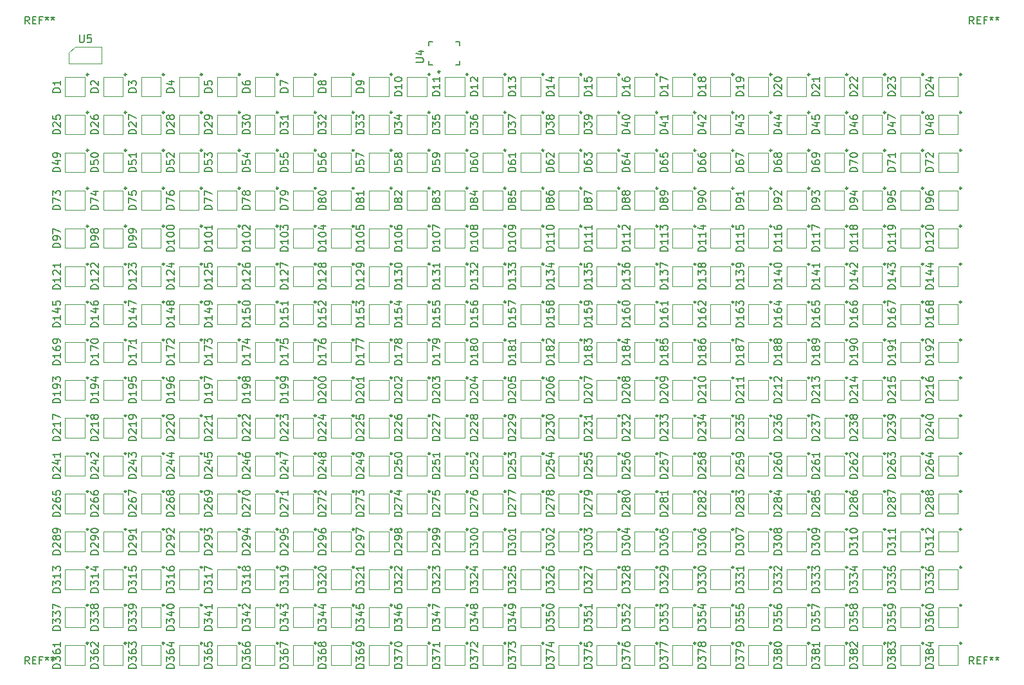
<source format=gbr>
G04 #@! TF.GenerationSoftware,KiCad,Pcbnew,(5.1.9-0-10_14)*
G04 #@! TF.CreationDate,2021-03-12T15:28:23+00:00*
G04 #@! TF.ProjectId,mqttDisplay,6d717474-4469-4737-906c-61792e6b6963,rev?*
G04 #@! TF.SameCoordinates,Original*
G04 #@! TF.FileFunction,Legend,Top*
G04 #@! TF.FilePolarity,Positive*
%FSLAX46Y46*%
G04 Gerber Fmt 4.6, Leading zero omitted, Abs format (unit mm)*
G04 Created by KiCad (PCBNEW (5.1.9-0-10_14)) date 2021-03-12 15:28:23*
%MOMM*%
%LPD*%
G01*
G04 APERTURE LIST*
%ADD10C,0.120000*%
%ADD11C,0.240000*%
%ADD12C,0.150000*%
%ADD13C,0.250000*%
G04 APERTURE END LIST*
D10*
X107000000Y-112300000D02*
X107000000Y-114900000D01*
X107000000Y-114900000D02*
X104400000Y-114900000D01*
X104400000Y-114900000D02*
X104400000Y-112300000D01*
X104400000Y-112300000D02*
X107000000Y-112300000D01*
D11*
X107440000Y-112000000D02*
G75*
G03*
X107440000Y-112000000I-120000J0D01*
G01*
D10*
X182000000Y-122300000D02*
X182000000Y-124900000D01*
X182000000Y-124900000D02*
X179400000Y-124900000D01*
X179400000Y-124900000D02*
X179400000Y-122300000D01*
X179400000Y-122300000D02*
X182000000Y-122300000D01*
D11*
X182440000Y-122000000D02*
G75*
G03*
X182440000Y-122000000I-120000J0D01*
G01*
D10*
X177000000Y-122300000D02*
X177000000Y-124900000D01*
X177000000Y-124900000D02*
X174400000Y-124900000D01*
X174400000Y-124900000D02*
X174400000Y-122300000D01*
X174400000Y-122300000D02*
X177000000Y-122300000D01*
D11*
X177440000Y-122000000D02*
G75*
G03*
X177440000Y-122000000I-120000J0D01*
G01*
D10*
X172000000Y-122300000D02*
X172000000Y-124900000D01*
X172000000Y-124900000D02*
X169400000Y-124900000D01*
X169400000Y-124900000D02*
X169400000Y-122300000D01*
X169400000Y-122300000D02*
X172000000Y-122300000D01*
D11*
X172440000Y-122000000D02*
G75*
G03*
X172440000Y-122000000I-120000J0D01*
G01*
D10*
X167000000Y-122300000D02*
X167000000Y-124900000D01*
X167000000Y-124900000D02*
X164400000Y-124900000D01*
X164400000Y-124900000D02*
X164400000Y-122300000D01*
X164400000Y-122300000D02*
X167000000Y-122300000D01*
D11*
X167440000Y-122000000D02*
G75*
G03*
X167440000Y-122000000I-120000J0D01*
G01*
D10*
X162000000Y-122300000D02*
X162000000Y-124900000D01*
X162000000Y-124900000D02*
X159400000Y-124900000D01*
X159400000Y-124900000D02*
X159400000Y-122300000D01*
X159400000Y-122300000D02*
X162000000Y-122300000D01*
D11*
X162440000Y-122000000D02*
G75*
G03*
X162440000Y-122000000I-120000J0D01*
G01*
D10*
X157000000Y-122300000D02*
X157000000Y-124900000D01*
X157000000Y-124900000D02*
X154400000Y-124900000D01*
X154400000Y-124900000D02*
X154400000Y-122300000D01*
X154400000Y-122300000D02*
X157000000Y-122300000D01*
D11*
X157440000Y-122000000D02*
G75*
G03*
X157440000Y-122000000I-120000J0D01*
G01*
D10*
X152000000Y-122300000D02*
X152000000Y-124900000D01*
X152000000Y-124900000D02*
X149400000Y-124900000D01*
X149400000Y-124900000D02*
X149400000Y-122300000D01*
X149400000Y-122300000D02*
X152000000Y-122300000D01*
D11*
X152440000Y-122000000D02*
G75*
G03*
X152440000Y-122000000I-120000J0D01*
G01*
D10*
X147000000Y-122300000D02*
X147000000Y-124900000D01*
X147000000Y-124900000D02*
X144400000Y-124900000D01*
X144400000Y-124900000D02*
X144400000Y-122300000D01*
X144400000Y-122300000D02*
X147000000Y-122300000D01*
D11*
X147440000Y-122000000D02*
G75*
G03*
X147440000Y-122000000I-120000J0D01*
G01*
D10*
X142000000Y-122300000D02*
X142000000Y-124900000D01*
X142000000Y-124900000D02*
X139400000Y-124900000D01*
X139400000Y-124900000D02*
X139400000Y-122300000D01*
X139400000Y-122300000D02*
X142000000Y-122300000D01*
D11*
X142440000Y-122000000D02*
G75*
G03*
X142440000Y-122000000I-120000J0D01*
G01*
D10*
X137000000Y-122300000D02*
X137000000Y-124900000D01*
X137000000Y-124900000D02*
X134400000Y-124900000D01*
X134400000Y-124900000D02*
X134400000Y-122300000D01*
X134400000Y-122300000D02*
X137000000Y-122300000D01*
D11*
X137440000Y-122000000D02*
G75*
G03*
X137440000Y-122000000I-120000J0D01*
G01*
D10*
X132000000Y-122300000D02*
X132000000Y-124900000D01*
X132000000Y-124900000D02*
X129400000Y-124900000D01*
X129400000Y-124900000D02*
X129400000Y-122300000D01*
X129400000Y-122300000D02*
X132000000Y-122300000D01*
D11*
X132440000Y-122000000D02*
G75*
G03*
X132440000Y-122000000I-120000J0D01*
G01*
D10*
X127000000Y-122300000D02*
X127000000Y-124900000D01*
X127000000Y-124900000D02*
X124400000Y-124900000D01*
X124400000Y-124900000D02*
X124400000Y-122300000D01*
X124400000Y-122300000D02*
X127000000Y-122300000D01*
D11*
X127440000Y-122000000D02*
G75*
G03*
X127440000Y-122000000I-120000J0D01*
G01*
D10*
X122000000Y-122300000D02*
X122000000Y-124900000D01*
X122000000Y-124900000D02*
X119400000Y-124900000D01*
X119400000Y-124900000D02*
X119400000Y-122300000D01*
X119400000Y-122300000D02*
X122000000Y-122300000D01*
D11*
X122440000Y-122000000D02*
G75*
G03*
X122440000Y-122000000I-120000J0D01*
G01*
D10*
X117000000Y-122300000D02*
X117000000Y-124900000D01*
X117000000Y-124900000D02*
X114400000Y-124900000D01*
X114400000Y-124900000D02*
X114400000Y-122300000D01*
X114400000Y-122300000D02*
X117000000Y-122300000D01*
D11*
X117440000Y-122000000D02*
G75*
G03*
X117440000Y-122000000I-120000J0D01*
G01*
D10*
X112000000Y-122300000D02*
X112000000Y-124900000D01*
X112000000Y-124900000D02*
X109400000Y-124900000D01*
X109400000Y-124900000D02*
X109400000Y-122300000D01*
X109400000Y-122300000D02*
X112000000Y-122300000D01*
D11*
X112440000Y-122000000D02*
G75*
G03*
X112440000Y-122000000I-120000J0D01*
G01*
D10*
X107000000Y-122300000D02*
X107000000Y-124900000D01*
X107000000Y-124900000D02*
X104400000Y-124900000D01*
X104400000Y-124900000D02*
X104400000Y-122300000D01*
X104400000Y-122300000D02*
X107000000Y-122300000D01*
D11*
X107440000Y-122000000D02*
G75*
G03*
X107440000Y-122000000I-120000J0D01*
G01*
D10*
X102000000Y-122300000D02*
X102000000Y-124900000D01*
X102000000Y-124900000D02*
X99400000Y-124900000D01*
X99400000Y-124900000D02*
X99400000Y-122300000D01*
X99400000Y-122300000D02*
X102000000Y-122300000D01*
D11*
X102440000Y-122000000D02*
G75*
G03*
X102440000Y-122000000I-120000J0D01*
G01*
D10*
X97000000Y-122300000D02*
X97000000Y-124900000D01*
X97000000Y-124900000D02*
X94400000Y-124900000D01*
X94400000Y-124900000D02*
X94400000Y-122300000D01*
X94400000Y-122300000D02*
X97000000Y-122300000D01*
D11*
X97440000Y-122000000D02*
G75*
G03*
X97440000Y-122000000I-120000J0D01*
G01*
D10*
X92000000Y-122300000D02*
X92000000Y-124900000D01*
X92000000Y-124900000D02*
X89400000Y-124900000D01*
X89400000Y-124900000D02*
X89400000Y-122300000D01*
X89400000Y-122300000D02*
X92000000Y-122300000D01*
D11*
X92440000Y-122000000D02*
G75*
G03*
X92440000Y-122000000I-120000J0D01*
G01*
D10*
X87000000Y-122300000D02*
X87000000Y-124900000D01*
X87000000Y-124900000D02*
X84400000Y-124900000D01*
X84400000Y-124900000D02*
X84400000Y-122300000D01*
X84400000Y-122300000D02*
X87000000Y-122300000D01*
D11*
X87440000Y-122000000D02*
G75*
G03*
X87440000Y-122000000I-120000J0D01*
G01*
D10*
X82000000Y-122300000D02*
X82000000Y-124900000D01*
X82000000Y-124900000D02*
X79400000Y-124900000D01*
X79400000Y-124900000D02*
X79400000Y-122300000D01*
X79400000Y-122300000D02*
X82000000Y-122300000D01*
D11*
X82440000Y-122000000D02*
G75*
G03*
X82440000Y-122000000I-120000J0D01*
G01*
D10*
X77000000Y-122300000D02*
X77000000Y-124900000D01*
X77000000Y-124900000D02*
X74400000Y-124900000D01*
X74400000Y-124900000D02*
X74400000Y-122300000D01*
X74400000Y-122300000D02*
X77000000Y-122300000D01*
D11*
X77440000Y-122000000D02*
G75*
G03*
X77440000Y-122000000I-120000J0D01*
G01*
D10*
X72000000Y-122300000D02*
X72000000Y-124900000D01*
X72000000Y-124900000D02*
X69400000Y-124900000D01*
X69400000Y-124900000D02*
X69400000Y-122300000D01*
X69400000Y-122300000D02*
X72000000Y-122300000D01*
D11*
X72440000Y-122000000D02*
G75*
G03*
X72440000Y-122000000I-120000J0D01*
G01*
D10*
X67000000Y-122300000D02*
X67000000Y-124900000D01*
X67000000Y-124900000D02*
X64400000Y-124900000D01*
X64400000Y-124900000D02*
X64400000Y-122300000D01*
X64400000Y-122300000D02*
X67000000Y-122300000D01*
D11*
X67440000Y-122000000D02*
G75*
G03*
X67440000Y-122000000I-120000J0D01*
G01*
D10*
X182000000Y-117300000D02*
X182000000Y-119900000D01*
X182000000Y-119900000D02*
X179400000Y-119900000D01*
X179400000Y-119900000D02*
X179400000Y-117300000D01*
X179400000Y-117300000D02*
X182000000Y-117300000D01*
D11*
X182440000Y-117000000D02*
G75*
G03*
X182440000Y-117000000I-120000J0D01*
G01*
D10*
X177000000Y-117300000D02*
X177000000Y-119900000D01*
X177000000Y-119900000D02*
X174400000Y-119900000D01*
X174400000Y-119900000D02*
X174400000Y-117300000D01*
X174400000Y-117300000D02*
X177000000Y-117300000D01*
D11*
X177440000Y-117000000D02*
G75*
G03*
X177440000Y-117000000I-120000J0D01*
G01*
D10*
X172000000Y-117300000D02*
X172000000Y-119900000D01*
X172000000Y-119900000D02*
X169400000Y-119900000D01*
X169400000Y-119900000D02*
X169400000Y-117300000D01*
X169400000Y-117300000D02*
X172000000Y-117300000D01*
D11*
X172440000Y-117000000D02*
G75*
G03*
X172440000Y-117000000I-120000J0D01*
G01*
D10*
X167000000Y-117300000D02*
X167000000Y-119900000D01*
X167000000Y-119900000D02*
X164400000Y-119900000D01*
X164400000Y-119900000D02*
X164400000Y-117300000D01*
X164400000Y-117300000D02*
X167000000Y-117300000D01*
D11*
X167440000Y-117000000D02*
G75*
G03*
X167440000Y-117000000I-120000J0D01*
G01*
D10*
X162000000Y-117300000D02*
X162000000Y-119900000D01*
X162000000Y-119900000D02*
X159400000Y-119900000D01*
X159400000Y-119900000D02*
X159400000Y-117300000D01*
X159400000Y-117300000D02*
X162000000Y-117300000D01*
D11*
X162440000Y-117000000D02*
G75*
G03*
X162440000Y-117000000I-120000J0D01*
G01*
D10*
X157000000Y-117300000D02*
X157000000Y-119900000D01*
X157000000Y-119900000D02*
X154400000Y-119900000D01*
X154400000Y-119900000D02*
X154400000Y-117300000D01*
X154400000Y-117300000D02*
X157000000Y-117300000D01*
D11*
X157440000Y-117000000D02*
G75*
G03*
X157440000Y-117000000I-120000J0D01*
G01*
D10*
X152000000Y-117300000D02*
X152000000Y-119900000D01*
X152000000Y-119900000D02*
X149400000Y-119900000D01*
X149400000Y-119900000D02*
X149400000Y-117300000D01*
X149400000Y-117300000D02*
X152000000Y-117300000D01*
D11*
X152440000Y-117000000D02*
G75*
G03*
X152440000Y-117000000I-120000J0D01*
G01*
D10*
X147000000Y-117300000D02*
X147000000Y-119900000D01*
X147000000Y-119900000D02*
X144400000Y-119900000D01*
X144400000Y-119900000D02*
X144400000Y-117300000D01*
X144400000Y-117300000D02*
X147000000Y-117300000D01*
D11*
X147440000Y-117000000D02*
G75*
G03*
X147440000Y-117000000I-120000J0D01*
G01*
D10*
X142000000Y-117300000D02*
X142000000Y-119900000D01*
X142000000Y-119900000D02*
X139400000Y-119900000D01*
X139400000Y-119900000D02*
X139400000Y-117300000D01*
X139400000Y-117300000D02*
X142000000Y-117300000D01*
D11*
X142440000Y-117000000D02*
G75*
G03*
X142440000Y-117000000I-120000J0D01*
G01*
D10*
X137000000Y-117300000D02*
X137000000Y-119900000D01*
X137000000Y-119900000D02*
X134400000Y-119900000D01*
X134400000Y-119900000D02*
X134400000Y-117300000D01*
X134400000Y-117300000D02*
X137000000Y-117300000D01*
D11*
X137440000Y-117000000D02*
G75*
G03*
X137440000Y-117000000I-120000J0D01*
G01*
D10*
X132000000Y-117300000D02*
X132000000Y-119900000D01*
X132000000Y-119900000D02*
X129400000Y-119900000D01*
X129400000Y-119900000D02*
X129400000Y-117300000D01*
X129400000Y-117300000D02*
X132000000Y-117300000D01*
D11*
X132440000Y-117000000D02*
G75*
G03*
X132440000Y-117000000I-120000J0D01*
G01*
D10*
X127000000Y-117300000D02*
X127000000Y-119900000D01*
X127000000Y-119900000D02*
X124400000Y-119900000D01*
X124400000Y-119900000D02*
X124400000Y-117300000D01*
X124400000Y-117300000D02*
X127000000Y-117300000D01*
D11*
X127440000Y-117000000D02*
G75*
G03*
X127440000Y-117000000I-120000J0D01*
G01*
D10*
X122000000Y-117300000D02*
X122000000Y-119900000D01*
X122000000Y-119900000D02*
X119400000Y-119900000D01*
X119400000Y-119900000D02*
X119400000Y-117300000D01*
X119400000Y-117300000D02*
X122000000Y-117300000D01*
D11*
X122440000Y-117000000D02*
G75*
G03*
X122440000Y-117000000I-120000J0D01*
G01*
D10*
X117000000Y-117300000D02*
X117000000Y-119900000D01*
X117000000Y-119900000D02*
X114400000Y-119900000D01*
X114400000Y-119900000D02*
X114400000Y-117300000D01*
X114400000Y-117300000D02*
X117000000Y-117300000D01*
D11*
X117440000Y-117000000D02*
G75*
G03*
X117440000Y-117000000I-120000J0D01*
G01*
D10*
X112000000Y-117300000D02*
X112000000Y-119900000D01*
X112000000Y-119900000D02*
X109400000Y-119900000D01*
X109400000Y-119900000D02*
X109400000Y-117300000D01*
X109400000Y-117300000D02*
X112000000Y-117300000D01*
D11*
X112440000Y-117000000D02*
G75*
G03*
X112440000Y-117000000I-120000J0D01*
G01*
D10*
X107000000Y-117300000D02*
X107000000Y-119900000D01*
X107000000Y-119900000D02*
X104400000Y-119900000D01*
X104400000Y-119900000D02*
X104400000Y-117300000D01*
X104400000Y-117300000D02*
X107000000Y-117300000D01*
D11*
X107440000Y-117000000D02*
G75*
G03*
X107440000Y-117000000I-120000J0D01*
G01*
D10*
X102000000Y-117300000D02*
X102000000Y-119900000D01*
X102000000Y-119900000D02*
X99400000Y-119900000D01*
X99400000Y-119900000D02*
X99400000Y-117300000D01*
X99400000Y-117300000D02*
X102000000Y-117300000D01*
D11*
X102440000Y-117000000D02*
G75*
G03*
X102440000Y-117000000I-120000J0D01*
G01*
D10*
X97000000Y-117300000D02*
X97000000Y-119900000D01*
X97000000Y-119900000D02*
X94400000Y-119900000D01*
X94400000Y-119900000D02*
X94400000Y-117300000D01*
X94400000Y-117300000D02*
X97000000Y-117300000D01*
D11*
X97440000Y-117000000D02*
G75*
G03*
X97440000Y-117000000I-120000J0D01*
G01*
D10*
X92000000Y-117300000D02*
X92000000Y-119900000D01*
X92000000Y-119900000D02*
X89400000Y-119900000D01*
X89400000Y-119900000D02*
X89400000Y-117300000D01*
X89400000Y-117300000D02*
X92000000Y-117300000D01*
D11*
X92440000Y-117000000D02*
G75*
G03*
X92440000Y-117000000I-120000J0D01*
G01*
D10*
X87000000Y-117300000D02*
X87000000Y-119900000D01*
X87000000Y-119900000D02*
X84400000Y-119900000D01*
X84400000Y-119900000D02*
X84400000Y-117300000D01*
X84400000Y-117300000D02*
X87000000Y-117300000D01*
D11*
X87440000Y-117000000D02*
G75*
G03*
X87440000Y-117000000I-120000J0D01*
G01*
D10*
X82000000Y-117300000D02*
X82000000Y-119900000D01*
X82000000Y-119900000D02*
X79400000Y-119900000D01*
X79400000Y-119900000D02*
X79400000Y-117300000D01*
X79400000Y-117300000D02*
X82000000Y-117300000D01*
D11*
X82440000Y-117000000D02*
G75*
G03*
X82440000Y-117000000I-120000J0D01*
G01*
D10*
X77000000Y-117300000D02*
X77000000Y-119900000D01*
X77000000Y-119900000D02*
X74400000Y-119900000D01*
X74400000Y-119900000D02*
X74400000Y-117300000D01*
X74400000Y-117300000D02*
X77000000Y-117300000D01*
D11*
X77440000Y-117000000D02*
G75*
G03*
X77440000Y-117000000I-120000J0D01*
G01*
D10*
X72000000Y-117300000D02*
X72000000Y-119900000D01*
X72000000Y-119900000D02*
X69400000Y-119900000D01*
X69400000Y-119900000D02*
X69400000Y-117300000D01*
X69400000Y-117300000D02*
X72000000Y-117300000D01*
D11*
X72440000Y-117000000D02*
G75*
G03*
X72440000Y-117000000I-120000J0D01*
G01*
D10*
X67000000Y-117300000D02*
X67000000Y-119900000D01*
X67000000Y-119900000D02*
X64400000Y-119900000D01*
X64400000Y-119900000D02*
X64400000Y-117300000D01*
X64400000Y-117300000D02*
X67000000Y-117300000D01*
D11*
X67440000Y-117000000D02*
G75*
G03*
X67440000Y-117000000I-120000J0D01*
G01*
D10*
X182000000Y-112300000D02*
X182000000Y-114900000D01*
X182000000Y-114900000D02*
X179400000Y-114900000D01*
X179400000Y-114900000D02*
X179400000Y-112300000D01*
X179400000Y-112300000D02*
X182000000Y-112300000D01*
D11*
X182440000Y-112000000D02*
G75*
G03*
X182440000Y-112000000I-120000J0D01*
G01*
D10*
X177000000Y-112300000D02*
X177000000Y-114900000D01*
X177000000Y-114900000D02*
X174400000Y-114900000D01*
X174400000Y-114900000D02*
X174400000Y-112300000D01*
X174400000Y-112300000D02*
X177000000Y-112300000D01*
D11*
X177440000Y-112000000D02*
G75*
G03*
X177440000Y-112000000I-120000J0D01*
G01*
D10*
X172000000Y-112300000D02*
X172000000Y-114900000D01*
X172000000Y-114900000D02*
X169400000Y-114900000D01*
X169400000Y-114900000D02*
X169400000Y-112300000D01*
X169400000Y-112300000D02*
X172000000Y-112300000D01*
D11*
X172440000Y-112000000D02*
G75*
G03*
X172440000Y-112000000I-120000J0D01*
G01*
D10*
X167000000Y-112300000D02*
X167000000Y-114900000D01*
X167000000Y-114900000D02*
X164400000Y-114900000D01*
X164400000Y-114900000D02*
X164400000Y-112300000D01*
X164400000Y-112300000D02*
X167000000Y-112300000D01*
D11*
X167440000Y-112000000D02*
G75*
G03*
X167440000Y-112000000I-120000J0D01*
G01*
D10*
X162000000Y-112300000D02*
X162000000Y-114900000D01*
X162000000Y-114900000D02*
X159400000Y-114900000D01*
X159400000Y-114900000D02*
X159400000Y-112300000D01*
X159400000Y-112300000D02*
X162000000Y-112300000D01*
D11*
X162440000Y-112000000D02*
G75*
G03*
X162440000Y-112000000I-120000J0D01*
G01*
D10*
X157000000Y-112300000D02*
X157000000Y-114900000D01*
X157000000Y-114900000D02*
X154400000Y-114900000D01*
X154400000Y-114900000D02*
X154400000Y-112300000D01*
X154400000Y-112300000D02*
X157000000Y-112300000D01*
D11*
X157440000Y-112000000D02*
G75*
G03*
X157440000Y-112000000I-120000J0D01*
G01*
D10*
X152000000Y-112300000D02*
X152000000Y-114900000D01*
X152000000Y-114900000D02*
X149400000Y-114900000D01*
X149400000Y-114900000D02*
X149400000Y-112300000D01*
X149400000Y-112300000D02*
X152000000Y-112300000D01*
D11*
X152440000Y-112000000D02*
G75*
G03*
X152440000Y-112000000I-120000J0D01*
G01*
D10*
X147000000Y-112300000D02*
X147000000Y-114900000D01*
X147000000Y-114900000D02*
X144400000Y-114900000D01*
X144400000Y-114900000D02*
X144400000Y-112300000D01*
X144400000Y-112300000D02*
X147000000Y-112300000D01*
D11*
X147440000Y-112000000D02*
G75*
G03*
X147440000Y-112000000I-120000J0D01*
G01*
D10*
X142000000Y-112300000D02*
X142000000Y-114900000D01*
X142000000Y-114900000D02*
X139400000Y-114900000D01*
X139400000Y-114900000D02*
X139400000Y-112300000D01*
X139400000Y-112300000D02*
X142000000Y-112300000D01*
D11*
X142440000Y-112000000D02*
G75*
G03*
X142440000Y-112000000I-120000J0D01*
G01*
D10*
X137000000Y-112300000D02*
X137000000Y-114900000D01*
X137000000Y-114900000D02*
X134400000Y-114900000D01*
X134400000Y-114900000D02*
X134400000Y-112300000D01*
X134400000Y-112300000D02*
X137000000Y-112300000D01*
D11*
X137440000Y-112000000D02*
G75*
G03*
X137440000Y-112000000I-120000J0D01*
G01*
D10*
X132000000Y-112300000D02*
X132000000Y-114900000D01*
X132000000Y-114900000D02*
X129400000Y-114900000D01*
X129400000Y-114900000D02*
X129400000Y-112300000D01*
X129400000Y-112300000D02*
X132000000Y-112300000D01*
D11*
X132440000Y-112000000D02*
G75*
G03*
X132440000Y-112000000I-120000J0D01*
G01*
D10*
X127000000Y-112300000D02*
X127000000Y-114900000D01*
X127000000Y-114900000D02*
X124400000Y-114900000D01*
X124400000Y-114900000D02*
X124400000Y-112300000D01*
X124400000Y-112300000D02*
X127000000Y-112300000D01*
D11*
X127440000Y-112000000D02*
G75*
G03*
X127440000Y-112000000I-120000J0D01*
G01*
D10*
X122000000Y-112300000D02*
X122000000Y-114900000D01*
X122000000Y-114900000D02*
X119400000Y-114900000D01*
X119400000Y-114900000D02*
X119400000Y-112300000D01*
X119400000Y-112300000D02*
X122000000Y-112300000D01*
D11*
X122440000Y-112000000D02*
G75*
G03*
X122440000Y-112000000I-120000J0D01*
G01*
D10*
X117000000Y-112300000D02*
X117000000Y-114900000D01*
X117000000Y-114900000D02*
X114400000Y-114900000D01*
X114400000Y-114900000D02*
X114400000Y-112300000D01*
X114400000Y-112300000D02*
X117000000Y-112300000D01*
D11*
X117440000Y-112000000D02*
G75*
G03*
X117440000Y-112000000I-120000J0D01*
G01*
D10*
X112000000Y-112300000D02*
X112000000Y-114900000D01*
X112000000Y-114900000D02*
X109400000Y-114900000D01*
X109400000Y-114900000D02*
X109400000Y-112300000D01*
X109400000Y-112300000D02*
X112000000Y-112300000D01*
D11*
X112440000Y-112000000D02*
G75*
G03*
X112440000Y-112000000I-120000J0D01*
G01*
D10*
X102000000Y-112300000D02*
X102000000Y-114900000D01*
X102000000Y-114900000D02*
X99400000Y-114900000D01*
X99400000Y-114900000D02*
X99400000Y-112300000D01*
X99400000Y-112300000D02*
X102000000Y-112300000D01*
D11*
X102440000Y-112000000D02*
G75*
G03*
X102440000Y-112000000I-120000J0D01*
G01*
D10*
X97000000Y-112300000D02*
X97000000Y-114900000D01*
X97000000Y-114900000D02*
X94400000Y-114900000D01*
X94400000Y-114900000D02*
X94400000Y-112300000D01*
X94400000Y-112300000D02*
X97000000Y-112300000D01*
D11*
X97440000Y-112000000D02*
G75*
G03*
X97440000Y-112000000I-120000J0D01*
G01*
D10*
X92000000Y-112300000D02*
X92000000Y-114900000D01*
X92000000Y-114900000D02*
X89400000Y-114900000D01*
X89400000Y-114900000D02*
X89400000Y-112300000D01*
X89400000Y-112300000D02*
X92000000Y-112300000D01*
D11*
X92440000Y-112000000D02*
G75*
G03*
X92440000Y-112000000I-120000J0D01*
G01*
D10*
X87000000Y-112300000D02*
X87000000Y-114900000D01*
X87000000Y-114900000D02*
X84400000Y-114900000D01*
X84400000Y-114900000D02*
X84400000Y-112300000D01*
X84400000Y-112300000D02*
X87000000Y-112300000D01*
D11*
X87440000Y-112000000D02*
G75*
G03*
X87440000Y-112000000I-120000J0D01*
G01*
D10*
X82000000Y-112300000D02*
X82000000Y-114900000D01*
X82000000Y-114900000D02*
X79400000Y-114900000D01*
X79400000Y-114900000D02*
X79400000Y-112300000D01*
X79400000Y-112300000D02*
X82000000Y-112300000D01*
D11*
X82440000Y-112000000D02*
G75*
G03*
X82440000Y-112000000I-120000J0D01*
G01*
D10*
X77000000Y-112300000D02*
X77000000Y-114900000D01*
X77000000Y-114900000D02*
X74400000Y-114900000D01*
X74400000Y-114900000D02*
X74400000Y-112300000D01*
X74400000Y-112300000D02*
X77000000Y-112300000D01*
D11*
X77440000Y-112000000D02*
G75*
G03*
X77440000Y-112000000I-120000J0D01*
G01*
D10*
X72000000Y-112300000D02*
X72000000Y-114900000D01*
X72000000Y-114900000D02*
X69400000Y-114900000D01*
X69400000Y-114900000D02*
X69400000Y-112300000D01*
X69400000Y-112300000D02*
X72000000Y-112300000D01*
D11*
X72440000Y-112000000D02*
G75*
G03*
X72440000Y-112000000I-120000J0D01*
G01*
D10*
X67000000Y-112300000D02*
X67000000Y-114900000D01*
X67000000Y-114900000D02*
X64400000Y-114900000D01*
X64400000Y-114900000D02*
X64400000Y-112300000D01*
X64400000Y-112300000D02*
X67000000Y-112300000D01*
D11*
X67440000Y-112000000D02*
G75*
G03*
X67440000Y-112000000I-120000J0D01*
G01*
D10*
X182000000Y-107300000D02*
X182000000Y-109900000D01*
X182000000Y-109900000D02*
X179400000Y-109900000D01*
X179400000Y-109900000D02*
X179400000Y-107300000D01*
X179400000Y-107300000D02*
X182000000Y-107300000D01*
D11*
X182440000Y-107000000D02*
G75*
G03*
X182440000Y-107000000I-120000J0D01*
G01*
D10*
X177000000Y-107300000D02*
X177000000Y-109900000D01*
X177000000Y-109900000D02*
X174400000Y-109900000D01*
X174400000Y-109900000D02*
X174400000Y-107300000D01*
X174400000Y-107300000D02*
X177000000Y-107300000D01*
D11*
X177440000Y-107000000D02*
G75*
G03*
X177440000Y-107000000I-120000J0D01*
G01*
D10*
X172000000Y-107300000D02*
X172000000Y-109900000D01*
X172000000Y-109900000D02*
X169400000Y-109900000D01*
X169400000Y-109900000D02*
X169400000Y-107300000D01*
X169400000Y-107300000D02*
X172000000Y-107300000D01*
D11*
X172440000Y-107000000D02*
G75*
G03*
X172440000Y-107000000I-120000J0D01*
G01*
D10*
X167000000Y-107300000D02*
X167000000Y-109900000D01*
X167000000Y-109900000D02*
X164400000Y-109900000D01*
X164400000Y-109900000D02*
X164400000Y-107300000D01*
X164400000Y-107300000D02*
X167000000Y-107300000D01*
D11*
X167440000Y-107000000D02*
G75*
G03*
X167440000Y-107000000I-120000J0D01*
G01*
D10*
X162000000Y-107300000D02*
X162000000Y-109900000D01*
X162000000Y-109900000D02*
X159400000Y-109900000D01*
X159400000Y-109900000D02*
X159400000Y-107300000D01*
X159400000Y-107300000D02*
X162000000Y-107300000D01*
D11*
X162440000Y-107000000D02*
G75*
G03*
X162440000Y-107000000I-120000J0D01*
G01*
D10*
X157000000Y-107300000D02*
X157000000Y-109900000D01*
X157000000Y-109900000D02*
X154400000Y-109900000D01*
X154400000Y-109900000D02*
X154400000Y-107300000D01*
X154400000Y-107300000D02*
X157000000Y-107300000D01*
D11*
X157440000Y-107000000D02*
G75*
G03*
X157440000Y-107000000I-120000J0D01*
G01*
D10*
X152000000Y-107300000D02*
X152000000Y-109900000D01*
X152000000Y-109900000D02*
X149400000Y-109900000D01*
X149400000Y-109900000D02*
X149400000Y-107300000D01*
X149400000Y-107300000D02*
X152000000Y-107300000D01*
D11*
X152440000Y-107000000D02*
G75*
G03*
X152440000Y-107000000I-120000J0D01*
G01*
D10*
X147000000Y-107300000D02*
X147000000Y-109900000D01*
X147000000Y-109900000D02*
X144400000Y-109900000D01*
X144400000Y-109900000D02*
X144400000Y-107300000D01*
X144400000Y-107300000D02*
X147000000Y-107300000D01*
D11*
X147440000Y-107000000D02*
G75*
G03*
X147440000Y-107000000I-120000J0D01*
G01*
D10*
X142000000Y-107300000D02*
X142000000Y-109900000D01*
X142000000Y-109900000D02*
X139400000Y-109900000D01*
X139400000Y-109900000D02*
X139400000Y-107300000D01*
X139400000Y-107300000D02*
X142000000Y-107300000D01*
D11*
X142440000Y-107000000D02*
G75*
G03*
X142440000Y-107000000I-120000J0D01*
G01*
D10*
X137000000Y-107300000D02*
X137000000Y-109900000D01*
X137000000Y-109900000D02*
X134400000Y-109900000D01*
X134400000Y-109900000D02*
X134400000Y-107300000D01*
X134400000Y-107300000D02*
X137000000Y-107300000D01*
D11*
X137440000Y-107000000D02*
G75*
G03*
X137440000Y-107000000I-120000J0D01*
G01*
D10*
X132000000Y-107300000D02*
X132000000Y-109900000D01*
X132000000Y-109900000D02*
X129400000Y-109900000D01*
X129400000Y-109900000D02*
X129400000Y-107300000D01*
X129400000Y-107300000D02*
X132000000Y-107300000D01*
D11*
X132440000Y-107000000D02*
G75*
G03*
X132440000Y-107000000I-120000J0D01*
G01*
D10*
X127000000Y-107300000D02*
X127000000Y-109900000D01*
X127000000Y-109900000D02*
X124400000Y-109900000D01*
X124400000Y-109900000D02*
X124400000Y-107300000D01*
X124400000Y-107300000D02*
X127000000Y-107300000D01*
D11*
X127440000Y-107000000D02*
G75*
G03*
X127440000Y-107000000I-120000J0D01*
G01*
D10*
X122000000Y-107300000D02*
X122000000Y-109900000D01*
X122000000Y-109900000D02*
X119400000Y-109900000D01*
X119400000Y-109900000D02*
X119400000Y-107300000D01*
X119400000Y-107300000D02*
X122000000Y-107300000D01*
D11*
X122440000Y-107000000D02*
G75*
G03*
X122440000Y-107000000I-120000J0D01*
G01*
D10*
X117000000Y-107300000D02*
X117000000Y-109900000D01*
X117000000Y-109900000D02*
X114400000Y-109900000D01*
X114400000Y-109900000D02*
X114400000Y-107300000D01*
X114400000Y-107300000D02*
X117000000Y-107300000D01*
D11*
X117440000Y-107000000D02*
G75*
G03*
X117440000Y-107000000I-120000J0D01*
G01*
D10*
X112000000Y-107300000D02*
X112000000Y-109900000D01*
X112000000Y-109900000D02*
X109400000Y-109900000D01*
X109400000Y-109900000D02*
X109400000Y-107300000D01*
X109400000Y-107300000D02*
X112000000Y-107300000D01*
D11*
X112440000Y-107000000D02*
G75*
G03*
X112440000Y-107000000I-120000J0D01*
G01*
D10*
X107000000Y-107300000D02*
X107000000Y-109900000D01*
X107000000Y-109900000D02*
X104400000Y-109900000D01*
X104400000Y-109900000D02*
X104400000Y-107300000D01*
X104400000Y-107300000D02*
X107000000Y-107300000D01*
D11*
X107440000Y-107000000D02*
G75*
G03*
X107440000Y-107000000I-120000J0D01*
G01*
D10*
X102000000Y-107300000D02*
X102000000Y-109900000D01*
X102000000Y-109900000D02*
X99400000Y-109900000D01*
X99400000Y-109900000D02*
X99400000Y-107300000D01*
X99400000Y-107300000D02*
X102000000Y-107300000D01*
D11*
X102440000Y-107000000D02*
G75*
G03*
X102440000Y-107000000I-120000J0D01*
G01*
D10*
X97000000Y-107300000D02*
X97000000Y-109900000D01*
X97000000Y-109900000D02*
X94400000Y-109900000D01*
X94400000Y-109900000D02*
X94400000Y-107300000D01*
X94400000Y-107300000D02*
X97000000Y-107300000D01*
D11*
X97440000Y-107000000D02*
G75*
G03*
X97440000Y-107000000I-120000J0D01*
G01*
D10*
X92000000Y-107300000D02*
X92000000Y-109900000D01*
X92000000Y-109900000D02*
X89400000Y-109900000D01*
X89400000Y-109900000D02*
X89400000Y-107300000D01*
X89400000Y-107300000D02*
X92000000Y-107300000D01*
D11*
X92440000Y-107000000D02*
G75*
G03*
X92440000Y-107000000I-120000J0D01*
G01*
D10*
X87000000Y-107300000D02*
X87000000Y-109900000D01*
X87000000Y-109900000D02*
X84400000Y-109900000D01*
X84400000Y-109900000D02*
X84400000Y-107300000D01*
X84400000Y-107300000D02*
X87000000Y-107300000D01*
D11*
X87440000Y-107000000D02*
G75*
G03*
X87440000Y-107000000I-120000J0D01*
G01*
D10*
X82000000Y-107300000D02*
X82000000Y-109900000D01*
X82000000Y-109900000D02*
X79400000Y-109900000D01*
X79400000Y-109900000D02*
X79400000Y-107300000D01*
X79400000Y-107300000D02*
X82000000Y-107300000D01*
D11*
X82440000Y-107000000D02*
G75*
G03*
X82440000Y-107000000I-120000J0D01*
G01*
D10*
X77000000Y-107300000D02*
X77000000Y-109900000D01*
X77000000Y-109900000D02*
X74400000Y-109900000D01*
X74400000Y-109900000D02*
X74400000Y-107300000D01*
X74400000Y-107300000D02*
X77000000Y-107300000D01*
D11*
X77440000Y-107000000D02*
G75*
G03*
X77440000Y-107000000I-120000J0D01*
G01*
D10*
X72000000Y-107300000D02*
X72000000Y-109900000D01*
X72000000Y-109900000D02*
X69400000Y-109900000D01*
X69400000Y-109900000D02*
X69400000Y-107300000D01*
X69400000Y-107300000D02*
X72000000Y-107300000D01*
D11*
X72440000Y-107000000D02*
G75*
G03*
X72440000Y-107000000I-120000J0D01*
G01*
D10*
X67000000Y-107300000D02*
X67000000Y-109900000D01*
X67000000Y-109900000D02*
X64400000Y-109900000D01*
X64400000Y-109900000D02*
X64400000Y-107300000D01*
X64400000Y-107300000D02*
X67000000Y-107300000D01*
D11*
X67440000Y-107000000D02*
G75*
G03*
X67440000Y-107000000I-120000J0D01*
G01*
D10*
X182000000Y-102300000D02*
X182000000Y-104900000D01*
X182000000Y-104900000D02*
X179400000Y-104900000D01*
X179400000Y-104900000D02*
X179400000Y-102300000D01*
X179400000Y-102300000D02*
X182000000Y-102300000D01*
D11*
X182440000Y-102000000D02*
G75*
G03*
X182440000Y-102000000I-120000J0D01*
G01*
D10*
X177000000Y-102300000D02*
X177000000Y-104900000D01*
X177000000Y-104900000D02*
X174400000Y-104900000D01*
X174400000Y-104900000D02*
X174400000Y-102300000D01*
X174400000Y-102300000D02*
X177000000Y-102300000D01*
D11*
X177440000Y-102000000D02*
G75*
G03*
X177440000Y-102000000I-120000J0D01*
G01*
D10*
X172000000Y-102300000D02*
X172000000Y-104900000D01*
X172000000Y-104900000D02*
X169400000Y-104900000D01*
X169400000Y-104900000D02*
X169400000Y-102300000D01*
X169400000Y-102300000D02*
X172000000Y-102300000D01*
D11*
X172440000Y-102000000D02*
G75*
G03*
X172440000Y-102000000I-120000J0D01*
G01*
D10*
X167000000Y-102300000D02*
X167000000Y-104900000D01*
X167000000Y-104900000D02*
X164400000Y-104900000D01*
X164400000Y-104900000D02*
X164400000Y-102300000D01*
X164400000Y-102300000D02*
X167000000Y-102300000D01*
D11*
X167440000Y-102000000D02*
G75*
G03*
X167440000Y-102000000I-120000J0D01*
G01*
D10*
X162000000Y-102300000D02*
X162000000Y-104900000D01*
X162000000Y-104900000D02*
X159400000Y-104900000D01*
X159400000Y-104900000D02*
X159400000Y-102300000D01*
X159400000Y-102300000D02*
X162000000Y-102300000D01*
D11*
X162440000Y-102000000D02*
G75*
G03*
X162440000Y-102000000I-120000J0D01*
G01*
D10*
X157000000Y-102300000D02*
X157000000Y-104900000D01*
X157000000Y-104900000D02*
X154400000Y-104900000D01*
X154400000Y-104900000D02*
X154400000Y-102300000D01*
X154400000Y-102300000D02*
X157000000Y-102300000D01*
D11*
X157440000Y-102000000D02*
G75*
G03*
X157440000Y-102000000I-120000J0D01*
G01*
D10*
X152000000Y-102300000D02*
X152000000Y-104900000D01*
X152000000Y-104900000D02*
X149400000Y-104900000D01*
X149400000Y-104900000D02*
X149400000Y-102300000D01*
X149400000Y-102300000D02*
X152000000Y-102300000D01*
D11*
X152440000Y-102000000D02*
G75*
G03*
X152440000Y-102000000I-120000J0D01*
G01*
D10*
X147000000Y-102300000D02*
X147000000Y-104900000D01*
X147000000Y-104900000D02*
X144400000Y-104900000D01*
X144400000Y-104900000D02*
X144400000Y-102300000D01*
X144400000Y-102300000D02*
X147000000Y-102300000D01*
D11*
X147440000Y-102000000D02*
G75*
G03*
X147440000Y-102000000I-120000J0D01*
G01*
D10*
X142000000Y-102300000D02*
X142000000Y-104900000D01*
X142000000Y-104900000D02*
X139400000Y-104900000D01*
X139400000Y-104900000D02*
X139400000Y-102300000D01*
X139400000Y-102300000D02*
X142000000Y-102300000D01*
D11*
X142440000Y-102000000D02*
G75*
G03*
X142440000Y-102000000I-120000J0D01*
G01*
D10*
X137000000Y-102300000D02*
X137000000Y-104900000D01*
X137000000Y-104900000D02*
X134400000Y-104900000D01*
X134400000Y-104900000D02*
X134400000Y-102300000D01*
X134400000Y-102300000D02*
X137000000Y-102300000D01*
D11*
X137440000Y-102000000D02*
G75*
G03*
X137440000Y-102000000I-120000J0D01*
G01*
D10*
X132000000Y-102300000D02*
X132000000Y-104900000D01*
X132000000Y-104900000D02*
X129400000Y-104900000D01*
X129400000Y-104900000D02*
X129400000Y-102300000D01*
X129400000Y-102300000D02*
X132000000Y-102300000D01*
D11*
X132440000Y-102000000D02*
G75*
G03*
X132440000Y-102000000I-120000J0D01*
G01*
D10*
X127000000Y-102300000D02*
X127000000Y-104900000D01*
X127000000Y-104900000D02*
X124400000Y-104900000D01*
X124400000Y-104900000D02*
X124400000Y-102300000D01*
X124400000Y-102300000D02*
X127000000Y-102300000D01*
D11*
X127440000Y-102000000D02*
G75*
G03*
X127440000Y-102000000I-120000J0D01*
G01*
D10*
X122000000Y-102300000D02*
X122000000Y-104900000D01*
X122000000Y-104900000D02*
X119400000Y-104900000D01*
X119400000Y-104900000D02*
X119400000Y-102300000D01*
X119400000Y-102300000D02*
X122000000Y-102300000D01*
D11*
X122440000Y-102000000D02*
G75*
G03*
X122440000Y-102000000I-120000J0D01*
G01*
D10*
X117000000Y-102300000D02*
X117000000Y-104900000D01*
X117000000Y-104900000D02*
X114400000Y-104900000D01*
X114400000Y-104900000D02*
X114400000Y-102300000D01*
X114400000Y-102300000D02*
X117000000Y-102300000D01*
D11*
X117440000Y-102000000D02*
G75*
G03*
X117440000Y-102000000I-120000J0D01*
G01*
D10*
X112000000Y-102300000D02*
X112000000Y-104900000D01*
X112000000Y-104900000D02*
X109400000Y-104900000D01*
X109400000Y-104900000D02*
X109400000Y-102300000D01*
X109400000Y-102300000D02*
X112000000Y-102300000D01*
D11*
X112440000Y-102000000D02*
G75*
G03*
X112440000Y-102000000I-120000J0D01*
G01*
D10*
X107000000Y-102300000D02*
X107000000Y-104900000D01*
X107000000Y-104900000D02*
X104400000Y-104900000D01*
X104400000Y-104900000D02*
X104400000Y-102300000D01*
X104400000Y-102300000D02*
X107000000Y-102300000D01*
D11*
X107440000Y-102000000D02*
G75*
G03*
X107440000Y-102000000I-120000J0D01*
G01*
D10*
X102000000Y-102300000D02*
X102000000Y-104900000D01*
X102000000Y-104900000D02*
X99400000Y-104900000D01*
X99400000Y-104900000D02*
X99400000Y-102300000D01*
X99400000Y-102300000D02*
X102000000Y-102300000D01*
D11*
X102440000Y-102000000D02*
G75*
G03*
X102440000Y-102000000I-120000J0D01*
G01*
D10*
X97000000Y-102300000D02*
X97000000Y-104900000D01*
X97000000Y-104900000D02*
X94400000Y-104900000D01*
X94400000Y-104900000D02*
X94400000Y-102300000D01*
X94400000Y-102300000D02*
X97000000Y-102300000D01*
D11*
X97440000Y-102000000D02*
G75*
G03*
X97440000Y-102000000I-120000J0D01*
G01*
D10*
X92000000Y-102300000D02*
X92000000Y-104900000D01*
X92000000Y-104900000D02*
X89400000Y-104900000D01*
X89400000Y-104900000D02*
X89400000Y-102300000D01*
X89400000Y-102300000D02*
X92000000Y-102300000D01*
D11*
X92440000Y-102000000D02*
G75*
G03*
X92440000Y-102000000I-120000J0D01*
G01*
D10*
X87000000Y-102300000D02*
X87000000Y-104900000D01*
X87000000Y-104900000D02*
X84400000Y-104900000D01*
X84400000Y-104900000D02*
X84400000Y-102300000D01*
X84400000Y-102300000D02*
X87000000Y-102300000D01*
D11*
X87440000Y-102000000D02*
G75*
G03*
X87440000Y-102000000I-120000J0D01*
G01*
D10*
X82000000Y-102300000D02*
X82000000Y-104900000D01*
X82000000Y-104900000D02*
X79400000Y-104900000D01*
X79400000Y-104900000D02*
X79400000Y-102300000D01*
X79400000Y-102300000D02*
X82000000Y-102300000D01*
D11*
X82440000Y-102000000D02*
G75*
G03*
X82440000Y-102000000I-120000J0D01*
G01*
D10*
X77000000Y-102300000D02*
X77000000Y-104900000D01*
X77000000Y-104900000D02*
X74400000Y-104900000D01*
X74400000Y-104900000D02*
X74400000Y-102300000D01*
X74400000Y-102300000D02*
X77000000Y-102300000D01*
D11*
X77440000Y-102000000D02*
G75*
G03*
X77440000Y-102000000I-120000J0D01*
G01*
D10*
X72000000Y-102300000D02*
X72000000Y-104900000D01*
X72000000Y-104900000D02*
X69400000Y-104900000D01*
X69400000Y-104900000D02*
X69400000Y-102300000D01*
X69400000Y-102300000D02*
X72000000Y-102300000D01*
D11*
X72440000Y-102000000D02*
G75*
G03*
X72440000Y-102000000I-120000J0D01*
G01*
D10*
X67000000Y-102300000D02*
X67000000Y-104900000D01*
X67000000Y-104900000D02*
X64400000Y-104900000D01*
X64400000Y-104900000D02*
X64400000Y-102300000D01*
X64400000Y-102300000D02*
X67000000Y-102300000D01*
D11*
X67440000Y-102000000D02*
G75*
G03*
X67440000Y-102000000I-120000J0D01*
G01*
D10*
X182000000Y-97300000D02*
X182000000Y-99900000D01*
X182000000Y-99900000D02*
X179400000Y-99900000D01*
X179400000Y-99900000D02*
X179400000Y-97300000D01*
X179400000Y-97300000D02*
X182000000Y-97300000D01*
D11*
X182440000Y-97000000D02*
G75*
G03*
X182440000Y-97000000I-120000J0D01*
G01*
D10*
X177000000Y-97300000D02*
X177000000Y-99900000D01*
X177000000Y-99900000D02*
X174400000Y-99900000D01*
X174400000Y-99900000D02*
X174400000Y-97300000D01*
X174400000Y-97300000D02*
X177000000Y-97300000D01*
D11*
X177440000Y-97000000D02*
G75*
G03*
X177440000Y-97000000I-120000J0D01*
G01*
D10*
X172000000Y-97300000D02*
X172000000Y-99900000D01*
X172000000Y-99900000D02*
X169400000Y-99900000D01*
X169400000Y-99900000D02*
X169400000Y-97300000D01*
X169400000Y-97300000D02*
X172000000Y-97300000D01*
D11*
X172440000Y-97000000D02*
G75*
G03*
X172440000Y-97000000I-120000J0D01*
G01*
D10*
X167000000Y-97300000D02*
X167000000Y-99900000D01*
X167000000Y-99900000D02*
X164400000Y-99900000D01*
X164400000Y-99900000D02*
X164400000Y-97300000D01*
X164400000Y-97300000D02*
X167000000Y-97300000D01*
D11*
X167440000Y-97000000D02*
G75*
G03*
X167440000Y-97000000I-120000J0D01*
G01*
D10*
X162000000Y-97300000D02*
X162000000Y-99900000D01*
X162000000Y-99900000D02*
X159400000Y-99900000D01*
X159400000Y-99900000D02*
X159400000Y-97300000D01*
X159400000Y-97300000D02*
X162000000Y-97300000D01*
D11*
X162440000Y-97000000D02*
G75*
G03*
X162440000Y-97000000I-120000J0D01*
G01*
D10*
X157000000Y-97300000D02*
X157000000Y-99900000D01*
X157000000Y-99900000D02*
X154400000Y-99900000D01*
X154400000Y-99900000D02*
X154400000Y-97300000D01*
X154400000Y-97300000D02*
X157000000Y-97300000D01*
D11*
X157440000Y-97000000D02*
G75*
G03*
X157440000Y-97000000I-120000J0D01*
G01*
D10*
X152000000Y-97300000D02*
X152000000Y-99900000D01*
X152000000Y-99900000D02*
X149400000Y-99900000D01*
X149400000Y-99900000D02*
X149400000Y-97300000D01*
X149400000Y-97300000D02*
X152000000Y-97300000D01*
D11*
X152440000Y-97000000D02*
G75*
G03*
X152440000Y-97000000I-120000J0D01*
G01*
D10*
X147000000Y-97300000D02*
X147000000Y-99900000D01*
X147000000Y-99900000D02*
X144400000Y-99900000D01*
X144400000Y-99900000D02*
X144400000Y-97300000D01*
X144400000Y-97300000D02*
X147000000Y-97300000D01*
D11*
X147440000Y-97000000D02*
G75*
G03*
X147440000Y-97000000I-120000J0D01*
G01*
D10*
X142000000Y-97300000D02*
X142000000Y-99900000D01*
X142000000Y-99900000D02*
X139400000Y-99900000D01*
X139400000Y-99900000D02*
X139400000Y-97300000D01*
X139400000Y-97300000D02*
X142000000Y-97300000D01*
D11*
X142440000Y-97000000D02*
G75*
G03*
X142440000Y-97000000I-120000J0D01*
G01*
D10*
X137000000Y-97300000D02*
X137000000Y-99900000D01*
X137000000Y-99900000D02*
X134400000Y-99900000D01*
X134400000Y-99900000D02*
X134400000Y-97300000D01*
X134400000Y-97300000D02*
X137000000Y-97300000D01*
D11*
X137440000Y-97000000D02*
G75*
G03*
X137440000Y-97000000I-120000J0D01*
G01*
D10*
X132000000Y-97300000D02*
X132000000Y-99900000D01*
X132000000Y-99900000D02*
X129400000Y-99900000D01*
X129400000Y-99900000D02*
X129400000Y-97300000D01*
X129400000Y-97300000D02*
X132000000Y-97300000D01*
D11*
X132440000Y-97000000D02*
G75*
G03*
X132440000Y-97000000I-120000J0D01*
G01*
D10*
X127000000Y-97300000D02*
X127000000Y-99900000D01*
X127000000Y-99900000D02*
X124400000Y-99900000D01*
X124400000Y-99900000D02*
X124400000Y-97300000D01*
X124400000Y-97300000D02*
X127000000Y-97300000D01*
D11*
X127440000Y-97000000D02*
G75*
G03*
X127440000Y-97000000I-120000J0D01*
G01*
D10*
X122000000Y-97300000D02*
X122000000Y-99900000D01*
X122000000Y-99900000D02*
X119400000Y-99900000D01*
X119400000Y-99900000D02*
X119400000Y-97300000D01*
X119400000Y-97300000D02*
X122000000Y-97300000D01*
D11*
X122440000Y-97000000D02*
G75*
G03*
X122440000Y-97000000I-120000J0D01*
G01*
D10*
X117000000Y-97300000D02*
X117000000Y-99900000D01*
X117000000Y-99900000D02*
X114400000Y-99900000D01*
X114400000Y-99900000D02*
X114400000Y-97300000D01*
X114400000Y-97300000D02*
X117000000Y-97300000D01*
D11*
X117440000Y-97000000D02*
G75*
G03*
X117440000Y-97000000I-120000J0D01*
G01*
D10*
X112000000Y-97300000D02*
X112000000Y-99900000D01*
X112000000Y-99900000D02*
X109400000Y-99900000D01*
X109400000Y-99900000D02*
X109400000Y-97300000D01*
X109400000Y-97300000D02*
X112000000Y-97300000D01*
D11*
X112440000Y-97000000D02*
G75*
G03*
X112440000Y-97000000I-120000J0D01*
G01*
D10*
X107000000Y-97300000D02*
X107000000Y-99900000D01*
X107000000Y-99900000D02*
X104400000Y-99900000D01*
X104400000Y-99900000D02*
X104400000Y-97300000D01*
X104400000Y-97300000D02*
X107000000Y-97300000D01*
D11*
X107440000Y-97000000D02*
G75*
G03*
X107440000Y-97000000I-120000J0D01*
G01*
D10*
X102000000Y-97300000D02*
X102000000Y-99900000D01*
X102000000Y-99900000D02*
X99400000Y-99900000D01*
X99400000Y-99900000D02*
X99400000Y-97300000D01*
X99400000Y-97300000D02*
X102000000Y-97300000D01*
D11*
X102440000Y-97000000D02*
G75*
G03*
X102440000Y-97000000I-120000J0D01*
G01*
D10*
X97000000Y-97300000D02*
X97000000Y-99900000D01*
X97000000Y-99900000D02*
X94400000Y-99900000D01*
X94400000Y-99900000D02*
X94400000Y-97300000D01*
X94400000Y-97300000D02*
X97000000Y-97300000D01*
D11*
X97440000Y-97000000D02*
G75*
G03*
X97440000Y-97000000I-120000J0D01*
G01*
D10*
X92000000Y-97300000D02*
X92000000Y-99900000D01*
X92000000Y-99900000D02*
X89400000Y-99900000D01*
X89400000Y-99900000D02*
X89400000Y-97300000D01*
X89400000Y-97300000D02*
X92000000Y-97300000D01*
D11*
X92440000Y-97000000D02*
G75*
G03*
X92440000Y-97000000I-120000J0D01*
G01*
D10*
X87000000Y-97300000D02*
X87000000Y-99900000D01*
X87000000Y-99900000D02*
X84400000Y-99900000D01*
X84400000Y-99900000D02*
X84400000Y-97300000D01*
X84400000Y-97300000D02*
X87000000Y-97300000D01*
D11*
X87440000Y-97000000D02*
G75*
G03*
X87440000Y-97000000I-120000J0D01*
G01*
D10*
X82000000Y-97300000D02*
X82000000Y-99900000D01*
X82000000Y-99900000D02*
X79400000Y-99900000D01*
X79400000Y-99900000D02*
X79400000Y-97300000D01*
X79400000Y-97300000D02*
X82000000Y-97300000D01*
D11*
X82440000Y-97000000D02*
G75*
G03*
X82440000Y-97000000I-120000J0D01*
G01*
D10*
X77000000Y-97300000D02*
X77000000Y-99900000D01*
X77000000Y-99900000D02*
X74400000Y-99900000D01*
X74400000Y-99900000D02*
X74400000Y-97300000D01*
X74400000Y-97300000D02*
X77000000Y-97300000D01*
D11*
X77440000Y-97000000D02*
G75*
G03*
X77440000Y-97000000I-120000J0D01*
G01*
D10*
X72000000Y-97300000D02*
X72000000Y-99900000D01*
X72000000Y-99900000D02*
X69400000Y-99900000D01*
X69400000Y-99900000D02*
X69400000Y-97300000D01*
X69400000Y-97300000D02*
X72000000Y-97300000D01*
D11*
X72440000Y-97000000D02*
G75*
G03*
X72440000Y-97000000I-120000J0D01*
G01*
D10*
X67000000Y-97300000D02*
X67000000Y-99900000D01*
X67000000Y-99900000D02*
X64400000Y-99900000D01*
X64400000Y-99900000D02*
X64400000Y-97300000D01*
X64400000Y-97300000D02*
X67000000Y-97300000D01*
D11*
X67440000Y-97000000D02*
G75*
G03*
X67440000Y-97000000I-120000J0D01*
G01*
D10*
X182000000Y-92300000D02*
X182000000Y-94900000D01*
X182000000Y-94900000D02*
X179400000Y-94900000D01*
X179400000Y-94900000D02*
X179400000Y-92300000D01*
X179400000Y-92300000D02*
X182000000Y-92300000D01*
D11*
X182440000Y-92000000D02*
G75*
G03*
X182440000Y-92000000I-120000J0D01*
G01*
D10*
X177000000Y-92300000D02*
X177000000Y-94900000D01*
X177000000Y-94900000D02*
X174400000Y-94900000D01*
X174400000Y-94900000D02*
X174400000Y-92300000D01*
X174400000Y-92300000D02*
X177000000Y-92300000D01*
D11*
X177440000Y-92000000D02*
G75*
G03*
X177440000Y-92000000I-120000J0D01*
G01*
D10*
X172000000Y-92300000D02*
X172000000Y-94900000D01*
X172000000Y-94900000D02*
X169400000Y-94900000D01*
X169400000Y-94900000D02*
X169400000Y-92300000D01*
X169400000Y-92300000D02*
X172000000Y-92300000D01*
D11*
X172440000Y-92000000D02*
G75*
G03*
X172440000Y-92000000I-120000J0D01*
G01*
D10*
X167000000Y-92300000D02*
X167000000Y-94900000D01*
X167000000Y-94900000D02*
X164400000Y-94900000D01*
X164400000Y-94900000D02*
X164400000Y-92300000D01*
X164400000Y-92300000D02*
X167000000Y-92300000D01*
D11*
X167440000Y-92000000D02*
G75*
G03*
X167440000Y-92000000I-120000J0D01*
G01*
D10*
X162000000Y-92300000D02*
X162000000Y-94900000D01*
X162000000Y-94900000D02*
X159400000Y-94900000D01*
X159400000Y-94900000D02*
X159400000Y-92300000D01*
X159400000Y-92300000D02*
X162000000Y-92300000D01*
D11*
X162440000Y-92000000D02*
G75*
G03*
X162440000Y-92000000I-120000J0D01*
G01*
D10*
X157000000Y-92300000D02*
X157000000Y-94900000D01*
X157000000Y-94900000D02*
X154400000Y-94900000D01*
X154400000Y-94900000D02*
X154400000Y-92300000D01*
X154400000Y-92300000D02*
X157000000Y-92300000D01*
D11*
X157440000Y-92000000D02*
G75*
G03*
X157440000Y-92000000I-120000J0D01*
G01*
D10*
X152000000Y-92300000D02*
X152000000Y-94900000D01*
X152000000Y-94900000D02*
X149400000Y-94900000D01*
X149400000Y-94900000D02*
X149400000Y-92300000D01*
X149400000Y-92300000D02*
X152000000Y-92300000D01*
D11*
X152440000Y-92000000D02*
G75*
G03*
X152440000Y-92000000I-120000J0D01*
G01*
D10*
X147000000Y-92300000D02*
X147000000Y-94900000D01*
X147000000Y-94900000D02*
X144400000Y-94900000D01*
X144400000Y-94900000D02*
X144400000Y-92300000D01*
X144400000Y-92300000D02*
X147000000Y-92300000D01*
D11*
X147440000Y-92000000D02*
G75*
G03*
X147440000Y-92000000I-120000J0D01*
G01*
D10*
X142000000Y-92300000D02*
X142000000Y-94900000D01*
X142000000Y-94900000D02*
X139400000Y-94900000D01*
X139400000Y-94900000D02*
X139400000Y-92300000D01*
X139400000Y-92300000D02*
X142000000Y-92300000D01*
D11*
X142440000Y-92000000D02*
G75*
G03*
X142440000Y-92000000I-120000J0D01*
G01*
D10*
X137000000Y-92300000D02*
X137000000Y-94900000D01*
X137000000Y-94900000D02*
X134400000Y-94900000D01*
X134400000Y-94900000D02*
X134400000Y-92300000D01*
X134400000Y-92300000D02*
X137000000Y-92300000D01*
D11*
X137440000Y-92000000D02*
G75*
G03*
X137440000Y-92000000I-120000J0D01*
G01*
D10*
X132000000Y-92300000D02*
X132000000Y-94900000D01*
X132000000Y-94900000D02*
X129400000Y-94900000D01*
X129400000Y-94900000D02*
X129400000Y-92300000D01*
X129400000Y-92300000D02*
X132000000Y-92300000D01*
D11*
X132440000Y-92000000D02*
G75*
G03*
X132440000Y-92000000I-120000J0D01*
G01*
D10*
X127000000Y-92300000D02*
X127000000Y-94900000D01*
X127000000Y-94900000D02*
X124400000Y-94900000D01*
X124400000Y-94900000D02*
X124400000Y-92300000D01*
X124400000Y-92300000D02*
X127000000Y-92300000D01*
D11*
X127440000Y-92000000D02*
G75*
G03*
X127440000Y-92000000I-120000J0D01*
G01*
D10*
X122000000Y-92300000D02*
X122000000Y-94900000D01*
X122000000Y-94900000D02*
X119400000Y-94900000D01*
X119400000Y-94900000D02*
X119400000Y-92300000D01*
X119400000Y-92300000D02*
X122000000Y-92300000D01*
D11*
X122440000Y-92000000D02*
G75*
G03*
X122440000Y-92000000I-120000J0D01*
G01*
D10*
X117000000Y-92300000D02*
X117000000Y-94900000D01*
X117000000Y-94900000D02*
X114400000Y-94900000D01*
X114400000Y-94900000D02*
X114400000Y-92300000D01*
X114400000Y-92300000D02*
X117000000Y-92300000D01*
D11*
X117440000Y-92000000D02*
G75*
G03*
X117440000Y-92000000I-120000J0D01*
G01*
D10*
X112000000Y-92300000D02*
X112000000Y-94900000D01*
X112000000Y-94900000D02*
X109400000Y-94900000D01*
X109400000Y-94900000D02*
X109400000Y-92300000D01*
X109400000Y-92300000D02*
X112000000Y-92300000D01*
D11*
X112440000Y-92000000D02*
G75*
G03*
X112440000Y-92000000I-120000J0D01*
G01*
D10*
X107000000Y-92300000D02*
X107000000Y-94900000D01*
X107000000Y-94900000D02*
X104400000Y-94900000D01*
X104400000Y-94900000D02*
X104400000Y-92300000D01*
X104400000Y-92300000D02*
X107000000Y-92300000D01*
D11*
X107440000Y-92000000D02*
G75*
G03*
X107440000Y-92000000I-120000J0D01*
G01*
D10*
X102000000Y-92300000D02*
X102000000Y-94900000D01*
X102000000Y-94900000D02*
X99400000Y-94900000D01*
X99400000Y-94900000D02*
X99400000Y-92300000D01*
X99400000Y-92300000D02*
X102000000Y-92300000D01*
D11*
X102440000Y-92000000D02*
G75*
G03*
X102440000Y-92000000I-120000J0D01*
G01*
D10*
X97000000Y-92300000D02*
X97000000Y-94900000D01*
X97000000Y-94900000D02*
X94400000Y-94900000D01*
X94400000Y-94900000D02*
X94400000Y-92300000D01*
X94400000Y-92300000D02*
X97000000Y-92300000D01*
D11*
X97440000Y-92000000D02*
G75*
G03*
X97440000Y-92000000I-120000J0D01*
G01*
D10*
X92000000Y-92300000D02*
X92000000Y-94900000D01*
X92000000Y-94900000D02*
X89400000Y-94900000D01*
X89400000Y-94900000D02*
X89400000Y-92300000D01*
X89400000Y-92300000D02*
X92000000Y-92300000D01*
D11*
X92440000Y-92000000D02*
G75*
G03*
X92440000Y-92000000I-120000J0D01*
G01*
D10*
X87000000Y-92300000D02*
X87000000Y-94900000D01*
X87000000Y-94900000D02*
X84400000Y-94900000D01*
X84400000Y-94900000D02*
X84400000Y-92300000D01*
X84400000Y-92300000D02*
X87000000Y-92300000D01*
D11*
X87440000Y-92000000D02*
G75*
G03*
X87440000Y-92000000I-120000J0D01*
G01*
D10*
X82000000Y-92300000D02*
X82000000Y-94900000D01*
X82000000Y-94900000D02*
X79400000Y-94900000D01*
X79400000Y-94900000D02*
X79400000Y-92300000D01*
X79400000Y-92300000D02*
X82000000Y-92300000D01*
D11*
X82440000Y-92000000D02*
G75*
G03*
X82440000Y-92000000I-120000J0D01*
G01*
D10*
X77000000Y-92300000D02*
X77000000Y-94900000D01*
X77000000Y-94900000D02*
X74400000Y-94900000D01*
X74400000Y-94900000D02*
X74400000Y-92300000D01*
X74400000Y-92300000D02*
X77000000Y-92300000D01*
D11*
X77440000Y-92000000D02*
G75*
G03*
X77440000Y-92000000I-120000J0D01*
G01*
D10*
X72000000Y-92300000D02*
X72000000Y-94900000D01*
X72000000Y-94900000D02*
X69400000Y-94900000D01*
X69400000Y-94900000D02*
X69400000Y-92300000D01*
X69400000Y-92300000D02*
X72000000Y-92300000D01*
D11*
X72440000Y-92000000D02*
G75*
G03*
X72440000Y-92000000I-120000J0D01*
G01*
D10*
X67000000Y-92300000D02*
X67000000Y-94900000D01*
X67000000Y-94900000D02*
X64400000Y-94900000D01*
X64400000Y-94900000D02*
X64400000Y-92300000D01*
X64400000Y-92300000D02*
X67000000Y-92300000D01*
D11*
X67440000Y-92000000D02*
G75*
G03*
X67440000Y-92000000I-120000J0D01*
G01*
D10*
X182000000Y-87300000D02*
X182000000Y-89900000D01*
X182000000Y-89900000D02*
X179400000Y-89900000D01*
X179400000Y-89900000D02*
X179400000Y-87300000D01*
X179400000Y-87300000D02*
X182000000Y-87300000D01*
D11*
X182440000Y-87000000D02*
G75*
G03*
X182440000Y-87000000I-120000J0D01*
G01*
D10*
X177000000Y-87300000D02*
X177000000Y-89900000D01*
X177000000Y-89900000D02*
X174400000Y-89900000D01*
X174400000Y-89900000D02*
X174400000Y-87300000D01*
X174400000Y-87300000D02*
X177000000Y-87300000D01*
D11*
X177440000Y-87000000D02*
G75*
G03*
X177440000Y-87000000I-120000J0D01*
G01*
D10*
X172000000Y-87300000D02*
X172000000Y-89900000D01*
X172000000Y-89900000D02*
X169400000Y-89900000D01*
X169400000Y-89900000D02*
X169400000Y-87300000D01*
X169400000Y-87300000D02*
X172000000Y-87300000D01*
D11*
X172440000Y-87000000D02*
G75*
G03*
X172440000Y-87000000I-120000J0D01*
G01*
D10*
X167000000Y-87300000D02*
X167000000Y-89900000D01*
X167000000Y-89900000D02*
X164400000Y-89900000D01*
X164400000Y-89900000D02*
X164400000Y-87300000D01*
X164400000Y-87300000D02*
X167000000Y-87300000D01*
D11*
X167440000Y-87000000D02*
G75*
G03*
X167440000Y-87000000I-120000J0D01*
G01*
D10*
X162000000Y-87300000D02*
X162000000Y-89900000D01*
X162000000Y-89900000D02*
X159400000Y-89900000D01*
X159400000Y-89900000D02*
X159400000Y-87300000D01*
X159400000Y-87300000D02*
X162000000Y-87300000D01*
D11*
X162440000Y-87000000D02*
G75*
G03*
X162440000Y-87000000I-120000J0D01*
G01*
D10*
X157000000Y-87300000D02*
X157000000Y-89900000D01*
X157000000Y-89900000D02*
X154400000Y-89900000D01*
X154400000Y-89900000D02*
X154400000Y-87300000D01*
X154400000Y-87300000D02*
X157000000Y-87300000D01*
D11*
X157440000Y-87000000D02*
G75*
G03*
X157440000Y-87000000I-120000J0D01*
G01*
D10*
X152000000Y-87300000D02*
X152000000Y-89900000D01*
X152000000Y-89900000D02*
X149400000Y-89900000D01*
X149400000Y-89900000D02*
X149400000Y-87300000D01*
X149400000Y-87300000D02*
X152000000Y-87300000D01*
D11*
X152440000Y-87000000D02*
G75*
G03*
X152440000Y-87000000I-120000J0D01*
G01*
D10*
X147000000Y-87300000D02*
X147000000Y-89900000D01*
X147000000Y-89900000D02*
X144400000Y-89900000D01*
X144400000Y-89900000D02*
X144400000Y-87300000D01*
X144400000Y-87300000D02*
X147000000Y-87300000D01*
D11*
X147440000Y-87000000D02*
G75*
G03*
X147440000Y-87000000I-120000J0D01*
G01*
D10*
X142000000Y-87300000D02*
X142000000Y-89900000D01*
X142000000Y-89900000D02*
X139400000Y-89900000D01*
X139400000Y-89900000D02*
X139400000Y-87300000D01*
X139400000Y-87300000D02*
X142000000Y-87300000D01*
D11*
X142440000Y-87000000D02*
G75*
G03*
X142440000Y-87000000I-120000J0D01*
G01*
D10*
X137000000Y-87300000D02*
X137000000Y-89900000D01*
X137000000Y-89900000D02*
X134400000Y-89900000D01*
X134400000Y-89900000D02*
X134400000Y-87300000D01*
X134400000Y-87300000D02*
X137000000Y-87300000D01*
D11*
X137440000Y-87000000D02*
G75*
G03*
X137440000Y-87000000I-120000J0D01*
G01*
D10*
X132000000Y-87300000D02*
X132000000Y-89900000D01*
X132000000Y-89900000D02*
X129400000Y-89900000D01*
X129400000Y-89900000D02*
X129400000Y-87300000D01*
X129400000Y-87300000D02*
X132000000Y-87300000D01*
D11*
X132440000Y-87000000D02*
G75*
G03*
X132440000Y-87000000I-120000J0D01*
G01*
D10*
X127000000Y-87300000D02*
X127000000Y-89900000D01*
X127000000Y-89900000D02*
X124400000Y-89900000D01*
X124400000Y-89900000D02*
X124400000Y-87300000D01*
X124400000Y-87300000D02*
X127000000Y-87300000D01*
D11*
X127440000Y-87000000D02*
G75*
G03*
X127440000Y-87000000I-120000J0D01*
G01*
D10*
X122000000Y-87300000D02*
X122000000Y-89900000D01*
X122000000Y-89900000D02*
X119400000Y-89900000D01*
X119400000Y-89900000D02*
X119400000Y-87300000D01*
X119400000Y-87300000D02*
X122000000Y-87300000D01*
D11*
X122440000Y-87000000D02*
G75*
G03*
X122440000Y-87000000I-120000J0D01*
G01*
D10*
X117000000Y-87300000D02*
X117000000Y-89900000D01*
X117000000Y-89900000D02*
X114400000Y-89900000D01*
X114400000Y-89900000D02*
X114400000Y-87300000D01*
X114400000Y-87300000D02*
X117000000Y-87300000D01*
D11*
X117440000Y-87000000D02*
G75*
G03*
X117440000Y-87000000I-120000J0D01*
G01*
D10*
X112000000Y-87300000D02*
X112000000Y-89900000D01*
X112000000Y-89900000D02*
X109400000Y-89900000D01*
X109400000Y-89900000D02*
X109400000Y-87300000D01*
X109400000Y-87300000D02*
X112000000Y-87300000D01*
D11*
X112440000Y-87000000D02*
G75*
G03*
X112440000Y-87000000I-120000J0D01*
G01*
D10*
X107000000Y-87300000D02*
X107000000Y-89900000D01*
X107000000Y-89900000D02*
X104400000Y-89900000D01*
X104400000Y-89900000D02*
X104400000Y-87300000D01*
X104400000Y-87300000D02*
X107000000Y-87300000D01*
D11*
X107440000Y-87000000D02*
G75*
G03*
X107440000Y-87000000I-120000J0D01*
G01*
D10*
X102000000Y-87300000D02*
X102000000Y-89900000D01*
X102000000Y-89900000D02*
X99400000Y-89900000D01*
X99400000Y-89900000D02*
X99400000Y-87300000D01*
X99400000Y-87300000D02*
X102000000Y-87300000D01*
D11*
X102440000Y-87000000D02*
G75*
G03*
X102440000Y-87000000I-120000J0D01*
G01*
D10*
X97000000Y-87300000D02*
X97000000Y-89900000D01*
X97000000Y-89900000D02*
X94400000Y-89900000D01*
X94400000Y-89900000D02*
X94400000Y-87300000D01*
X94400000Y-87300000D02*
X97000000Y-87300000D01*
D11*
X97440000Y-87000000D02*
G75*
G03*
X97440000Y-87000000I-120000J0D01*
G01*
D10*
X92000000Y-87300000D02*
X92000000Y-89900000D01*
X92000000Y-89900000D02*
X89400000Y-89900000D01*
X89400000Y-89900000D02*
X89400000Y-87300000D01*
X89400000Y-87300000D02*
X92000000Y-87300000D01*
D11*
X92440000Y-87000000D02*
G75*
G03*
X92440000Y-87000000I-120000J0D01*
G01*
D10*
X87000000Y-87300000D02*
X87000000Y-89900000D01*
X87000000Y-89900000D02*
X84400000Y-89900000D01*
X84400000Y-89900000D02*
X84400000Y-87300000D01*
X84400000Y-87300000D02*
X87000000Y-87300000D01*
D11*
X87440000Y-87000000D02*
G75*
G03*
X87440000Y-87000000I-120000J0D01*
G01*
D10*
X82000000Y-87300000D02*
X82000000Y-89900000D01*
X82000000Y-89900000D02*
X79400000Y-89900000D01*
X79400000Y-89900000D02*
X79400000Y-87300000D01*
X79400000Y-87300000D02*
X82000000Y-87300000D01*
D11*
X82440000Y-87000000D02*
G75*
G03*
X82440000Y-87000000I-120000J0D01*
G01*
D10*
X77000000Y-87300000D02*
X77000000Y-89900000D01*
X77000000Y-89900000D02*
X74400000Y-89900000D01*
X74400000Y-89900000D02*
X74400000Y-87300000D01*
X74400000Y-87300000D02*
X77000000Y-87300000D01*
D11*
X77440000Y-87000000D02*
G75*
G03*
X77440000Y-87000000I-120000J0D01*
G01*
D10*
X72000000Y-87300000D02*
X72000000Y-89900000D01*
X72000000Y-89900000D02*
X69400000Y-89900000D01*
X69400000Y-89900000D02*
X69400000Y-87300000D01*
X69400000Y-87300000D02*
X72000000Y-87300000D01*
D11*
X72440000Y-87000000D02*
G75*
G03*
X72440000Y-87000000I-120000J0D01*
G01*
D10*
X67000000Y-87300000D02*
X67000000Y-89900000D01*
X67000000Y-89900000D02*
X64400000Y-89900000D01*
X64400000Y-89900000D02*
X64400000Y-87300000D01*
X64400000Y-87300000D02*
X67000000Y-87300000D01*
D11*
X67440000Y-87000000D02*
G75*
G03*
X67440000Y-87000000I-120000J0D01*
G01*
D10*
X182000000Y-82300000D02*
X182000000Y-84900000D01*
X182000000Y-84900000D02*
X179400000Y-84900000D01*
X179400000Y-84900000D02*
X179400000Y-82300000D01*
X179400000Y-82300000D02*
X182000000Y-82300000D01*
D11*
X182440000Y-82000000D02*
G75*
G03*
X182440000Y-82000000I-120000J0D01*
G01*
D10*
X177000000Y-82300000D02*
X177000000Y-84900000D01*
X177000000Y-84900000D02*
X174400000Y-84900000D01*
X174400000Y-84900000D02*
X174400000Y-82300000D01*
X174400000Y-82300000D02*
X177000000Y-82300000D01*
D11*
X177440000Y-82000000D02*
G75*
G03*
X177440000Y-82000000I-120000J0D01*
G01*
D10*
X172000000Y-82300000D02*
X172000000Y-84900000D01*
X172000000Y-84900000D02*
X169400000Y-84900000D01*
X169400000Y-84900000D02*
X169400000Y-82300000D01*
X169400000Y-82300000D02*
X172000000Y-82300000D01*
D11*
X172440000Y-82000000D02*
G75*
G03*
X172440000Y-82000000I-120000J0D01*
G01*
D10*
X167000000Y-82300000D02*
X167000000Y-84900000D01*
X167000000Y-84900000D02*
X164400000Y-84900000D01*
X164400000Y-84900000D02*
X164400000Y-82300000D01*
X164400000Y-82300000D02*
X167000000Y-82300000D01*
D11*
X167440000Y-82000000D02*
G75*
G03*
X167440000Y-82000000I-120000J0D01*
G01*
D10*
X162000000Y-82300000D02*
X162000000Y-84900000D01*
X162000000Y-84900000D02*
X159400000Y-84900000D01*
X159400000Y-84900000D02*
X159400000Y-82300000D01*
X159400000Y-82300000D02*
X162000000Y-82300000D01*
D11*
X162440000Y-82000000D02*
G75*
G03*
X162440000Y-82000000I-120000J0D01*
G01*
D10*
X157000000Y-82300000D02*
X157000000Y-84900000D01*
X157000000Y-84900000D02*
X154400000Y-84900000D01*
X154400000Y-84900000D02*
X154400000Y-82300000D01*
X154400000Y-82300000D02*
X157000000Y-82300000D01*
D11*
X157440000Y-82000000D02*
G75*
G03*
X157440000Y-82000000I-120000J0D01*
G01*
D10*
X152000000Y-82300000D02*
X152000000Y-84900000D01*
X152000000Y-84900000D02*
X149400000Y-84900000D01*
X149400000Y-84900000D02*
X149400000Y-82300000D01*
X149400000Y-82300000D02*
X152000000Y-82300000D01*
D11*
X152440000Y-82000000D02*
G75*
G03*
X152440000Y-82000000I-120000J0D01*
G01*
D10*
X147000000Y-82300000D02*
X147000000Y-84900000D01*
X147000000Y-84900000D02*
X144400000Y-84900000D01*
X144400000Y-84900000D02*
X144400000Y-82300000D01*
X144400000Y-82300000D02*
X147000000Y-82300000D01*
D11*
X147440000Y-82000000D02*
G75*
G03*
X147440000Y-82000000I-120000J0D01*
G01*
D10*
X142000000Y-82300000D02*
X142000000Y-84900000D01*
X142000000Y-84900000D02*
X139400000Y-84900000D01*
X139400000Y-84900000D02*
X139400000Y-82300000D01*
X139400000Y-82300000D02*
X142000000Y-82300000D01*
D11*
X142440000Y-82000000D02*
G75*
G03*
X142440000Y-82000000I-120000J0D01*
G01*
D10*
X137000000Y-82300000D02*
X137000000Y-84900000D01*
X137000000Y-84900000D02*
X134400000Y-84900000D01*
X134400000Y-84900000D02*
X134400000Y-82300000D01*
X134400000Y-82300000D02*
X137000000Y-82300000D01*
D11*
X137440000Y-82000000D02*
G75*
G03*
X137440000Y-82000000I-120000J0D01*
G01*
D10*
X132000000Y-82300000D02*
X132000000Y-84900000D01*
X132000000Y-84900000D02*
X129400000Y-84900000D01*
X129400000Y-84900000D02*
X129400000Y-82300000D01*
X129400000Y-82300000D02*
X132000000Y-82300000D01*
D11*
X132440000Y-82000000D02*
G75*
G03*
X132440000Y-82000000I-120000J0D01*
G01*
D10*
X127000000Y-82300000D02*
X127000000Y-84900000D01*
X127000000Y-84900000D02*
X124400000Y-84900000D01*
X124400000Y-84900000D02*
X124400000Y-82300000D01*
X124400000Y-82300000D02*
X127000000Y-82300000D01*
D11*
X127440000Y-82000000D02*
G75*
G03*
X127440000Y-82000000I-120000J0D01*
G01*
D10*
X122000000Y-82300000D02*
X122000000Y-84900000D01*
X122000000Y-84900000D02*
X119400000Y-84900000D01*
X119400000Y-84900000D02*
X119400000Y-82300000D01*
X119400000Y-82300000D02*
X122000000Y-82300000D01*
D11*
X122440000Y-82000000D02*
G75*
G03*
X122440000Y-82000000I-120000J0D01*
G01*
D10*
X117000000Y-82300000D02*
X117000000Y-84900000D01*
X117000000Y-84900000D02*
X114400000Y-84900000D01*
X114400000Y-84900000D02*
X114400000Y-82300000D01*
X114400000Y-82300000D02*
X117000000Y-82300000D01*
D11*
X117440000Y-82000000D02*
G75*
G03*
X117440000Y-82000000I-120000J0D01*
G01*
D10*
X112000000Y-82300000D02*
X112000000Y-84900000D01*
X112000000Y-84900000D02*
X109400000Y-84900000D01*
X109400000Y-84900000D02*
X109400000Y-82300000D01*
X109400000Y-82300000D02*
X112000000Y-82300000D01*
D11*
X112440000Y-82000000D02*
G75*
G03*
X112440000Y-82000000I-120000J0D01*
G01*
D10*
X107000000Y-82300000D02*
X107000000Y-84900000D01*
X107000000Y-84900000D02*
X104400000Y-84900000D01*
X104400000Y-84900000D02*
X104400000Y-82300000D01*
X104400000Y-82300000D02*
X107000000Y-82300000D01*
D11*
X107440000Y-82000000D02*
G75*
G03*
X107440000Y-82000000I-120000J0D01*
G01*
D10*
X102000000Y-82300000D02*
X102000000Y-84900000D01*
X102000000Y-84900000D02*
X99400000Y-84900000D01*
X99400000Y-84900000D02*
X99400000Y-82300000D01*
X99400000Y-82300000D02*
X102000000Y-82300000D01*
D11*
X102440000Y-82000000D02*
G75*
G03*
X102440000Y-82000000I-120000J0D01*
G01*
D10*
X97000000Y-82300000D02*
X97000000Y-84900000D01*
X97000000Y-84900000D02*
X94400000Y-84900000D01*
X94400000Y-84900000D02*
X94400000Y-82300000D01*
X94400000Y-82300000D02*
X97000000Y-82300000D01*
D11*
X97440000Y-82000000D02*
G75*
G03*
X97440000Y-82000000I-120000J0D01*
G01*
D10*
X92000000Y-82300000D02*
X92000000Y-84900000D01*
X92000000Y-84900000D02*
X89400000Y-84900000D01*
X89400000Y-84900000D02*
X89400000Y-82300000D01*
X89400000Y-82300000D02*
X92000000Y-82300000D01*
D11*
X92440000Y-82000000D02*
G75*
G03*
X92440000Y-82000000I-120000J0D01*
G01*
D10*
X87000000Y-82300000D02*
X87000000Y-84900000D01*
X87000000Y-84900000D02*
X84400000Y-84900000D01*
X84400000Y-84900000D02*
X84400000Y-82300000D01*
X84400000Y-82300000D02*
X87000000Y-82300000D01*
D11*
X87440000Y-82000000D02*
G75*
G03*
X87440000Y-82000000I-120000J0D01*
G01*
D10*
X82000000Y-82300000D02*
X82000000Y-84900000D01*
X82000000Y-84900000D02*
X79400000Y-84900000D01*
X79400000Y-84900000D02*
X79400000Y-82300000D01*
X79400000Y-82300000D02*
X82000000Y-82300000D01*
D11*
X82440000Y-82000000D02*
G75*
G03*
X82440000Y-82000000I-120000J0D01*
G01*
D10*
X77000000Y-82300000D02*
X77000000Y-84900000D01*
X77000000Y-84900000D02*
X74400000Y-84900000D01*
X74400000Y-84900000D02*
X74400000Y-82300000D01*
X74400000Y-82300000D02*
X77000000Y-82300000D01*
D11*
X77440000Y-82000000D02*
G75*
G03*
X77440000Y-82000000I-120000J0D01*
G01*
D10*
X72000000Y-82300000D02*
X72000000Y-84900000D01*
X72000000Y-84900000D02*
X69400000Y-84900000D01*
X69400000Y-84900000D02*
X69400000Y-82300000D01*
X69400000Y-82300000D02*
X72000000Y-82300000D01*
D11*
X72440000Y-82000000D02*
G75*
G03*
X72440000Y-82000000I-120000J0D01*
G01*
D10*
X67000000Y-82300000D02*
X67000000Y-84900000D01*
X67000000Y-84900000D02*
X64400000Y-84900000D01*
X64400000Y-84900000D02*
X64400000Y-82300000D01*
X64400000Y-82300000D02*
X67000000Y-82300000D01*
D11*
X67440000Y-82000000D02*
G75*
G03*
X67440000Y-82000000I-120000J0D01*
G01*
D10*
X182000000Y-77300000D02*
X182000000Y-79900000D01*
X182000000Y-79900000D02*
X179400000Y-79900000D01*
X179400000Y-79900000D02*
X179400000Y-77300000D01*
X179400000Y-77300000D02*
X182000000Y-77300000D01*
D11*
X182440000Y-77000000D02*
G75*
G03*
X182440000Y-77000000I-120000J0D01*
G01*
D10*
X177000000Y-77300000D02*
X177000000Y-79900000D01*
X177000000Y-79900000D02*
X174400000Y-79900000D01*
X174400000Y-79900000D02*
X174400000Y-77300000D01*
X174400000Y-77300000D02*
X177000000Y-77300000D01*
D11*
X177440000Y-77000000D02*
G75*
G03*
X177440000Y-77000000I-120000J0D01*
G01*
D10*
X172000000Y-77300000D02*
X172000000Y-79900000D01*
X172000000Y-79900000D02*
X169400000Y-79900000D01*
X169400000Y-79900000D02*
X169400000Y-77300000D01*
X169400000Y-77300000D02*
X172000000Y-77300000D01*
D11*
X172440000Y-77000000D02*
G75*
G03*
X172440000Y-77000000I-120000J0D01*
G01*
D10*
X167000000Y-77300000D02*
X167000000Y-79900000D01*
X167000000Y-79900000D02*
X164400000Y-79900000D01*
X164400000Y-79900000D02*
X164400000Y-77300000D01*
X164400000Y-77300000D02*
X167000000Y-77300000D01*
D11*
X167440000Y-77000000D02*
G75*
G03*
X167440000Y-77000000I-120000J0D01*
G01*
D10*
X162000000Y-77300000D02*
X162000000Y-79900000D01*
X162000000Y-79900000D02*
X159400000Y-79900000D01*
X159400000Y-79900000D02*
X159400000Y-77300000D01*
X159400000Y-77300000D02*
X162000000Y-77300000D01*
D11*
X162440000Y-77000000D02*
G75*
G03*
X162440000Y-77000000I-120000J0D01*
G01*
D10*
X157000000Y-77300000D02*
X157000000Y-79900000D01*
X157000000Y-79900000D02*
X154400000Y-79900000D01*
X154400000Y-79900000D02*
X154400000Y-77300000D01*
X154400000Y-77300000D02*
X157000000Y-77300000D01*
D11*
X157440000Y-77000000D02*
G75*
G03*
X157440000Y-77000000I-120000J0D01*
G01*
D10*
X152000000Y-77300000D02*
X152000000Y-79900000D01*
X152000000Y-79900000D02*
X149400000Y-79900000D01*
X149400000Y-79900000D02*
X149400000Y-77300000D01*
X149400000Y-77300000D02*
X152000000Y-77300000D01*
D11*
X152440000Y-77000000D02*
G75*
G03*
X152440000Y-77000000I-120000J0D01*
G01*
D10*
X147000000Y-77300000D02*
X147000000Y-79900000D01*
X147000000Y-79900000D02*
X144400000Y-79900000D01*
X144400000Y-79900000D02*
X144400000Y-77300000D01*
X144400000Y-77300000D02*
X147000000Y-77300000D01*
D11*
X147440000Y-77000000D02*
G75*
G03*
X147440000Y-77000000I-120000J0D01*
G01*
D10*
X142000000Y-77300000D02*
X142000000Y-79900000D01*
X142000000Y-79900000D02*
X139400000Y-79900000D01*
X139400000Y-79900000D02*
X139400000Y-77300000D01*
X139400000Y-77300000D02*
X142000000Y-77300000D01*
D11*
X142440000Y-77000000D02*
G75*
G03*
X142440000Y-77000000I-120000J0D01*
G01*
D10*
X137000000Y-77300000D02*
X137000000Y-79900000D01*
X137000000Y-79900000D02*
X134400000Y-79900000D01*
X134400000Y-79900000D02*
X134400000Y-77300000D01*
X134400000Y-77300000D02*
X137000000Y-77300000D01*
D11*
X137440000Y-77000000D02*
G75*
G03*
X137440000Y-77000000I-120000J0D01*
G01*
D10*
X132000000Y-77300000D02*
X132000000Y-79900000D01*
X132000000Y-79900000D02*
X129400000Y-79900000D01*
X129400000Y-79900000D02*
X129400000Y-77300000D01*
X129400000Y-77300000D02*
X132000000Y-77300000D01*
D11*
X132440000Y-77000000D02*
G75*
G03*
X132440000Y-77000000I-120000J0D01*
G01*
D10*
X127000000Y-77300000D02*
X127000000Y-79900000D01*
X127000000Y-79900000D02*
X124400000Y-79900000D01*
X124400000Y-79900000D02*
X124400000Y-77300000D01*
X124400000Y-77300000D02*
X127000000Y-77300000D01*
D11*
X127440000Y-77000000D02*
G75*
G03*
X127440000Y-77000000I-120000J0D01*
G01*
D10*
X122000000Y-77300000D02*
X122000000Y-79900000D01*
X122000000Y-79900000D02*
X119400000Y-79900000D01*
X119400000Y-79900000D02*
X119400000Y-77300000D01*
X119400000Y-77300000D02*
X122000000Y-77300000D01*
D11*
X122440000Y-77000000D02*
G75*
G03*
X122440000Y-77000000I-120000J0D01*
G01*
D10*
X117000000Y-77300000D02*
X117000000Y-79900000D01*
X117000000Y-79900000D02*
X114400000Y-79900000D01*
X114400000Y-79900000D02*
X114400000Y-77300000D01*
X114400000Y-77300000D02*
X117000000Y-77300000D01*
D11*
X117440000Y-77000000D02*
G75*
G03*
X117440000Y-77000000I-120000J0D01*
G01*
D10*
X112000000Y-77300000D02*
X112000000Y-79900000D01*
X112000000Y-79900000D02*
X109400000Y-79900000D01*
X109400000Y-79900000D02*
X109400000Y-77300000D01*
X109400000Y-77300000D02*
X112000000Y-77300000D01*
D11*
X112440000Y-77000000D02*
G75*
G03*
X112440000Y-77000000I-120000J0D01*
G01*
D10*
X107000000Y-77300000D02*
X107000000Y-79900000D01*
X107000000Y-79900000D02*
X104400000Y-79900000D01*
X104400000Y-79900000D02*
X104400000Y-77300000D01*
X104400000Y-77300000D02*
X107000000Y-77300000D01*
D11*
X107440000Y-77000000D02*
G75*
G03*
X107440000Y-77000000I-120000J0D01*
G01*
D10*
X102000000Y-77300000D02*
X102000000Y-79900000D01*
X102000000Y-79900000D02*
X99400000Y-79900000D01*
X99400000Y-79900000D02*
X99400000Y-77300000D01*
X99400000Y-77300000D02*
X102000000Y-77300000D01*
D11*
X102440000Y-77000000D02*
G75*
G03*
X102440000Y-77000000I-120000J0D01*
G01*
D10*
X97000000Y-77300000D02*
X97000000Y-79900000D01*
X97000000Y-79900000D02*
X94400000Y-79900000D01*
X94400000Y-79900000D02*
X94400000Y-77300000D01*
X94400000Y-77300000D02*
X97000000Y-77300000D01*
D11*
X97440000Y-77000000D02*
G75*
G03*
X97440000Y-77000000I-120000J0D01*
G01*
D10*
X92000000Y-77300000D02*
X92000000Y-79900000D01*
X92000000Y-79900000D02*
X89400000Y-79900000D01*
X89400000Y-79900000D02*
X89400000Y-77300000D01*
X89400000Y-77300000D02*
X92000000Y-77300000D01*
D11*
X92440000Y-77000000D02*
G75*
G03*
X92440000Y-77000000I-120000J0D01*
G01*
D10*
X87000000Y-77300000D02*
X87000000Y-79900000D01*
X87000000Y-79900000D02*
X84400000Y-79900000D01*
X84400000Y-79900000D02*
X84400000Y-77300000D01*
X84400000Y-77300000D02*
X87000000Y-77300000D01*
D11*
X87440000Y-77000000D02*
G75*
G03*
X87440000Y-77000000I-120000J0D01*
G01*
D10*
X82000000Y-77300000D02*
X82000000Y-79900000D01*
X82000000Y-79900000D02*
X79400000Y-79900000D01*
X79400000Y-79900000D02*
X79400000Y-77300000D01*
X79400000Y-77300000D02*
X82000000Y-77300000D01*
D11*
X82440000Y-77000000D02*
G75*
G03*
X82440000Y-77000000I-120000J0D01*
G01*
D10*
X77000000Y-77300000D02*
X77000000Y-79900000D01*
X77000000Y-79900000D02*
X74400000Y-79900000D01*
X74400000Y-79900000D02*
X74400000Y-77300000D01*
X74400000Y-77300000D02*
X77000000Y-77300000D01*
D11*
X77440000Y-77000000D02*
G75*
G03*
X77440000Y-77000000I-120000J0D01*
G01*
D10*
X72000000Y-77300000D02*
X72000000Y-79900000D01*
X72000000Y-79900000D02*
X69400000Y-79900000D01*
X69400000Y-79900000D02*
X69400000Y-77300000D01*
X69400000Y-77300000D02*
X72000000Y-77300000D01*
D11*
X72440000Y-77000000D02*
G75*
G03*
X72440000Y-77000000I-120000J0D01*
G01*
D10*
X67000000Y-77300000D02*
X67000000Y-79900000D01*
X67000000Y-79900000D02*
X64400000Y-79900000D01*
X64400000Y-79900000D02*
X64400000Y-77300000D01*
X64400000Y-77300000D02*
X67000000Y-77300000D01*
D11*
X67440000Y-77000000D02*
G75*
G03*
X67440000Y-77000000I-120000J0D01*
G01*
D10*
X182000000Y-72300000D02*
X182000000Y-74900000D01*
X182000000Y-74900000D02*
X179400000Y-74900000D01*
X179400000Y-74900000D02*
X179400000Y-72300000D01*
X179400000Y-72300000D02*
X182000000Y-72300000D01*
D11*
X182440000Y-72000000D02*
G75*
G03*
X182440000Y-72000000I-120000J0D01*
G01*
D10*
X177000000Y-72300000D02*
X177000000Y-74900000D01*
X177000000Y-74900000D02*
X174400000Y-74900000D01*
X174400000Y-74900000D02*
X174400000Y-72300000D01*
X174400000Y-72300000D02*
X177000000Y-72300000D01*
D11*
X177440000Y-72000000D02*
G75*
G03*
X177440000Y-72000000I-120000J0D01*
G01*
D10*
X172000000Y-72300000D02*
X172000000Y-74900000D01*
X172000000Y-74900000D02*
X169400000Y-74900000D01*
X169400000Y-74900000D02*
X169400000Y-72300000D01*
X169400000Y-72300000D02*
X172000000Y-72300000D01*
D11*
X172440000Y-72000000D02*
G75*
G03*
X172440000Y-72000000I-120000J0D01*
G01*
D10*
X167000000Y-72300000D02*
X167000000Y-74900000D01*
X167000000Y-74900000D02*
X164400000Y-74900000D01*
X164400000Y-74900000D02*
X164400000Y-72300000D01*
X164400000Y-72300000D02*
X167000000Y-72300000D01*
D11*
X167440000Y-72000000D02*
G75*
G03*
X167440000Y-72000000I-120000J0D01*
G01*
D10*
X162000000Y-72300000D02*
X162000000Y-74900000D01*
X162000000Y-74900000D02*
X159400000Y-74900000D01*
X159400000Y-74900000D02*
X159400000Y-72300000D01*
X159400000Y-72300000D02*
X162000000Y-72300000D01*
D11*
X162440000Y-72000000D02*
G75*
G03*
X162440000Y-72000000I-120000J0D01*
G01*
D10*
X157000000Y-72300000D02*
X157000000Y-74900000D01*
X157000000Y-74900000D02*
X154400000Y-74900000D01*
X154400000Y-74900000D02*
X154400000Y-72300000D01*
X154400000Y-72300000D02*
X157000000Y-72300000D01*
D11*
X157440000Y-72000000D02*
G75*
G03*
X157440000Y-72000000I-120000J0D01*
G01*
D10*
X152000000Y-72300000D02*
X152000000Y-74900000D01*
X152000000Y-74900000D02*
X149400000Y-74900000D01*
X149400000Y-74900000D02*
X149400000Y-72300000D01*
X149400000Y-72300000D02*
X152000000Y-72300000D01*
D11*
X152440000Y-72000000D02*
G75*
G03*
X152440000Y-72000000I-120000J0D01*
G01*
D10*
X147000000Y-72300000D02*
X147000000Y-74900000D01*
X147000000Y-74900000D02*
X144400000Y-74900000D01*
X144400000Y-74900000D02*
X144400000Y-72300000D01*
X144400000Y-72300000D02*
X147000000Y-72300000D01*
D11*
X147440000Y-72000000D02*
G75*
G03*
X147440000Y-72000000I-120000J0D01*
G01*
D10*
X142000000Y-72300000D02*
X142000000Y-74900000D01*
X142000000Y-74900000D02*
X139400000Y-74900000D01*
X139400000Y-74900000D02*
X139400000Y-72300000D01*
X139400000Y-72300000D02*
X142000000Y-72300000D01*
D11*
X142440000Y-72000000D02*
G75*
G03*
X142440000Y-72000000I-120000J0D01*
G01*
D10*
X137000000Y-72300000D02*
X137000000Y-74900000D01*
X137000000Y-74900000D02*
X134400000Y-74900000D01*
X134400000Y-74900000D02*
X134400000Y-72300000D01*
X134400000Y-72300000D02*
X137000000Y-72300000D01*
D11*
X137440000Y-72000000D02*
G75*
G03*
X137440000Y-72000000I-120000J0D01*
G01*
D10*
X132000000Y-72300000D02*
X132000000Y-74900000D01*
X132000000Y-74900000D02*
X129400000Y-74900000D01*
X129400000Y-74900000D02*
X129400000Y-72300000D01*
X129400000Y-72300000D02*
X132000000Y-72300000D01*
D11*
X132440000Y-72000000D02*
G75*
G03*
X132440000Y-72000000I-120000J0D01*
G01*
D10*
X127000000Y-72300000D02*
X127000000Y-74900000D01*
X127000000Y-74900000D02*
X124400000Y-74900000D01*
X124400000Y-74900000D02*
X124400000Y-72300000D01*
X124400000Y-72300000D02*
X127000000Y-72300000D01*
D11*
X127440000Y-72000000D02*
G75*
G03*
X127440000Y-72000000I-120000J0D01*
G01*
D10*
X122000000Y-72300000D02*
X122000000Y-74900000D01*
X122000000Y-74900000D02*
X119400000Y-74900000D01*
X119400000Y-74900000D02*
X119400000Y-72300000D01*
X119400000Y-72300000D02*
X122000000Y-72300000D01*
D11*
X122440000Y-72000000D02*
G75*
G03*
X122440000Y-72000000I-120000J0D01*
G01*
D10*
X117000000Y-72300000D02*
X117000000Y-74900000D01*
X117000000Y-74900000D02*
X114400000Y-74900000D01*
X114400000Y-74900000D02*
X114400000Y-72300000D01*
X114400000Y-72300000D02*
X117000000Y-72300000D01*
D11*
X117440000Y-72000000D02*
G75*
G03*
X117440000Y-72000000I-120000J0D01*
G01*
D10*
X112000000Y-72300000D02*
X112000000Y-74900000D01*
X112000000Y-74900000D02*
X109400000Y-74900000D01*
X109400000Y-74900000D02*
X109400000Y-72300000D01*
X109400000Y-72300000D02*
X112000000Y-72300000D01*
D11*
X112440000Y-72000000D02*
G75*
G03*
X112440000Y-72000000I-120000J0D01*
G01*
D10*
X107000000Y-72300000D02*
X107000000Y-74900000D01*
X107000000Y-74900000D02*
X104400000Y-74900000D01*
X104400000Y-74900000D02*
X104400000Y-72300000D01*
X104400000Y-72300000D02*
X107000000Y-72300000D01*
D11*
X107440000Y-72000000D02*
G75*
G03*
X107440000Y-72000000I-120000J0D01*
G01*
D10*
X102000000Y-72300000D02*
X102000000Y-74900000D01*
X102000000Y-74900000D02*
X99400000Y-74900000D01*
X99400000Y-74900000D02*
X99400000Y-72300000D01*
X99400000Y-72300000D02*
X102000000Y-72300000D01*
D11*
X102440000Y-72000000D02*
G75*
G03*
X102440000Y-72000000I-120000J0D01*
G01*
D10*
X97000000Y-72300000D02*
X97000000Y-74900000D01*
X97000000Y-74900000D02*
X94400000Y-74900000D01*
X94400000Y-74900000D02*
X94400000Y-72300000D01*
X94400000Y-72300000D02*
X97000000Y-72300000D01*
D11*
X97440000Y-72000000D02*
G75*
G03*
X97440000Y-72000000I-120000J0D01*
G01*
D10*
X92000000Y-72300000D02*
X92000000Y-74900000D01*
X92000000Y-74900000D02*
X89400000Y-74900000D01*
X89400000Y-74900000D02*
X89400000Y-72300000D01*
X89400000Y-72300000D02*
X92000000Y-72300000D01*
D11*
X92440000Y-72000000D02*
G75*
G03*
X92440000Y-72000000I-120000J0D01*
G01*
D10*
X87000000Y-72300000D02*
X87000000Y-74900000D01*
X87000000Y-74900000D02*
X84400000Y-74900000D01*
X84400000Y-74900000D02*
X84400000Y-72300000D01*
X84400000Y-72300000D02*
X87000000Y-72300000D01*
D11*
X87440000Y-72000000D02*
G75*
G03*
X87440000Y-72000000I-120000J0D01*
G01*
D10*
X82000000Y-72300000D02*
X82000000Y-74900000D01*
X82000000Y-74900000D02*
X79400000Y-74900000D01*
X79400000Y-74900000D02*
X79400000Y-72300000D01*
X79400000Y-72300000D02*
X82000000Y-72300000D01*
D11*
X82440000Y-72000000D02*
G75*
G03*
X82440000Y-72000000I-120000J0D01*
G01*
D10*
X77000000Y-72300000D02*
X77000000Y-74900000D01*
X77000000Y-74900000D02*
X74400000Y-74900000D01*
X74400000Y-74900000D02*
X74400000Y-72300000D01*
X74400000Y-72300000D02*
X77000000Y-72300000D01*
D11*
X77440000Y-72000000D02*
G75*
G03*
X77440000Y-72000000I-120000J0D01*
G01*
D10*
X72000000Y-72300000D02*
X72000000Y-74900000D01*
X72000000Y-74900000D02*
X69400000Y-74900000D01*
X69400000Y-74900000D02*
X69400000Y-72300000D01*
X69400000Y-72300000D02*
X72000000Y-72300000D01*
D11*
X72440000Y-72000000D02*
G75*
G03*
X72440000Y-72000000I-120000J0D01*
G01*
D10*
X67000000Y-72300000D02*
X67000000Y-74900000D01*
X67000000Y-74900000D02*
X64400000Y-74900000D01*
X64400000Y-74900000D02*
X64400000Y-72300000D01*
X64400000Y-72300000D02*
X67000000Y-72300000D01*
D11*
X67440000Y-72000000D02*
G75*
G03*
X67440000Y-72000000I-120000J0D01*
G01*
D10*
X182000000Y-67300000D02*
X182000000Y-69900000D01*
X182000000Y-69900000D02*
X179400000Y-69900000D01*
X179400000Y-69900000D02*
X179400000Y-67300000D01*
X179400000Y-67300000D02*
X182000000Y-67300000D01*
D11*
X182440000Y-67000000D02*
G75*
G03*
X182440000Y-67000000I-120000J0D01*
G01*
D10*
X177000000Y-67300000D02*
X177000000Y-69900000D01*
X177000000Y-69900000D02*
X174400000Y-69900000D01*
X174400000Y-69900000D02*
X174400000Y-67300000D01*
X174400000Y-67300000D02*
X177000000Y-67300000D01*
D11*
X177440000Y-67000000D02*
G75*
G03*
X177440000Y-67000000I-120000J0D01*
G01*
D10*
X172000000Y-67300000D02*
X172000000Y-69900000D01*
X172000000Y-69900000D02*
X169400000Y-69900000D01*
X169400000Y-69900000D02*
X169400000Y-67300000D01*
X169400000Y-67300000D02*
X172000000Y-67300000D01*
D11*
X172440000Y-67000000D02*
G75*
G03*
X172440000Y-67000000I-120000J0D01*
G01*
D10*
X167000000Y-67300000D02*
X167000000Y-69900000D01*
X167000000Y-69900000D02*
X164400000Y-69900000D01*
X164400000Y-69900000D02*
X164400000Y-67300000D01*
X164400000Y-67300000D02*
X167000000Y-67300000D01*
D11*
X167440000Y-67000000D02*
G75*
G03*
X167440000Y-67000000I-120000J0D01*
G01*
D10*
X162000000Y-67300000D02*
X162000000Y-69900000D01*
X162000000Y-69900000D02*
X159400000Y-69900000D01*
X159400000Y-69900000D02*
X159400000Y-67300000D01*
X159400000Y-67300000D02*
X162000000Y-67300000D01*
D11*
X162440000Y-67000000D02*
G75*
G03*
X162440000Y-67000000I-120000J0D01*
G01*
D10*
X157000000Y-67300000D02*
X157000000Y-69900000D01*
X157000000Y-69900000D02*
X154400000Y-69900000D01*
X154400000Y-69900000D02*
X154400000Y-67300000D01*
X154400000Y-67300000D02*
X157000000Y-67300000D01*
D11*
X157440000Y-67000000D02*
G75*
G03*
X157440000Y-67000000I-120000J0D01*
G01*
D10*
X152000000Y-67300000D02*
X152000000Y-69900000D01*
X152000000Y-69900000D02*
X149400000Y-69900000D01*
X149400000Y-69900000D02*
X149400000Y-67300000D01*
X149400000Y-67300000D02*
X152000000Y-67300000D01*
D11*
X152440000Y-67000000D02*
G75*
G03*
X152440000Y-67000000I-120000J0D01*
G01*
D10*
X147000000Y-67300000D02*
X147000000Y-69900000D01*
X147000000Y-69900000D02*
X144400000Y-69900000D01*
X144400000Y-69900000D02*
X144400000Y-67300000D01*
X144400000Y-67300000D02*
X147000000Y-67300000D01*
D11*
X147440000Y-67000000D02*
G75*
G03*
X147440000Y-67000000I-120000J0D01*
G01*
D10*
X142000000Y-67300000D02*
X142000000Y-69900000D01*
X142000000Y-69900000D02*
X139400000Y-69900000D01*
X139400000Y-69900000D02*
X139400000Y-67300000D01*
X139400000Y-67300000D02*
X142000000Y-67300000D01*
D11*
X142440000Y-67000000D02*
G75*
G03*
X142440000Y-67000000I-120000J0D01*
G01*
D10*
X137000000Y-67300000D02*
X137000000Y-69900000D01*
X137000000Y-69900000D02*
X134400000Y-69900000D01*
X134400000Y-69900000D02*
X134400000Y-67300000D01*
X134400000Y-67300000D02*
X137000000Y-67300000D01*
D11*
X137440000Y-67000000D02*
G75*
G03*
X137440000Y-67000000I-120000J0D01*
G01*
D10*
X132000000Y-67300000D02*
X132000000Y-69900000D01*
X132000000Y-69900000D02*
X129400000Y-69900000D01*
X129400000Y-69900000D02*
X129400000Y-67300000D01*
X129400000Y-67300000D02*
X132000000Y-67300000D01*
D11*
X132440000Y-67000000D02*
G75*
G03*
X132440000Y-67000000I-120000J0D01*
G01*
D10*
X127000000Y-67300000D02*
X127000000Y-69900000D01*
X127000000Y-69900000D02*
X124400000Y-69900000D01*
X124400000Y-69900000D02*
X124400000Y-67300000D01*
X124400000Y-67300000D02*
X127000000Y-67300000D01*
D11*
X127440000Y-67000000D02*
G75*
G03*
X127440000Y-67000000I-120000J0D01*
G01*
D10*
X122000000Y-67300000D02*
X122000000Y-69900000D01*
X122000000Y-69900000D02*
X119400000Y-69900000D01*
X119400000Y-69900000D02*
X119400000Y-67300000D01*
X119400000Y-67300000D02*
X122000000Y-67300000D01*
D11*
X122440000Y-67000000D02*
G75*
G03*
X122440000Y-67000000I-120000J0D01*
G01*
D10*
X117000000Y-67300000D02*
X117000000Y-69900000D01*
X117000000Y-69900000D02*
X114400000Y-69900000D01*
X114400000Y-69900000D02*
X114400000Y-67300000D01*
X114400000Y-67300000D02*
X117000000Y-67300000D01*
D11*
X117440000Y-67000000D02*
G75*
G03*
X117440000Y-67000000I-120000J0D01*
G01*
D10*
X112000000Y-67300000D02*
X112000000Y-69900000D01*
X112000000Y-69900000D02*
X109400000Y-69900000D01*
X109400000Y-69900000D02*
X109400000Y-67300000D01*
X109400000Y-67300000D02*
X112000000Y-67300000D01*
D11*
X112440000Y-67000000D02*
G75*
G03*
X112440000Y-67000000I-120000J0D01*
G01*
D10*
X107000000Y-67300000D02*
X107000000Y-69900000D01*
X107000000Y-69900000D02*
X104400000Y-69900000D01*
X104400000Y-69900000D02*
X104400000Y-67300000D01*
X104400000Y-67300000D02*
X107000000Y-67300000D01*
D11*
X107440000Y-67000000D02*
G75*
G03*
X107440000Y-67000000I-120000J0D01*
G01*
D10*
X102000000Y-67300000D02*
X102000000Y-69900000D01*
X102000000Y-69900000D02*
X99400000Y-69900000D01*
X99400000Y-69900000D02*
X99400000Y-67300000D01*
X99400000Y-67300000D02*
X102000000Y-67300000D01*
D11*
X102440000Y-67000000D02*
G75*
G03*
X102440000Y-67000000I-120000J0D01*
G01*
D10*
X97000000Y-67300000D02*
X97000000Y-69900000D01*
X97000000Y-69900000D02*
X94400000Y-69900000D01*
X94400000Y-69900000D02*
X94400000Y-67300000D01*
X94400000Y-67300000D02*
X97000000Y-67300000D01*
D11*
X97440000Y-67000000D02*
G75*
G03*
X97440000Y-67000000I-120000J0D01*
G01*
D10*
X92000000Y-67300000D02*
X92000000Y-69900000D01*
X92000000Y-69900000D02*
X89400000Y-69900000D01*
X89400000Y-69900000D02*
X89400000Y-67300000D01*
X89400000Y-67300000D02*
X92000000Y-67300000D01*
D11*
X92440000Y-67000000D02*
G75*
G03*
X92440000Y-67000000I-120000J0D01*
G01*
D10*
X87000000Y-67300000D02*
X87000000Y-69900000D01*
X87000000Y-69900000D02*
X84400000Y-69900000D01*
X84400000Y-69900000D02*
X84400000Y-67300000D01*
X84400000Y-67300000D02*
X87000000Y-67300000D01*
D11*
X87440000Y-67000000D02*
G75*
G03*
X87440000Y-67000000I-120000J0D01*
G01*
D10*
X82000000Y-67300000D02*
X82000000Y-69900000D01*
X82000000Y-69900000D02*
X79400000Y-69900000D01*
X79400000Y-69900000D02*
X79400000Y-67300000D01*
X79400000Y-67300000D02*
X82000000Y-67300000D01*
D11*
X82440000Y-67000000D02*
G75*
G03*
X82440000Y-67000000I-120000J0D01*
G01*
D10*
X77000000Y-67300000D02*
X77000000Y-69900000D01*
X77000000Y-69900000D02*
X74400000Y-69900000D01*
X74400000Y-69900000D02*
X74400000Y-67300000D01*
X74400000Y-67300000D02*
X77000000Y-67300000D01*
D11*
X77440000Y-67000000D02*
G75*
G03*
X77440000Y-67000000I-120000J0D01*
G01*
D10*
X72000000Y-67300000D02*
X72000000Y-69900000D01*
X72000000Y-69900000D02*
X69400000Y-69900000D01*
X69400000Y-69900000D02*
X69400000Y-67300000D01*
X69400000Y-67300000D02*
X72000000Y-67300000D01*
D11*
X72440000Y-67000000D02*
G75*
G03*
X72440000Y-67000000I-120000J0D01*
G01*
D10*
X67000000Y-67300000D02*
X67000000Y-69900000D01*
X67000000Y-69900000D02*
X64400000Y-69900000D01*
X64400000Y-69900000D02*
X64400000Y-67300000D01*
X64400000Y-67300000D02*
X67000000Y-67300000D01*
D11*
X67440000Y-67000000D02*
G75*
G03*
X67440000Y-67000000I-120000J0D01*
G01*
D10*
X182000000Y-62300000D02*
X182000000Y-64900000D01*
X182000000Y-64900000D02*
X179400000Y-64900000D01*
X179400000Y-64900000D02*
X179400000Y-62300000D01*
X179400000Y-62300000D02*
X182000000Y-62300000D01*
D11*
X182440000Y-62000000D02*
G75*
G03*
X182440000Y-62000000I-120000J0D01*
G01*
D10*
X177000000Y-62300000D02*
X177000000Y-64900000D01*
X177000000Y-64900000D02*
X174400000Y-64900000D01*
X174400000Y-64900000D02*
X174400000Y-62300000D01*
X174400000Y-62300000D02*
X177000000Y-62300000D01*
D11*
X177440000Y-62000000D02*
G75*
G03*
X177440000Y-62000000I-120000J0D01*
G01*
D10*
X172000000Y-62300000D02*
X172000000Y-64900000D01*
X172000000Y-64900000D02*
X169400000Y-64900000D01*
X169400000Y-64900000D02*
X169400000Y-62300000D01*
X169400000Y-62300000D02*
X172000000Y-62300000D01*
D11*
X172440000Y-62000000D02*
G75*
G03*
X172440000Y-62000000I-120000J0D01*
G01*
D10*
X167000000Y-62300000D02*
X167000000Y-64900000D01*
X167000000Y-64900000D02*
X164400000Y-64900000D01*
X164400000Y-64900000D02*
X164400000Y-62300000D01*
X164400000Y-62300000D02*
X167000000Y-62300000D01*
D11*
X167440000Y-62000000D02*
G75*
G03*
X167440000Y-62000000I-120000J0D01*
G01*
D10*
X162000000Y-62300000D02*
X162000000Y-64900000D01*
X162000000Y-64900000D02*
X159400000Y-64900000D01*
X159400000Y-64900000D02*
X159400000Y-62300000D01*
X159400000Y-62300000D02*
X162000000Y-62300000D01*
D11*
X162440000Y-62000000D02*
G75*
G03*
X162440000Y-62000000I-120000J0D01*
G01*
D10*
X157000000Y-62300000D02*
X157000000Y-64900000D01*
X157000000Y-64900000D02*
X154400000Y-64900000D01*
X154400000Y-64900000D02*
X154400000Y-62300000D01*
X154400000Y-62300000D02*
X157000000Y-62300000D01*
D11*
X157440000Y-62000000D02*
G75*
G03*
X157440000Y-62000000I-120000J0D01*
G01*
D10*
X152000000Y-62300000D02*
X152000000Y-64900000D01*
X152000000Y-64900000D02*
X149400000Y-64900000D01*
X149400000Y-64900000D02*
X149400000Y-62300000D01*
X149400000Y-62300000D02*
X152000000Y-62300000D01*
D11*
X152440000Y-62000000D02*
G75*
G03*
X152440000Y-62000000I-120000J0D01*
G01*
D10*
X147000000Y-62300000D02*
X147000000Y-64900000D01*
X147000000Y-64900000D02*
X144400000Y-64900000D01*
X144400000Y-64900000D02*
X144400000Y-62300000D01*
X144400000Y-62300000D02*
X147000000Y-62300000D01*
D11*
X147440000Y-62000000D02*
G75*
G03*
X147440000Y-62000000I-120000J0D01*
G01*
D10*
X142000000Y-62300000D02*
X142000000Y-64900000D01*
X142000000Y-64900000D02*
X139400000Y-64900000D01*
X139400000Y-64900000D02*
X139400000Y-62300000D01*
X139400000Y-62300000D02*
X142000000Y-62300000D01*
D11*
X142440000Y-62000000D02*
G75*
G03*
X142440000Y-62000000I-120000J0D01*
G01*
D10*
X137000000Y-62300000D02*
X137000000Y-64900000D01*
X137000000Y-64900000D02*
X134400000Y-64900000D01*
X134400000Y-64900000D02*
X134400000Y-62300000D01*
X134400000Y-62300000D02*
X137000000Y-62300000D01*
D11*
X137440000Y-62000000D02*
G75*
G03*
X137440000Y-62000000I-120000J0D01*
G01*
D10*
X132000000Y-62300000D02*
X132000000Y-64900000D01*
X132000000Y-64900000D02*
X129400000Y-64900000D01*
X129400000Y-64900000D02*
X129400000Y-62300000D01*
X129400000Y-62300000D02*
X132000000Y-62300000D01*
D11*
X132440000Y-62000000D02*
G75*
G03*
X132440000Y-62000000I-120000J0D01*
G01*
D10*
X127000000Y-62300000D02*
X127000000Y-64900000D01*
X127000000Y-64900000D02*
X124400000Y-64900000D01*
X124400000Y-64900000D02*
X124400000Y-62300000D01*
X124400000Y-62300000D02*
X127000000Y-62300000D01*
D11*
X127440000Y-62000000D02*
G75*
G03*
X127440000Y-62000000I-120000J0D01*
G01*
D10*
X122000000Y-62300000D02*
X122000000Y-64900000D01*
X122000000Y-64900000D02*
X119400000Y-64900000D01*
X119400000Y-64900000D02*
X119400000Y-62300000D01*
X119400000Y-62300000D02*
X122000000Y-62300000D01*
D11*
X122440000Y-62000000D02*
G75*
G03*
X122440000Y-62000000I-120000J0D01*
G01*
D10*
X117000000Y-62300000D02*
X117000000Y-64900000D01*
X117000000Y-64900000D02*
X114400000Y-64900000D01*
X114400000Y-64900000D02*
X114400000Y-62300000D01*
X114400000Y-62300000D02*
X117000000Y-62300000D01*
D11*
X117440000Y-62000000D02*
G75*
G03*
X117440000Y-62000000I-120000J0D01*
G01*
D10*
X112000000Y-62300000D02*
X112000000Y-64900000D01*
X112000000Y-64900000D02*
X109400000Y-64900000D01*
X109400000Y-64900000D02*
X109400000Y-62300000D01*
X109400000Y-62300000D02*
X112000000Y-62300000D01*
D11*
X112440000Y-62000000D02*
G75*
G03*
X112440000Y-62000000I-120000J0D01*
G01*
D10*
X107000000Y-62300000D02*
X107000000Y-64900000D01*
X107000000Y-64900000D02*
X104400000Y-64900000D01*
X104400000Y-64900000D02*
X104400000Y-62300000D01*
X104400000Y-62300000D02*
X107000000Y-62300000D01*
D11*
X107440000Y-62000000D02*
G75*
G03*
X107440000Y-62000000I-120000J0D01*
G01*
D10*
X102000000Y-62300000D02*
X102000000Y-64900000D01*
X102000000Y-64900000D02*
X99400000Y-64900000D01*
X99400000Y-64900000D02*
X99400000Y-62300000D01*
X99400000Y-62300000D02*
X102000000Y-62300000D01*
D11*
X102440000Y-62000000D02*
G75*
G03*
X102440000Y-62000000I-120000J0D01*
G01*
D10*
X97000000Y-62300000D02*
X97000000Y-64900000D01*
X97000000Y-64900000D02*
X94400000Y-64900000D01*
X94400000Y-64900000D02*
X94400000Y-62300000D01*
X94400000Y-62300000D02*
X97000000Y-62300000D01*
D11*
X97440000Y-62000000D02*
G75*
G03*
X97440000Y-62000000I-120000J0D01*
G01*
D10*
X92000000Y-62300000D02*
X92000000Y-64900000D01*
X92000000Y-64900000D02*
X89400000Y-64900000D01*
X89400000Y-64900000D02*
X89400000Y-62300000D01*
X89400000Y-62300000D02*
X92000000Y-62300000D01*
D11*
X92440000Y-62000000D02*
G75*
G03*
X92440000Y-62000000I-120000J0D01*
G01*
D10*
X87000000Y-62300000D02*
X87000000Y-64900000D01*
X87000000Y-64900000D02*
X84400000Y-64900000D01*
X84400000Y-64900000D02*
X84400000Y-62300000D01*
X84400000Y-62300000D02*
X87000000Y-62300000D01*
D11*
X87440000Y-62000000D02*
G75*
G03*
X87440000Y-62000000I-120000J0D01*
G01*
D10*
X82000000Y-62300000D02*
X82000000Y-64900000D01*
X82000000Y-64900000D02*
X79400000Y-64900000D01*
X79400000Y-64900000D02*
X79400000Y-62300000D01*
X79400000Y-62300000D02*
X82000000Y-62300000D01*
D11*
X82440000Y-62000000D02*
G75*
G03*
X82440000Y-62000000I-120000J0D01*
G01*
D10*
X77000000Y-62300000D02*
X77000000Y-64900000D01*
X77000000Y-64900000D02*
X74400000Y-64900000D01*
X74400000Y-64900000D02*
X74400000Y-62300000D01*
X74400000Y-62300000D02*
X77000000Y-62300000D01*
D11*
X77440000Y-62000000D02*
G75*
G03*
X77440000Y-62000000I-120000J0D01*
G01*
D10*
X72000000Y-62300000D02*
X72000000Y-64900000D01*
X72000000Y-64900000D02*
X69400000Y-64900000D01*
X69400000Y-64900000D02*
X69400000Y-62300000D01*
X69400000Y-62300000D02*
X72000000Y-62300000D01*
D11*
X72440000Y-62000000D02*
G75*
G03*
X72440000Y-62000000I-120000J0D01*
G01*
D10*
X67000000Y-62300000D02*
X67000000Y-64900000D01*
X67000000Y-64900000D02*
X64400000Y-64900000D01*
X64400000Y-64900000D02*
X64400000Y-62300000D01*
X64400000Y-62300000D02*
X67000000Y-62300000D01*
D11*
X67440000Y-62000000D02*
G75*
G03*
X67440000Y-62000000I-120000J0D01*
G01*
D10*
X182000000Y-57300000D02*
X182000000Y-59900000D01*
X182000000Y-59900000D02*
X179400000Y-59900000D01*
X179400000Y-59900000D02*
X179400000Y-57300000D01*
X179400000Y-57300000D02*
X182000000Y-57300000D01*
D11*
X182440000Y-57000000D02*
G75*
G03*
X182440000Y-57000000I-120000J0D01*
G01*
D10*
X177000000Y-57300000D02*
X177000000Y-59900000D01*
X177000000Y-59900000D02*
X174400000Y-59900000D01*
X174400000Y-59900000D02*
X174400000Y-57300000D01*
X174400000Y-57300000D02*
X177000000Y-57300000D01*
D11*
X177440000Y-57000000D02*
G75*
G03*
X177440000Y-57000000I-120000J0D01*
G01*
D10*
X172000000Y-57300000D02*
X172000000Y-59900000D01*
X172000000Y-59900000D02*
X169400000Y-59900000D01*
X169400000Y-59900000D02*
X169400000Y-57300000D01*
X169400000Y-57300000D02*
X172000000Y-57300000D01*
D11*
X172440000Y-57000000D02*
G75*
G03*
X172440000Y-57000000I-120000J0D01*
G01*
D10*
X167000000Y-57300000D02*
X167000000Y-59900000D01*
X167000000Y-59900000D02*
X164400000Y-59900000D01*
X164400000Y-59900000D02*
X164400000Y-57300000D01*
X164400000Y-57300000D02*
X167000000Y-57300000D01*
D11*
X167440000Y-57000000D02*
G75*
G03*
X167440000Y-57000000I-120000J0D01*
G01*
D10*
X162000000Y-57300000D02*
X162000000Y-59900000D01*
X162000000Y-59900000D02*
X159400000Y-59900000D01*
X159400000Y-59900000D02*
X159400000Y-57300000D01*
X159400000Y-57300000D02*
X162000000Y-57300000D01*
D11*
X162440000Y-57000000D02*
G75*
G03*
X162440000Y-57000000I-120000J0D01*
G01*
D10*
X157000000Y-57300000D02*
X157000000Y-59900000D01*
X157000000Y-59900000D02*
X154400000Y-59900000D01*
X154400000Y-59900000D02*
X154400000Y-57300000D01*
X154400000Y-57300000D02*
X157000000Y-57300000D01*
D11*
X157440000Y-57000000D02*
G75*
G03*
X157440000Y-57000000I-120000J0D01*
G01*
D10*
X152000000Y-57300000D02*
X152000000Y-59900000D01*
X152000000Y-59900000D02*
X149400000Y-59900000D01*
X149400000Y-59900000D02*
X149400000Y-57300000D01*
X149400000Y-57300000D02*
X152000000Y-57300000D01*
D11*
X152440000Y-57000000D02*
G75*
G03*
X152440000Y-57000000I-120000J0D01*
G01*
D10*
X147000000Y-57300000D02*
X147000000Y-59900000D01*
X147000000Y-59900000D02*
X144400000Y-59900000D01*
X144400000Y-59900000D02*
X144400000Y-57300000D01*
X144400000Y-57300000D02*
X147000000Y-57300000D01*
D11*
X147440000Y-57000000D02*
G75*
G03*
X147440000Y-57000000I-120000J0D01*
G01*
D10*
X142000000Y-57300000D02*
X142000000Y-59900000D01*
X142000000Y-59900000D02*
X139400000Y-59900000D01*
X139400000Y-59900000D02*
X139400000Y-57300000D01*
X139400000Y-57300000D02*
X142000000Y-57300000D01*
D11*
X142440000Y-57000000D02*
G75*
G03*
X142440000Y-57000000I-120000J0D01*
G01*
D10*
X137000000Y-57300000D02*
X137000000Y-59900000D01*
X137000000Y-59900000D02*
X134400000Y-59900000D01*
X134400000Y-59900000D02*
X134400000Y-57300000D01*
X134400000Y-57300000D02*
X137000000Y-57300000D01*
D11*
X137440000Y-57000000D02*
G75*
G03*
X137440000Y-57000000I-120000J0D01*
G01*
D10*
X132000000Y-57300000D02*
X132000000Y-59900000D01*
X132000000Y-59900000D02*
X129400000Y-59900000D01*
X129400000Y-59900000D02*
X129400000Y-57300000D01*
X129400000Y-57300000D02*
X132000000Y-57300000D01*
D11*
X132440000Y-57000000D02*
G75*
G03*
X132440000Y-57000000I-120000J0D01*
G01*
D10*
X127000000Y-57300000D02*
X127000000Y-59900000D01*
X127000000Y-59900000D02*
X124400000Y-59900000D01*
X124400000Y-59900000D02*
X124400000Y-57300000D01*
X124400000Y-57300000D02*
X127000000Y-57300000D01*
D11*
X127440000Y-57000000D02*
G75*
G03*
X127440000Y-57000000I-120000J0D01*
G01*
D10*
X122000000Y-57300000D02*
X122000000Y-59900000D01*
X122000000Y-59900000D02*
X119400000Y-59900000D01*
X119400000Y-59900000D02*
X119400000Y-57300000D01*
X119400000Y-57300000D02*
X122000000Y-57300000D01*
D11*
X122440000Y-57000000D02*
G75*
G03*
X122440000Y-57000000I-120000J0D01*
G01*
D10*
X117000000Y-57300000D02*
X117000000Y-59900000D01*
X117000000Y-59900000D02*
X114400000Y-59900000D01*
X114400000Y-59900000D02*
X114400000Y-57300000D01*
X114400000Y-57300000D02*
X117000000Y-57300000D01*
D11*
X117440000Y-57000000D02*
G75*
G03*
X117440000Y-57000000I-120000J0D01*
G01*
D10*
X112000000Y-57300000D02*
X112000000Y-59900000D01*
X112000000Y-59900000D02*
X109400000Y-59900000D01*
X109400000Y-59900000D02*
X109400000Y-57300000D01*
X109400000Y-57300000D02*
X112000000Y-57300000D01*
D11*
X112440000Y-57000000D02*
G75*
G03*
X112440000Y-57000000I-120000J0D01*
G01*
D10*
X107000000Y-57300000D02*
X107000000Y-59900000D01*
X107000000Y-59900000D02*
X104400000Y-59900000D01*
X104400000Y-59900000D02*
X104400000Y-57300000D01*
X104400000Y-57300000D02*
X107000000Y-57300000D01*
D11*
X107440000Y-57000000D02*
G75*
G03*
X107440000Y-57000000I-120000J0D01*
G01*
D10*
X102000000Y-57300000D02*
X102000000Y-59900000D01*
X102000000Y-59900000D02*
X99400000Y-59900000D01*
X99400000Y-59900000D02*
X99400000Y-57300000D01*
X99400000Y-57300000D02*
X102000000Y-57300000D01*
D11*
X102440000Y-57000000D02*
G75*
G03*
X102440000Y-57000000I-120000J0D01*
G01*
D10*
X97000000Y-57300000D02*
X97000000Y-59900000D01*
X97000000Y-59900000D02*
X94400000Y-59900000D01*
X94400000Y-59900000D02*
X94400000Y-57300000D01*
X94400000Y-57300000D02*
X97000000Y-57300000D01*
D11*
X97440000Y-57000000D02*
G75*
G03*
X97440000Y-57000000I-120000J0D01*
G01*
D10*
X92000000Y-57300000D02*
X92000000Y-59900000D01*
X92000000Y-59900000D02*
X89400000Y-59900000D01*
X89400000Y-59900000D02*
X89400000Y-57300000D01*
X89400000Y-57300000D02*
X92000000Y-57300000D01*
D11*
X92440000Y-57000000D02*
G75*
G03*
X92440000Y-57000000I-120000J0D01*
G01*
D10*
X87000000Y-57300000D02*
X87000000Y-59900000D01*
X87000000Y-59900000D02*
X84400000Y-59900000D01*
X84400000Y-59900000D02*
X84400000Y-57300000D01*
X84400000Y-57300000D02*
X87000000Y-57300000D01*
D11*
X87440000Y-57000000D02*
G75*
G03*
X87440000Y-57000000I-120000J0D01*
G01*
D10*
X82000000Y-57300000D02*
X82000000Y-59900000D01*
X82000000Y-59900000D02*
X79400000Y-59900000D01*
X79400000Y-59900000D02*
X79400000Y-57300000D01*
X79400000Y-57300000D02*
X82000000Y-57300000D01*
D11*
X82440000Y-57000000D02*
G75*
G03*
X82440000Y-57000000I-120000J0D01*
G01*
D10*
X77000000Y-57300000D02*
X77000000Y-59900000D01*
X77000000Y-59900000D02*
X74400000Y-59900000D01*
X74400000Y-59900000D02*
X74400000Y-57300000D01*
X74400000Y-57300000D02*
X77000000Y-57300000D01*
D11*
X77440000Y-57000000D02*
G75*
G03*
X77440000Y-57000000I-120000J0D01*
G01*
D10*
X72000000Y-57300000D02*
X72000000Y-59900000D01*
X72000000Y-59900000D02*
X69400000Y-59900000D01*
X69400000Y-59900000D02*
X69400000Y-57300000D01*
X69400000Y-57300000D02*
X72000000Y-57300000D01*
D11*
X72440000Y-57000000D02*
G75*
G03*
X72440000Y-57000000I-120000J0D01*
G01*
D10*
X67000000Y-57300000D02*
X67000000Y-59900000D01*
X67000000Y-59900000D02*
X64400000Y-59900000D01*
X64400000Y-59900000D02*
X64400000Y-57300000D01*
X64400000Y-57300000D02*
X67000000Y-57300000D01*
D11*
X67440000Y-57000000D02*
G75*
G03*
X67440000Y-57000000I-120000J0D01*
G01*
D10*
X182000000Y-52300000D02*
X182000000Y-54900000D01*
X182000000Y-54900000D02*
X179400000Y-54900000D01*
X179400000Y-54900000D02*
X179400000Y-52300000D01*
X179400000Y-52300000D02*
X182000000Y-52300000D01*
D11*
X182440000Y-52000000D02*
G75*
G03*
X182440000Y-52000000I-120000J0D01*
G01*
D10*
X177000000Y-52300000D02*
X177000000Y-54900000D01*
X177000000Y-54900000D02*
X174400000Y-54900000D01*
X174400000Y-54900000D02*
X174400000Y-52300000D01*
X174400000Y-52300000D02*
X177000000Y-52300000D01*
D11*
X177440000Y-52000000D02*
G75*
G03*
X177440000Y-52000000I-120000J0D01*
G01*
D10*
X172000000Y-52300000D02*
X172000000Y-54900000D01*
X172000000Y-54900000D02*
X169400000Y-54900000D01*
X169400000Y-54900000D02*
X169400000Y-52300000D01*
X169400000Y-52300000D02*
X172000000Y-52300000D01*
D11*
X172440000Y-52000000D02*
G75*
G03*
X172440000Y-52000000I-120000J0D01*
G01*
D10*
X167000000Y-52300000D02*
X167000000Y-54900000D01*
X167000000Y-54900000D02*
X164400000Y-54900000D01*
X164400000Y-54900000D02*
X164400000Y-52300000D01*
X164400000Y-52300000D02*
X167000000Y-52300000D01*
D11*
X167440000Y-52000000D02*
G75*
G03*
X167440000Y-52000000I-120000J0D01*
G01*
D10*
X162000000Y-52300000D02*
X162000000Y-54900000D01*
X162000000Y-54900000D02*
X159400000Y-54900000D01*
X159400000Y-54900000D02*
X159400000Y-52300000D01*
X159400000Y-52300000D02*
X162000000Y-52300000D01*
D11*
X162440000Y-52000000D02*
G75*
G03*
X162440000Y-52000000I-120000J0D01*
G01*
D10*
X157000000Y-52300000D02*
X157000000Y-54900000D01*
X157000000Y-54900000D02*
X154400000Y-54900000D01*
X154400000Y-54900000D02*
X154400000Y-52300000D01*
X154400000Y-52300000D02*
X157000000Y-52300000D01*
D11*
X157440000Y-52000000D02*
G75*
G03*
X157440000Y-52000000I-120000J0D01*
G01*
D10*
X152000000Y-52300000D02*
X152000000Y-54900000D01*
X152000000Y-54900000D02*
X149400000Y-54900000D01*
X149400000Y-54900000D02*
X149400000Y-52300000D01*
X149400000Y-52300000D02*
X152000000Y-52300000D01*
D11*
X152440000Y-52000000D02*
G75*
G03*
X152440000Y-52000000I-120000J0D01*
G01*
D10*
X147000000Y-52300000D02*
X147000000Y-54900000D01*
X147000000Y-54900000D02*
X144400000Y-54900000D01*
X144400000Y-54900000D02*
X144400000Y-52300000D01*
X144400000Y-52300000D02*
X147000000Y-52300000D01*
D11*
X147440000Y-52000000D02*
G75*
G03*
X147440000Y-52000000I-120000J0D01*
G01*
D10*
X142000000Y-52300000D02*
X142000000Y-54900000D01*
X142000000Y-54900000D02*
X139400000Y-54900000D01*
X139400000Y-54900000D02*
X139400000Y-52300000D01*
X139400000Y-52300000D02*
X142000000Y-52300000D01*
D11*
X142440000Y-52000000D02*
G75*
G03*
X142440000Y-52000000I-120000J0D01*
G01*
D10*
X137000000Y-52300000D02*
X137000000Y-54900000D01*
X137000000Y-54900000D02*
X134400000Y-54900000D01*
X134400000Y-54900000D02*
X134400000Y-52300000D01*
X134400000Y-52300000D02*
X137000000Y-52300000D01*
D11*
X137440000Y-52000000D02*
G75*
G03*
X137440000Y-52000000I-120000J0D01*
G01*
D10*
X132000000Y-52300000D02*
X132000000Y-54900000D01*
X132000000Y-54900000D02*
X129400000Y-54900000D01*
X129400000Y-54900000D02*
X129400000Y-52300000D01*
X129400000Y-52300000D02*
X132000000Y-52300000D01*
D11*
X132440000Y-52000000D02*
G75*
G03*
X132440000Y-52000000I-120000J0D01*
G01*
D10*
X127000000Y-52300000D02*
X127000000Y-54900000D01*
X127000000Y-54900000D02*
X124400000Y-54900000D01*
X124400000Y-54900000D02*
X124400000Y-52300000D01*
X124400000Y-52300000D02*
X127000000Y-52300000D01*
D11*
X127440000Y-52000000D02*
G75*
G03*
X127440000Y-52000000I-120000J0D01*
G01*
D10*
X122000000Y-52300000D02*
X122000000Y-54900000D01*
X122000000Y-54900000D02*
X119400000Y-54900000D01*
X119400000Y-54900000D02*
X119400000Y-52300000D01*
X119400000Y-52300000D02*
X122000000Y-52300000D01*
D11*
X122440000Y-52000000D02*
G75*
G03*
X122440000Y-52000000I-120000J0D01*
G01*
D10*
X117000000Y-52300000D02*
X117000000Y-54900000D01*
X117000000Y-54900000D02*
X114400000Y-54900000D01*
X114400000Y-54900000D02*
X114400000Y-52300000D01*
X114400000Y-52300000D02*
X117000000Y-52300000D01*
D11*
X117440000Y-52000000D02*
G75*
G03*
X117440000Y-52000000I-120000J0D01*
G01*
D10*
X112000000Y-52300000D02*
X112000000Y-54900000D01*
X112000000Y-54900000D02*
X109400000Y-54900000D01*
X109400000Y-54900000D02*
X109400000Y-52300000D01*
X109400000Y-52300000D02*
X112000000Y-52300000D01*
D11*
X112440000Y-52000000D02*
G75*
G03*
X112440000Y-52000000I-120000J0D01*
G01*
D10*
X107000000Y-52300000D02*
X107000000Y-54900000D01*
X107000000Y-54900000D02*
X104400000Y-54900000D01*
X104400000Y-54900000D02*
X104400000Y-52300000D01*
X104400000Y-52300000D02*
X107000000Y-52300000D01*
D11*
X107440000Y-52000000D02*
G75*
G03*
X107440000Y-52000000I-120000J0D01*
G01*
D10*
X102000000Y-52300000D02*
X102000000Y-54900000D01*
X102000000Y-54900000D02*
X99400000Y-54900000D01*
X99400000Y-54900000D02*
X99400000Y-52300000D01*
X99400000Y-52300000D02*
X102000000Y-52300000D01*
D11*
X102440000Y-52000000D02*
G75*
G03*
X102440000Y-52000000I-120000J0D01*
G01*
D10*
X97000000Y-52300000D02*
X97000000Y-54900000D01*
X97000000Y-54900000D02*
X94400000Y-54900000D01*
X94400000Y-54900000D02*
X94400000Y-52300000D01*
X94400000Y-52300000D02*
X97000000Y-52300000D01*
D11*
X97440000Y-52000000D02*
G75*
G03*
X97440000Y-52000000I-120000J0D01*
G01*
D10*
X92000000Y-52300000D02*
X92000000Y-54900000D01*
X92000000Y-54900000D02*
X89400000Y-54900000D01*
X89400000Y-54900000D02*
X89400000Y-52300000D01*
X89400000Y-52300000D02*
X92000000Y-52300000D01*
D11*
X92440000Y-52000000D02*
G75*
G03*
X92440000Y-52000000I-120000J0D01*
G01*
D10*
X87000000Y-52300000D02*
X87000000Y-54900000D01*
X87000000Y-54900000D02*
X84400000Y-54900000D01*
X84400000Y-54900000D02*
X84400000Y-52300000D01*
X84400000Y-52300000D02*
X87000000Y-52300000D01*
D11*
X87440000Y-52000000D02*
G75*
G03*
X87440000Y-52000000I-120000J0D01*
G01*
D10*
X82000000Y-52300000D02*
X82000000Y-54900000D01*
X82000000Y-54900000D02*
X79400000Y-54900000D01*
X79400000Y-54900000D02*
X79400000Y-52300000D01*
X79400000Y-52300000D02*
X82000000Y-52300000D01*
D11*
X82440000Y-52000000D02*
G75*
G03*
X82440000Y-52000000I-120000J0D01*
G01*
D10*
X77000000Y-52300000D02*
X77000000Y-54900000D01*
X77000000Y-54900000D02*
X74400000Y-54900000D01*
X74400000Y-54900000D02*
X74400000Y-52300000D01*
X74400000Y-52300000D02*
X77000000Y-52300000D01*
D11*
X77440000Y-52000000D02*
G75*
G03*
X77440000Y-52000000I-120000J0D01*
G01*
D10*
X72000000Y-52300000D02*
X72000000Y-54900000D01*
X72000000Y-54900000D02*
X69400000Y-54900000D01*
X69400000Y-54900000D02*
X69400000Y-52300000D01*
X69400000Y-52300000D02*
X72000000Y-52300000D01*
D11*
X72440000Y-52000000D02*
G75*
G03*
X72440000Y-52000000I-120000J0D01*
G01*
D10*
X67000000Y-52300000D02*
X67000000Y-54900000D01*
X67000000Y-54900000D02*
X64400000Y-54900000D01*
X64400000Y-54900000D02*
X64400000Y-52300000D01*
X64400000Y-52300000D02*
X67000000Y-52300000D01*
D11*
X67440000Y-52000000D02*
G75*
G03*
X67440000Y-52000000I-120000J0D01*
G01*
D10*
X182000000Y-47300000D02*
X182000000Y-49900000D01*
X182000000Y-49900000D02*
X179400000Y-49900000D01*
X179400000Y-49900000D02*
X179400000Y-47300000D01*
X179400000Y-47300000D02*
X182000000Y-47300000D01*
D11*
X182440000Y-47000000D02*
G75*
G03*
X182440000Y-47000000I-120000J0D01*
G01*
D10*
X177000000Y-47300000D02*
X177000000Y-49900000D01*
X177000000Y-49900000D02*
X174400000Y-49900000D01*
X174400000Y-49900000D02*
X174400000Y-47300000D01*
X174400000Y-47300000D02*
X177000000Y-47300000D01*
D11*
X177440000Y-47000000D02*
G75*
G03*
X177440000Y-47000000I-120000J0D01*
G01*
D10*
X172000000Y-47300000D02*
X172000000Y-49900000D01*
X172000000Y-49900000D02*
X169400000Y-49900000D01*
X169400000Y-49900000D02*
X169400000Y-47300000D01*
X169400000Y-47300000D02*
X172000000Y-47300000D01*
D11*
X172440000Y-47000000D02*
G75*
G03*
X172440000Y-47000000I-120000J0D01*
G01*
D10*
X167000000Y-47300000D02*
X167000000Y-49900000D01*
X167000000Y-49900000D02*
X164400000Y-49900000D01*
X164400000Y-49900000D02*
X164400000Y-47300000D01*
X164400000Y-47300000D02*
X167000000Y-47300000D01*
D11*
X167440000Y-47000000D02*
G75*
G03*
X167440000Y-47000000I-120000J0D01*
G01*
D10*
X162000000Y-47300000D02*
X162000000Y-49900000D01*
X162000000Y-49900000D02*
X159400000Y-49900000D01*
X159400000Y-49900000D02*
X159400000Y-47300000D01*
X159400000Y-47300000D02*
X162000000Y-47300000D01*
D11*
X162440000Y-47000000D02*
G75*
G03*
X162440000Y-47000000I-120000J0D01*
G01*
D10*
X157000000Y-47300000D02*
X157000000Y-49900000D01*
X157000000Y-49900000D02*
X154400000Y-49900000D01*
X154400000Y-49900000D02*
X154400000Y-47300000D01*
X154400000Y-47300000D02*
X157000000Y-47300000D01*
D11*
X157440000Y-47000000D02*
G75*
G03*
X157440000Y-47000000I-120000J0D01*
G01*
D10*
X152000000Y-47300000D02*
X152000000Y-49900000D01*
X152000000Y-49900000D02*
X149400000Y-49900000D01*
X149400000Y-49900000D02*
X149400000Y-47300000D01*
X149400000Y-47300000D02*
X152000000Y-47300000D01*
D11*
X152440000Y-47000000D02*
G75*
G03*
X152440000Y-47000000I-120000J0D01*
G01*
D10*
X147000000Y-47300000D02*
X147000000Y-49900000D01*
X147000000Y-49900000D02*
X144400000Y-49900000D01*
X144400000Y-49900000D02*
X144400000Y-47300000D01*
X144400000Y-47300000D02*
X147000000Y-47300000D01*
D11*
X147440000Y-47000000D02*
G75*
G03*
X147440000Y-47000000I-120000J0D01*
G01*
D10*
X142000000Y-47300000D02*
X142000000Y-49900000D01*
X142000000Y-49900000D02*
X139400000Y-49900000D01*
X139400000Y-49900000D02*
X139400000Y-47300000D01*
X139400000Y-47300000D02*
X142000000Y-47300000D01*
D11*
X142440000Y-47000000D02*
G75*
G03*
X142440000Y-47000000I-120000J0D01*
G01*
D10*
X137000000Y-47300000D02*
X137000000Y-49900000D01*
X137000000Y-49900000D02*
X134400000Y-49900000D01*
X134400000Y-49900000D02*
X134400000Y-47300000D01*
X134400000Y-47300000D02*
X137000000Y-47300000D01*
D11*
X137440000Y-47000000D02*
G75*
G03*
X137440000Y-47000000I-120000J0D01*
G01*
D10*
X132000000Y-47300000D02*
X132000000Y-49900000D01*
X132000000Y-49900000D02*
X129400000Y-49900000D01*
X129400000Y-49900000D02*
X129400000Y-47300000D01*
X129400000Y-47300000D02*
X132000000Y-47300000D01*
D11*
X132440000Y-47000000D02*
G75*
G03*
X132440000Y-47000000I-120000J0D01*
G01*
D10*
X127000000Y-47300000D02*
X127000000Y-49900000D01*
X127000000Y-49900000D02*
X124400000Y-49900000D01*
X124400000Y-49900000D02*
X124400000Y-47300000D01*
X124400000Y-47300000D02*
X127000000Y-47300000D01*
D11*
X127440000Y-47000000D02*
G75*
G03*
X127440000Y-47000000I-120000J0D01*
G01*
D10*
X122000000Y-47300000D02*
X122000000Y-49900000D01*
X122000000Y-49900000D02*
X119400000Y-49900000D01*
X119400000Y-49900000D02*
X119400000Y-47300000D01*
X119400000Y-47300000D02*
X122000000Y-47300000D01*
D11*
X122440000Y-47000000D02*
G75*
G03*
X122440000Y-47000000I-120000J0D01*
G01*
D10*
X117000000Y-47300000D02*
X117000000Y-49900000D01*
X117000000Y-49900000D02*
X114400000Y-49900000D01*
X114400000Y-49900000D02*
X114400000Y-47300000D01*
X114400000Y-47300000D02*
X117000000Y-47300000D01*
D11*
X117440000Y-47000000D02*
G75*
G03*
X117440000Y-47000000I-120000J0D01*
G01*
D10*
X112000000Y-47300000D02*
X112000000Y-49900000D01*
X112000000Y-49900000D02*
X109400000Y-49900000D01*
X109400000Y-49900000D02*
X109400000Y-47300000D01*
X109400000Y-47300000D02*
X112000000Y-47300000D01*
D11*
X112440000Y-47000000D02*
G75*
G03*
X112440000Y-47000000I-120000J0D01*
G01*
D10*
X107000000Y-47300000D02*
X107000000Y-49900000D01*
X107000000Y-49900000D02*
X104400000Y-49900000D01*
X104400000Y-49900000D02*
X104400000Y-47300000D01*
X104400000Y-47300000D02*
X107000000Y-47300000D01*
D11*
X107440000Y-47000000D02*
G75*
G03*
X107440000Y-47000000I-120000J0D01*
G01*
D10*
X102000000Y-47300000D02*
X102000000Y-49900000D01*
X102000000Y-49900000D02*
X99400000Y-49900000D01*
X99400000Y-49900000D02*
X99400000Y-47300000D01*
X99400000Y-47300000D02*
X102000000Y-47300000D01*
D11*
X102440000Y-47000000D02*
G75*
G03*
X102440000Y-47000000I-120000J0D01*
G01*
D10*
X97000000Y-47300000D02*
X97000000Y-49900000D01*
X97000000Y-49900000D02*
X94400000Y-49900000D01*
X94400000Y-49900000D02*
X94400000Y-47300000D01*
X94400000Y-47300000D02*
X97000000Y-47300000D01*
D11*
X97440000Y-47000000D02*
G75*
G03*
X97440000Y-47000000I-120000J0D01*
G01*
D10*
X92000000Y-47300000D02*
X92000000Y-49900000D01*
X92000000Y-49900000D02*
X89400000Y-49900000D01*
X89400000Y-49900000D02*
X89400000Y-47300000D01*
X89400000Y-47300000D02*
X92000000Y-47300000D01*
D11*
X92440000Y-47000000D02*
G75*
G03*
X92440000Y-47000000I-120000J0D01*
G01*
D10*
X87000000Y-47300000D02*
X87000000Y-49900000D01*
X87000000Y-49900000D02*
X84400000Y-49900000D01*
X84400000Y-49900000D02*
X84400000Y-47300000D01*
X84400000Y-47300000D02*
X87000000Y-47300000D01*
D11*
X87440000Y-47000000D02*
G75*
G03*
X87440000Y-47000000I-120000J0D01*
G01*
D10*
X82000000Y-47300000D02*
X82000000Y-49900000D01*
X82000000Y-49900000D02*
X79400000Y-49900000D01*
X79400000Y-49900000D02*
X79400000Y-47300000D01*
X79400000Y-47300000D02*
X82000000Y-47300000D01*
D11*
X82440000Y-47000000D02*
G75*
G03*
X82440000Y-47000000I-120000J0D01*
G01*
D10*
X77000000Y-47300000D02*
X77000000Y-49900000D01*
X77000000Y-49900000D02*
X74400000Y-49900000D01*
X74400000Y-49900000D02*
X74400000Y-47300000D01*
X74400000Y-47300000D02*
X77000000Y-47300000D01*
D11*
X77440000Y-47000000D02*
G75*
G03*
X77440000Y-47000000I-120000J0D01*
G01*
D10*
X72000000Y-47300000D02*
X72000000Y-49900000D01*
X72000000Y-49900000D02*
X69400000Y-49900000D01*
X69400000Y-49900000D02*
X69400000Y-47300000D01*
X69400000Y-47300000D02*
X72000000Y-47300000D01*
D11*
X72440000Y-47000000D02*
G75*
G03*
X72440000Y-47000000I-120000J0D01*
G01*
D10*
X67000000Y-47300000D02*
X67000000Y-49900000D01*
X67000000Y-49900000D02*
X64400000Y-49900000D01*
X64400000Y-49900000D02*
X64400000Y-47300000D01*
X64400000Y-47300000D02*
X67000000Y-47300000D01*
D11*
X67440000Y-47000000D02*
G75*
G03*
X67440000Y-47000000I-120000J0D01*
G01*
D10*
X64906000Y-44125000D02*
X65706000Y-43325000D01*
X65706000Y-43325000D02*
X69206000Y-43325000D01*
X69206000Y-43325000D02*
X69206000Y-45575000D01*
X69206000Y-45575000D02*
X64906000Y-45575000D01*
X64906000Y-45575000D02*
X64906000Y-44125000D01*
D12*
X112250001Y-45746000D02*
X112250001Y-45221000D01*
X112250001Y-43171000D02*
X112250001Y-42646000D01*
X116350000Y-42646000D02*
X115825000Y-42646000D01*
X112775000Y-42646000D02*
X112250001Y-42646000D01*
X116350000Y-45746000D02*
X116350000Y-45221000D01*
X116350000Y-43171000D02*
X116350000Y-42646000D01*
X116350000Y-45746000D02*
X115825000Y-45746000D01*
X112775000Y-45746000D02*
X112250001Y-45746000D01*
D13*
X113750000Y-46646000D02*
G75*
G03*
X113750000Y-46646000I-125000J0D01*
G01*
D12*
X184066666Y-40352380D02*
X183733333Y-39876190D01*
X183495238Y-40352380D02*
X183495238Y-39352380D01*
X183876190Y-39352380D01*
X183971428Y-39400000D01*
X184019047Y-39447619D01*
X184066666Y-39542857D01*
X184066666Y-39685714D01*
X184019047Y-39780952D01*
X183971428Y-39828571D01*
X183876190Y-39876190D01*
X183495238Y-39876190D01*
X184495238Y-39828571D02*
X184828571Y-39828571D01*
X184971428Y-40352380D02*
X184495238Y-40352380D01*
X184495238Y-39352380D01*
X184971428Y-39352380D01*
X185733333Y-39828571D02*
X185400000Y-39828571D01*
X185400000Y-40352380D02*
X185400000Y-39352380D01*
X185876190Y-39352380D01*
X186400000Y-39352380D02*
X186400000Y-39590476D01*
X186161904Y-39495238D02*
X186400000Y-39590476D01*
X186638095Y-39495238D01*
X186257142Y-39780952D02*
X186400000Y-39590476D01*
X186542857Y-39780952D01*
X187161904Y-39352380D02*
X187161904Y-39590476D01*
X186923809Y-39495238D02*
X187161904Y-39590476D01*
X187400000Y-39495238D01*
X187019047Y-39780952D02*
X187161904Y-39590476D01*
X187304761Y-39780952D01*
X184066666Y-124752380D02*
X183733333Y-124276190D01*
X183495238Y-124752380D02*
X183495238Y-123752380D01*
X183876190Y-123752380D01*
X183971428Y-123800000D01*
X184019047Y-123847619D01*
X184066666Y-123942857D01*
X184066666Y-124085714D01*
X184019047Y-124180952D01*
X183971428Y-124228571D01*
X183876190Y-124276190D01*
X183495238Y-124276190D01*
X184495238Y-124228571D02*
X184828571Y-124228571D01*
X184971428Y-124752380D02*
X184495238Y-124752380D01*
X184495238Y-123752380D01*
X184971428Y-123752380D01*
X185733333Y-124228571D02*
X185400000Y-124228571D01*
X185400000Y-124752380D02*
X185400000Y-123752380D01*
X185876190Y-123752380D01*
X186400000Y-123752380D02*
X186400000Y-123990476D01*
X186161904Y-123895238D02*
X186400000Y-123990476D01*
X186638095Y-123895238D01*
X186257142Y-124180952D02*
X186400000Y-123990476D01*
X186542857Y-124180952D01*
X187161904Y-123752380D02*
X187161904Y-123990476D01*
X186923809Y-123895238D02*
X187161904Y-123990476D01*
X187400000Y-123895238D01*
X187019047Y-124180952D02*
X187161904Y-123990476D01*
X187304761Y-124180952D01*
X59666666Y-124752380D02*
X59333333Y-124276190D01*
X59095238Y-124752380D02*
X59095238Y-123752380D01*
X59476190Y-123752380D01*
X59571428Y-123800000D01*
X59619047Y-123847619D01*
X59666666Y-123942857D01*
X59666666Y-124085714D01*
X59619047Y-124180952D01*
X59571428Y-124228571D01*
X59476190Y-124276190D01*
X59095238Y-124276190D01*
X60095238Y-124228571D02*
X60428571Y-124228571D01*
X60571428Y-124752380D02*
X60095238Y-124752380D01*
X60095238Y-123752380D01*
X60571428Y-123752380D01*
X61333333Y-124228571D02*
X61000000Y-124228571D01*
X61000000Y-124752380D02*
X61000000Y-123752380D01*
X61476190Y-123752380D01*
X62000000Y-123752380D02*
X62000000Y-123990476D01*
X61761904Y-123895238D02*
X62000000Y-123990476D01*
X62238095Y-123895238D01*
X61857142Y-124180952D02*
X62000000Y-123990476D01*
X62142857Y-124180952D01*
X62761904Y-123752380D02*
X62761904Y-123990476D01*
X62523809Y-123895238D02*
X62761904Y-123990476D01*
X63000000Y-123895238D01*
X62619047Y-124180952D02*
X62761904Y-123990476D01*
X62904761Y-124180952D01*
X59666666Y-40352380D02*
X59333333Y-39876190D01*
X59095238Y-40352380D02*
X59095238Y-39352380D01*
X59476190Y-39352380D01*
X59571428Y-39400000D01*
X59619047Y-39447619D01*
X59666666Y-39542857D01*
X59666666Y-39685714D01*
X59619047Y-39780952D01*
X59571428Y-39828571D01*
X59476190Y-39876190D01*
X59095238Y-39876190D01*
X60095238Y-39828571D02*
X60428571Y-39828571D01*
X60571428Y-40352380D02*
X60095238Y-40352380D01*
X60095238Y-39352380D01*
X60571428Y-39352380D01*
X61333333Y-39828571D02*
X61000000Y-39828571D01*
X61000000Y-40352380D02*
X61000000Y-39352380D01*
X61476190Y-39352380D01*
X62000000Y-39352380D02*
X62000000Y-39590476D01*
X61761904Y-39495238D02*
X62000000Y-39590476D01*
X62238095Y-39495238D01*
X61857142Y-39780952D02*
X62000000Y-39590476D01*
X62142857Y-39780952D01*
X62761904Y-39352380D02*
X62761904Y-39590476D01*
X62523809Y-39495238D02*
X62761904Y-39590476D01*
X63000000Y-39495238D01*
X62619047Y-39780952D02*
X62761904Y-39590476D01*
X62904761Y-39780952D01*
X103752380Y-115290476D02*
X102752380Y-115290476D01*
X102752380Y-115052380D01*
X102800000Y-114909523D01*
X102895238Y-114814285D01*
X102990476Y-114766666D01*
X103180952Y-114719047D01*
X103323809Y-114719047D01*
X103514285Y-114766666D01*
X103609523Y-114814285D01*
X103704761Y-114909523D01*
X103752380Y-115052380D01*
X103752380Y-115290476D01*
X102752380Y-114385714D02*
X102752380Y-113766666D01*
X103133333Y-114100000D01*
X103133333Y-113957142D01*
X103180952Y-113861904D01*
X103228571Y-113814285D01*
X103323809Y-113766666D01*
X103561904Y-113766666D01*
X103657142Y-113814285D01*
X103704761Y-113861904D01*
X103752380Y-113957142D01*
X103752380Y-114242857D01*
X103704761Y-114338095D01*
X103657142Y-114385714D01*
X102847619Y-113385714D02*
X102800000Y-113338095D01*
X102752380Y-113242857D01*
X102752380Y-113004761D01*
X102800000Y-112909523D01*
X102847619Y-112861904D01*
X102942857Y-112814285D01*
X103038095Y-112814285D01*
X103180952Y-112861904D01*
X103752380Y-113433333D01*
X103752380Y-112814285D01*
X103752380Y-111861904D02*
X103752380Y-112433333D01*
X103752380Y-112147619D02*
X102752380Y-112147619D01*
X102895238Y-112242857D01*
X102990476Y-112338095D01*
X103038095Y-112433333D01*
X178752380Y-125290476D02*
X177752380Y-125290476D01*
X177752380Y-125052380D01*
X177800000Y-124909523D01*
X177895238Y-124814285D01*
X177990476Y-124766666D01*
X178180952Y-124719047D01*
X178323809Y-124719047D01*
X178514285Y-124766666D01*
X178609523Y-124814285D01*
X178704761Y-124909523D01*
X178752380Y-125052380D01*
X178752380Y-125290476D01*
X177752380Y-124385714D02*
X177752380Y-123766666D01*
X178133333Y-124100000D01*
X178133333Y-123957142D01*
X178180952Y-123861904D01*
X178228571Y-123814285D01*
X178323809Y-123766666D01*
X178561904Y-123766666D01*
X178657142Y-123814285D01*
X178704761Y-123861904D01*
X178752380Y-123957142D01*
X178752380Y-124242857D01*
X178704761Y-124338095D01*
X178657142Y-124385714D01*
X178180952Y-123195238D02*
X178133333Y-123290476D01*
X178085714Y-123338095D01*
X177990476Y-123385714D01*
X177942857Y-123385714D01*
X177847619Y-123338095D01*
X177800000Y-123290476D01*
X177752380Y-123195238D01*
X177752380Y-123004761D01*
X177800000Y-122909523D01*
X177847619Y-122861904D01*
X177942857Y-122814285D01*
X177990476Y-122814285D01*
X178085714Y-122861904D01*
X178133333Y-122909523D01*
X178180952Y-123004761D01*
X178180952Y-123195238D01*
X178228571Y-123290476D01*
X178276190Y-123338095D01*
X178371428Y-123385714D01*
X178561904Y-123385714D01*
X178657142Y-123338095D01*
X178704761Y-123290476D01*
X178752380Y-123195238D01*
X178752380Y-123004761D01*
X178704761Y-122909523D01*
X178657142Y-122861904D01*
X178561904Y-122814285D01*
X178371428Y-122814285D01*
X178276190Y-122861904D01*
X178228571Y-122909523D01*
X178180952Y-123004761D01*
X178085714Y-121957142D02*
X178752380Y-121957142D01*
X177704761Y-122195238D02*
X178419047Y-122433333D01*
X178419047Y-121814285D01*
X173752380Y-125290476D02*
X172752380Y-125290476D01*
X172752380Y-125052380D01*
X172800000Y-124909523D01*
X172895238Y-124814285D01*
X172990476Y-124766666D01*
X173180952Y-124719047D01*
X173323809Y-124719047D01*
X173514285Y-124766666D01*
X173609523Y-124814285D01*
X173704761Y-124909523D01*
X173752380Y-125052380D01*
X173752380Y-125290476D01*
X172752380Y-124385714D02*
X172752380Y-123766666D01*
X173133333Y-124100000D01*
X173133333Y-123957142D01*
X173180952Y-123861904D01*
X173228571Y-123814285D01*
X173323809Y-123766666D01*
X173561904Y-123766666D01*
X173657142Y-123814285D01*
X173704761Y-123861904D01*
X173752380Y-123957142D01*
X173752380Y-124242857D01*
X173704761Y-124338095D01*
X173657142Y-124385714D01*
X173180952Y-123195238D02*
X173133333Y-123290476D01*
X173085714Y-123338095D01*
X172990476Y-123385714D01*
X172942857Y-123385714D01*
X172847619Y-123338095D01*
X172800000Y-123290476D01*
X172752380Y-123195238D01*
X172752380Y-123004761D01*
X172800000Y-122909523D01*
X172847619Y-122861904D01*
X172942857Y-122814285D01*
X172990476Y-122814285D01*
X173085714Y-122861904D01*
X173133333Y-122909523D01*
X173180952Y-123004761D01*
X173180952Y-123195238D01*
X173228571Y-123290476D01*
X173276190Y-123338095D01*
X173371428Y-123385714D01*
X173561904Y-123385714D01*
X173657142Y-123338095D01*
X173704761Y-123290476D01*
X173752380Y-123195238D01*
X173752380Y-123004761D01*
X173704761Y-122909523D01*
X173657142Y-122861904D01*
X173561904Y-122814285D01*
X173371428Y-122814285D01*
X173276190Y-122861904D01*
X173228571Y-122909523D01*
X173180952Y-123004761D01*
X172752380Y-122480952D02*
X172752380Y-121861904D01*
X173133333Y-122195238D01*
X173133333Y-122052380D01*
X173180952Y-121957142D01*
X173228571Y-121909523D01*
X173323809Y-121861904D01*
X173561904Y-121861904D01*
X173657142Y-121909523D01*
X173704761Y-121957142D01*
X173752380Y-122052380D01*
X173752380Y-122338095D01*
X173704761Y-122433333D01*
X173657142Y-122480952D01*
X168752380Y-125290476D02*
X167752380Y-125290476D01*
X167752380Y-125052380D01*
X167800000Y-124909523D01*
X167895238Y-124814285D01*
X167990476Y-124766666D01*
X168180952Y-124719047D01*
X168323809Y-124719047D01*
X168514285Y-124766666D01*
X168609523Y-124814285D01*
X168704761Y-124909523D01*
X168752380Y-125052380D01*
X168752380Y-125290476D01*
X167752380Y-124385714D02*
X167752380Y-123766666D01*
X168133333Y-124100000D01*
X168133333Y-123957142D01*
X168180952Y-123861904D01*
X168228571Y-123814285D01*
X168323809Y-123766666D01*
X168561904Y-123766666D01*
X168657142Y-123814285D01*
X168704761Y-123861904D01*
X168752380Y-123957142D01*
X168752380Y-124242857D01*
X168704761Y-124338095D01*
X168657142Y-124385714D01*
X168180952Y-123195238D02*
X168133333Y-123290476D01*
X168085714Y-123338095D01*
X167990476Y-123385714D01*
X167942857Y-123385714D01*
X167847619Y-123338095D01*
X167800000Y-123290476D01*
X167752380Y-123195238D01*
X167752380Y-123004761D01*
X167800000Y-122909523D01*
X167847619Y-122861904D01*
X167942857Y-122814285D01*
X167990476Y-122814285D01*
X168085714Y-122861904D01*
X168133333Y-122909523D01*
X168180952Y-123004761D01*
X168180952Y-123195238D01*
X168228571Y-123290476D01*
X168276190Y-123338095D01*
X168371428Y-123385714D01*
X168561904Y-123385714D01*
X168657142Y-123338095D01*
X168704761Y-123290476D01*
X168752380Y-123195238D01*
X168752380Y-123004761D01*
X168704761Y-122909523D01*
X168657142Y-122861904D01*
X168561904Y-122814285D01*
X168371428Y-122814285D01*
X168276190Y-122861904D01*
X168228571Y-122909523D01*
X168180952Y-123004761D01*
X167847619Y-122433333D02*
X167800000Y-122385714D01*
X167752380Y-122290476D01*
X167752380Y-122052380D01*
X167800000Y-121957142D01*
X167847619Y-121909523D01*
X167942857Y-121861904D01*
X168038095Y-121861904D01*
X168180952Y-121909523D01*
X168752380Y-122480952D01*
X168752380Y-121861904D01*
X163752380Y-125290476D02*
X162752380Y-125290476D01*
X162752380Y-125052380D01*
X162800000Y-124909523D01*
X162895238Y-124814285D01*
X162990476Y-124766666D01*
X163180952Y-124719047D01*
X163323809Y-124719047D01*
X163514285Y-124766666D01*
X163609523Y-124814285D01*
X163704761Y-124909523D01*
X163752380Y-125052380D01*
X163752380Y-125290476D01*
X162752380Y-124385714D02*
X162752380Y-123766666D01*
X163133333Y-124100000D01*
X163133333Y-123957142D01*
X163180952Y-123861904D01*
X163228571Y-123814285D01*
X163323809Y-123766666D01*
X163561904Y-123766666D01*
X163657142Y-123814285D01*
X163704761Y-123861904D01*
X163752380Y-123957142D01*
X163752380Y-124242857D01*
X163704761Y-124338095D01*
X163657142Y-124385714D01*
X163180952Y-123195238D02*
X163133333Y-123290476D01*
X163085714Y-123338095D01*
X162990476Y-123385714D01*
X162942857Y-123385714D01*
X162847619Y-123338095D01*
X162800000Y-123290476D01*
X162752380Y-123195238D01*
X162752380Y-123004761D01*
X162800000Y-122909523D01*
X162847619Y-122861904D01*
X162942857Y-122814285D01*
X162990476Y-122814285D01*
X163085714Y-122861904D01*
X163133333Y-122909523D01*
X163180952Y-123004761D01*
X163180952Y-123195238D01*
X163228571Y-123290476D01*
X163276190Y-123338095D01*
X163371428Y-123385714D01*
X163561904Y-123385714D01*
X163657142Y-123338095D01*
X163704761Y-123290476D01*
X163752380Y-123195238D01*
X163752380Y-123004761D01*
X163704761Y-122909523D01*
X163657142Y-122861904D01*
X163561904Y-122814285D01*
X163371428Y-122814285D01*
X163276190Y-122861904D01*
X163228571Y-122909523D01*
X163180952Y-123004761D01*
X163752380Y-121861904D02*
X163752380Y-122433333D01*
X163752380Y-122147619D02*
X162752380Y-122147619D01*
X162895238Y-122242857D01*
X162990476Y-122338095D01*
X163038095Y-122433333D01*
X158752380Y-125290476D02*
X157752380Y-125290476D01*
X157752380Y-125052380D01*
X157800000Y-124909523D01*
X157895238Y-124814285D01*
X157990476Y-124766666D01*
X158180952Y-124719047D01*
X158323809Y-124719047D01*
X158514285Y-124766666D01*
X158609523Y-124814285D01*
X158704761Y-124909523D01*
X158752380Y-125052380D01*
X158752380Y-125290476D01*
X157752380Y-124385714D02*
X157752380Y-123766666D01*
X158133333Y-124100000D01*
X158133333Y-123957142D01*
X158180952Y-123861904D01*
X158228571Y-123814285D01*
X158323809Y-123766666D01*
X158561904Y-123766666D01*
X158657142Y-123814285D01*
X158704761Y-123861904D01*
X158752380Y-123957142D01*
X158752380Y-124242857D01*
X158704761Y-124338095D01*
X158657142Y-124385714D01*
X158180952Y-123195238D02*
X158133333Y-123290476D01*
X158085714Y-123338095D01*
X157990476Y-123385714D01*
X157942857Y-123385714D01*
X157847619Y-123338095D01*
X157800000Y-123290476D01*
X157752380Y-123195238D01*
X157752380Y-123004761D01*
X157800000Y-122909523D01*
X157847619Y-122861904D01*
X157942857Y-122814285D01*
X157990476Y-122814285D01*
X158085714Y-122861904D01*
X158133333Y-122909523D01*
X158180952Y-123004761D01*
X158180952Y-123195238D01*
X158228571Y-123290476D01*
X158276190Y-123338095D01*
X158371428Y-123385714D01*
X158561904Y-123385714D01*
X158657142Y-123338095D01*
X158704761Y-123290476D01*
X158752380Y-123195238D01*
X158752380Y-123004761D01*
X158704761Y-122909523D01*
X158657142Y-122861904D01*
X158561904Y-122814285D01*
X158371428Y-122814285D01*
X158276190Y-122861904D01*
X158228571Y-122909523D01*
X158180952Y-123004761D01*
X157752380Y-122195238D02*
X157752380Y-122100000D01*
X157800000Y-122004761D01*
X157847619Y-121957142D01*
X157942857Y-121909523D01*
X158133333Y-121861904D01*
X158371428Y-121861904D01*
X158561904Y-121909523D01*
X158657142Y-121957142D01*
X158704761Y-122004761D01*
X158752380Y-122100000D01*
X158752380Y-122195238D01*
X158704761Y-122290476D01*
X158657142Y-122338095D01*
X158561904Y-122385714D01*
X158371428Y-122433333D01*
X158133333Y-122433333D01*
X157942857Y-122385714D01*
X157847619Y-122338095D01*
X157800000Y-122290476D01*
X157752380Y-122195238D01*
X153752380Y-125290476D02*
X152752380Y-125290476D01*
X152752380Y-125052380D01*
X152800000Y-124909523D01*
X152895238Y-124814285D01*
X152990476Y-124766666D01*
X153180952Y-124719047D01*
X153323809Y-124719047D01*
X153514285Y-124766666D01*
X153609523Y-124814285D01*
X153704761Y-124909523D01*
X153752380Y-125052380D01*
X153752380Y-125290476D01*
X152752380Y-124385714D02*
X152752380Y-123766666D01*
X153133333Y-124100000D01*
X153133333Y-123957142D01*
X153180952Y-123861904D01*
X153228571Y-123814285D01*
X153323809Y-123766666D01*
X153561904Y-123766666D01*
X153657142Y-123814285D01*
X153704761Y-123861904D01*
X153752380Y-123957142D01*
X153752380Y-124242857D01*
X153704761Y-124338095D01*
X153657142Y-124385714D01*
X152752380Y-123433333D02*
X152752380Y-122766666D01*
X153752380Y-123195238D01*
X153752380Y-122338095D02*
X153752380Y-122147619D01*
X153704761Y-122052380D01*
X153657142Y-122004761D01*
X153514285Y-121909523D01*
X153323809Y-121861904D01*
X152942857Y-121861904D01*
X152847619Y-121909523D01*
X152800000Y-121957142D01*
X152752380Y-122052380D01*
X152752380Y-122242857D01*
X152800000Y-122338095D01*
X152847619Y-122385714D01*
X152942857Y-122433333D01*
X153180952Y-122433333D01*
X153276190Y-122385714D01*
X153323809Y-122338095D01*
X153371428Y-122242857D01*
X153371428Y-122052380D01*
X153323809Y-121957142D01*
X153276190Y-121909523D01*
X153180952Y-121861904D01*
X148752380Y-125290476D02*
X147752380Y-125290476D01*
X147752380Y-125052380D01*
X147800000Y-124909523D01*
X147895238Y-124814285D01*
X147990476Y-124766666D01*
X148180952Y-124719047D01*
X148323809Y-124719047D01*
X148514285Y-124766666D01*
X148609523Y-124814285D01*
X148704761Y-124909523D01*
X148752380Y-125052380D01*
X148752380Y-125290476D01*
X147752380Y-124385714D02*
X147752380Y-123766666D01*
X148133333Y-124100000D01*
X148133333Y-123957142D01*
X148180952Y-123861904D01*
X148228571Y-123814285D01*
X148323809Y-123766666D01*
X148561904Y-123766666D01*
X148657142Y-123814285D01*
X148704761Y-123861904D01*
X148752380Y-123957142D01*
X148752380Y-124242857D01*
X148704761Y-124338095D01*
X148657142Y-124385714D01*
X147752380Y-123433333D02*
X147752380Y-122766666D01*
X148752380Y-123195238D01*
X148180952Y-122242857D02*
X148133333Y-122338095D01*
X148085714Y-122385714D01*
X147990476Y-122433333D01*
X147942857Y-122433333D01*
X147847619Y-122385714D01*
X147800000Y-122338095D01*
X147752380Y-122242857D01*
X147752380Y-122052380D01*
X147800000Y-121957142D01*
X147847619Y-121909523D01*
X147942857Y-121861904D01*
X147990476Y-121861904D01*
X148085714Y-121909523D01*
X148133333Y-121957142D01*
X148180952Y-122052380D01*
X148180952Y-122242857D01*
X148228571Y-122338095D01*
X148276190Y-122385714D01*
X148371428Y-122433333D01*
X148561904Y-122433333D01*
X148657142Y-122385714D01*
X148704761Y-122338095D01*
X148752380Y-122242857D01*
X148752380Y-122052380D01*
X148704761Y-121957142D01*
X148657142Y-121909523D01*
X148561904Y-121861904D01*
X148371428Y-121861904D01*
X148276190Y-121909523D01*
X148228571Y-121957142D01*
X148180952Y-122052380D01*
X143752380Y-125290476D02*
X142752380Y-125290476D01*
X142752380Y-125052380D01*
X142800000Y-124909523D01*
X142895238Y-124814285D01*
X142990476Y-124766666D01*
X143180952Y-124719047D01*
X143323809Y-124719047D01*
X143514285Y-124766666D01*
X143609523Y-124814285D01*
X143704761Y-124909523D01*
X143752380Y-125052380D01*
X143752380Y-125290476D01*
X142752380Y-124385714D02*
X142752380Y-123766666D01*
X143133333Y-124100000D01*
X143133333Y-123957142D01*
X143180952Y-123861904D01*
X143228571Y-123814285D01*
X143323809Y-123766666D01*
X143561904Y-123766666D01*
X143657142Y-123814285D01*
X143704761Y-123861904D01*
X143752380Y-123957142D01*
X143752380Y-124242857D01*
X143704761Y-124338095D01*
X143657142Y-124385714D01*
X142752380Y-123433333D02*
X142752380Y-122766666D01*
X143752380Y-123195238D01*
X142752380Y-122480952D02*
X142752380Y-121814285D01*
X143752380Y-122242857D01*
X138752380Y-125290476D02*
X137752380Y-125290476D01*
X137752380Y-125052380D01*
X137800000Y-124909523D01*
X137895238Y-124814285D01*
X137990476Y-124766666D01*
X138180952Y-124719047D01*
X138323809Y-124719047D01*
X138514285Y-124766666D01*
X138609523Y-124814285D01*
X138704761Y-124909523D01*
X138752380Y-125052380D01*
X138752380Y-125290476D01*
X137752380Y-124385714D02*
X137752380Y-123766666D01*
X138133333Y-124100000D01*
X138133333Y-123957142D01*
X138180952Y-123861904D01*
X138228571Y-123814285D01*
X138323809Y-123766666D01*
X138561904Y-123766666D01*
X138657142Y-123814285D01*
X138704761Y-123861904D01*
X138752380Y-123957142D01*
X138752380Y-124242857D01*
X138704761Y-124338095D01*
X138657142Y-124385714D01*
X137752380Y-123433333D02*
X137752380Y-122766666D01*
X138752380Y-123195238D01*
X137752380Y-121957142D02*
X137752380Y-122147619D01*
X137800000Y-122242857D01*
X137847619Y-122290476D01*
X137990476Y-122385714D01*
X138180952Y-122433333D01*
X138561904Y-122433333D01*
X138657142Y-122385714D01*
X138704761Y-122338095D01*
X138752380Y-122242857D01*
X138752380Y-122052380D01*
X138704761Y-121957142D01*
X138657142Y-121909523D01*
X138561904Y-121861904D01*
X138323809Y-121861904D01*
X138228571Y-121909523D01*
X138180952Y-121957142D01*
X138133333Y-122052380D01*
X138133333Y-122242857D01*
X138180952Y-122338095D01*
X138228571Y-122385714D01*
X138323809Y-122433333D01*
X133752380Y-125290476D02*
X132752380Y-125290476D01*
X132752380Y-125052380D01*
X132800000Y-124909523D01*
X132895238Y-124814285D01*
X132990476Y-124766666D01*
X133180952Y-124719047D01*
X133323809Y-124719047D01*
X133514285Y-124766666D01*
X133609523Y-124814285D01*
X133704761Y-124909523D01*
X133752380Y-125052380D01*
X133752380Y-125290476D01*
X132752380Y-124385714D02*
X132752380Y-123766666D01*
X133133333Y-124100000D01*
X133133333Y-123957142D01*
X133180952Y-123861904D01*
X133228571Y-123814285D01*
X133323809Y-123766666D01*
X133561904Y-123766666D01*
X133657142Y-123814285D01*
X133704761Y-123861904D01*
X133752380Y-123957142D01*
X133752380Y-124242857D01*
X133704761Y-124338095D01*
X133657142Y-124385714D01*
X132752380Y-123433333D02*
X132752380Y-122766666D01*
X133752380Y-123195238D01*
X132752380Y-121909523D02*
X132752380Y-122385714D01*
X133228571Y-122433333D01*
X133180952Y-122385714D01*
X133133333Y-122290476D01*
X133133333Y-122052380D01*
X133180952Y-121957142D01*
X133228571Y-121909523D01*
X133323809Y-121861904D01*
X133561904Y-121861904D01*
X133657142Y-121909523D01*
X133704761Y-121957142D01*
X133752380Y-122052380D01*
X133752380Y-122290476D01*
X133704761Y-122385714D01*
X133657142Y-122433333D01*
X128752380Y-125290476D02*
X127752380Y-125290476D01*
X127752380Y-125052380D01*
X127800000Y-124909523D01*
X127895238Y-124814285D01*
X127990476Y-124766666D01*
X128180952Y-124719047D01*
X128323809Y-124719047D01*
X128514285Y-124766666D01*
X128609523Y-124814285D01*
X128704761Y-124909523D01*
X128752380Y-125052380D01*
X128752380Y-125290476D01*
X127752380Y-124385714D02*
X127752380Y-123766666D01*
X128133333Y-124100000D01*
X128133333Y-123957142D01*
X128180952Y-123861904D01*
X128228571Y-123814285D01*
X128323809Y-123766666D01*
X128561904Y-123766666D01*
X128657142Y-123814285D01*
X128704761Y-123861904D01*
X128752380Y-123957142D01*
X128752380Y-124242857D01*
X128704761Y-124338095D01*
X128657142Y-124385714D01*
X127752380Y-123433333D02*
X127752380Y-122766666D01*
X128752380Y-123195238D01*
X128085714Y-121957142D02*
X128752380Y-121957142D01*
X127704761Y-122195238D02*
X128419047Y-122433333D01*
X128419047Y-121814285D01*
X123752380Y-125290476D02*
X122752380Y-125290476D01*
X122752380Y-125052380D01*
X122800000Y-124909523D01*
X122895238Y-124814285D01*
X122990476Y-124766666D01*
X123180952Y-124719047D01*
X123323809Y-124719047D01*
X123514285Y-124766666D01*
X123609523Y-124814285D01*
X123704761Y-124909523D01*
X123752380Y-125052380D01*
X123752380Y-125290476D01*
X122752380Y-124385714D02*
X122752380Y-123766666D01*
X123133333Y-124100000D01*
X123133333Y-123957142D01*
X123180952Y-123861904D01*
X123228571Y-123814285D01*
X123323809Y-123766666D01*
X123561904Y-123766666D01*
X123657142Y-123814285D01*
X123704761Y-123861904D01*
X123752380Y-123957142D01*
X123752380Y-124242857D01*
X123704761Y-124338095D01*
X123657142Y-124385714D01*
X122752380Y-123433333D02*
X122752380Y-122766666D01*
X123752380Y-123195238D01*
X122752380Y-122480952D02*
X122752380Y-121861904D01*
X123133333Y-122195238D01*
X123133333Y-122052380D01*
X123180952Y-121957142D01*
X123228571Y-121909523D01*
X123323809Y-121861904D01*
X123561904Y-121861904D01*
X123657142Y-121909523D01*
X123704761Y-121957142D01*
X123752380Y-122052380D01*
X123752380Y-122338095D01*
X123704761Y-122433333D01*
X123657142Y-122480952D01*
X118752380Y-125290476D02*
X117752380Y-125290476D01*
X117752380Y-125052380D01*
X117800000Y-124909523D01*
X117895238Y-124814285D01*
X117990476Y-124766666D01*
X118180952Y-124719047D01*
X118323809Y-124719047D01*
X118514285Y-124766666D01*
X118609523Y-124814285D01*
X118704761Y-124909523D01*
X118752380Y-125052380D01*
X118752380Y-125290476D01*
X117752380Y-124385714D02*
X117752380Y-123766666D01*
X118133333Y-124100000D01*
X118133333Y-123957142D01*
X118180952Y-123861904D01*
X118228571Y-123814285D01*
X118323809Y-123766666D01*
X118561904Y-123766666D01*
X118657142Y-123814285D01*
X118704761Y-123861904D01*
X118752380Y-123957142D01*
X118752380Y-124242857D01*
X118704761Y-124338095D01*
X118657142Y-124385714D01*
X117752380Y-123433333D02*
X117752380Y-122766666D01*
X118752380Y-123195238D01*
X117847619Y-122433333D02*
X117800000Y-122385714D01*
X117752380Y-122290476D01*
X117752380Y-122052380D01*
X117800000Y-121957142D01*
X117847619Y-121909523D01*
X117942857Y-121861904D01*
X118038095Y-121861904D01*
X118180952Y-121909523D01*
X118752380Y-122480952D01*
X118752380Y-121861904D01*
X113752380Y-125290476D02*
X112752380Y-125290476D01*
X112752380Y-125052380D01*
X112800000Y-124909523D01*
X112895238Y-124814285D01*
X112990476Y-124766666D01*
X113180952Y-124719047D01*
X113323809Y-124719047D01*
X113514285Y-124766666D01*
X113609523Y-124814285D01*
X113704761Y-124909523D01*
X113752380Y-125052380D01*
X113752380Y-125290476D01*
X112752380Y-124385714D02*
X112752380Y-123766666D01*
X113133333Y-124100000D01*
X113133333Y-123957142D01*
X113180952Y-123861904D01*
X113228571Y-123814285D01*
X113323809Y-123766666D01*
X113561904Y-123766666D01*
X113657142Y-123814285D01*
X113704761Y-123861904D01*
X113752380Y-123957142D01*
X113752380Y-124242857D01*
X113704761Y-124338095D01*
X113657142Y-124385714D01*
X112752380Y-123433333D02*
X112752380Y-122766666D01*
X113752380Y-123195238D01*
X113752380Y-121861904D02*
X113752380Y-122433333D01*
X113752380Y-122147619D02*
X112752380Y-122147619D01*
X112895238Y-122242857D01*
X112990476Y-122338095D01*
X113038095Y-122433333D01*
X108752380Y-125290476D02*
X107752380Y-125290476D01*
X107752380Y-125052380D01*
X107800000Y-124909523D01*
X107895238Y-124814285D01*
X107990476Y-124766666D01*
X108180952Y-124719047D01*
X108323809Y-124719047D01*
X108514285Y-124766666D01*
X108609523Y-124814285D01*
X108704761Y-124909523D01*
X108752380Y-125052380D01*
X108752380Y-125290476D01*
X107752380Y-124385714D02*
X107752380Y-123766666D01*
X108133333Y-124100000D01*
X108133333Y-123957142D01*
X108180952Y-123861904D01*
X108228571Y-123814285D01*
X108323809Y-123766666D01*
X108561904Y-123766666D01*
X108657142Y-123814285D01*
X108704761Y-123861904D01*
X108752380Y-123957142D01*
X108752380Y-124242857D01*
X108704761Y-124338095D01*
X108657142Y-124385714D01*
X107752380Y-123433333D02*
X107752380Y-122766666D01*
X108752380Y-123195238D01*
X107752380Y-122195238D02*
X107752380Y-122100000D01*
X107800000Y-122004761D01*
X107847619Y-121957142D01*
X107942857Y-121909523D01*
X108133333Y-121861904D01*
X108371428Y-121861904D01*
X108561904Y-121909523D01*
X108657142Y-121957142D01*
X108704761Y-122004761D01*
X108752380Y-122100000D01*
X108752380Y-122195238D01*
X108704761Y-122290476D01*
X108657142Y-122338095D01*
X108561904Y-122385714D01*
X108371428Y-122433333D01*
X108133333Y-122433333D01*
X107942857Y-122385714D01*
X107847619Y-122338095D01*
X107800000Y-122290476D01*
X107752380Y-122195238D01*
X103752380Y-125290476D02*
X102752380Y-125290476D01*
X102752380Y-125052380D01*
X102800000Y-124909523D01*
X102895238Y-124814285D01*
X102990476Y-124766666D01*
X103180952Y-124719047D01*
X103323809Y-124719047D01*
X103514285Y-124766666D01*
X103609523Y-124814285D01*
X103704761Y-124909523D01*
X103752380Y-125052380D01*
X103752380Y-125290476D01*
X102752380Y-124385714D02*
X102752380Y-123766666D01*
X103133333Y-124100000D01*
X103133333Y-123957142D01*
X103180952Y-123861904D01*
X103228571Y-123814285D01*
X103323809Y-123766666D01*
X103561904Y-123766666D01*
X103657142Y-123814285D01*
X103704761Y-123861904D01*
X103752380Y-123957142D01*
X103752380Y-124242857D01*
X103704761Y-124338095D01*
X103657142Y-124385714D01*
X102752380Y-122909523D02*
X102752380Y-123100000D01*
X102800000Y-123195238D01*
X102847619Y-123242857D01*
X102990476Y-123338095D01*
X103180952Y-123385714D01*
X103561904Y-123385714D01*
X103657142Y-123338095D01*
X103704761Y-123290476D01*
X103752380Y-123195238D01*
X103752380Y-123004761D01*
X103704761Y-122909523D01*
X103657142Y-122861904D01*
X103561904Y-122814285D01*
X103323809Y-122814285D01*
X103228571Y-122861904D01*
X103180952Y-122909523D01*
X103133333Y-123004761D01*
X103133333Y-123195238D01*
X103180952Y-123290476D01*
X103228571Y-123338095D01*
X103323809Y-123385714D01*
X103752380Y-122338095D02*
X103752380Y-122147619D01*
X103704761Y-122052380D01*
X103657142Y-122004761D01*
X103514285Y-121909523D01*
X103323809Y-121861904D01*
X102942857Y-121861904D01*
X102847619Y-121909523D01*
X102800000Y-121957142D01*
X102752380Y-122052380D01*
X102752380Y-122242857D01*
X102800000Y-122338095D01*
X102847619Y-122385714D01*
X102942857Y-122433333D01*
X103180952Y-122433333D01*
X103276190Y-122385714D01*
X103323809Y-122338095D01*
X103371428Y-122242857D01*
X103371428Y-122052380D01*
X103323809Y-121957142D01*
X103276190Y-121909523D01*
X103180952Y-121861904D01*
X98752380Y-125290476D02*
X97752380Y-125290476D01*
X97752380Y-125052380D01*
X97800000Y-124909523D01*
X97895238Y-124814285D01*
X97990476Y-124766666D01*
X98180952Y-124719047D01*
X98323809Y-124719047D01*
X98514285Y-124766666D01*
X98609523Y-124814285D01*
X98704761Y-124909523D01*
X98752380Y-125052380D01*
X98752380Y-125290476D01*
X97752380Y-124385714D02*
X97752380Y-123766666D01*
X98133333Y-124100000D01*
X98133333Y-123957142D01*
X98180952Y-123861904D01*
X98228571Y-123814285D01*
X98323809Y-123766666D01*
X98561904Y-123766666D01*
X98657142Y-123814285D01*
X98704761Y-123861904D01*
X98752380Y-123957142D01*
X98752380Y-124242857D01*
X98704761Y-124338095D01*
X98657142Y-124385714D01*
X97752380Y-122909523D02*
X97752380Y-123100000D01*
X97800000Y-123195238D01*
X97847619Y-123242857D01*
X97990476Y-123338095D01*
X98180952Y-123385714D01*
X98561904Y-123385714D01*
X98657142Y-123338095D01*
X98704761Y-123290476D01*
X98752380Y-123195238D01*
X98752380Y-123004761D01*
X98704761Y-122909523D01*
X98657142Y-122861904D01*
X98561904Y-122814285D01*
X98323809Y-122814285D01*
X98228571Y-122861904D01*
X98180952Y-122909523D01*
X98133333Y-123004761D01*
X98133333Y-123195238D01*
X98180952Y-123290476D01*
X98228571Y-123338095D01*
X98323809Y-123385714D01*
X98180952Y-122242857D02*
X98133333Y-122338095D01*
X98085714Y-122385714D01*
X97990476Y-122433333D01*
X97942857Y-122433333D01*
X97847619Y-122385714D01*
X97800000Y-122338095D01*
X97752380Y-122242857D01*
X97752380Y-122052380D01*
X97800000Y-121957142D01*
X97847619Y-121909523D01*
X97942857Y-121861904D01*
X97990476Y-121861904D01*
X98085714Y-121909523D01*
X98133333Y-121957142D01*
X98180952Y-122052380D01*
X98180952Y-122242857D01*
X98228571Y-122338095D01*
X98276190Y-122385714D01*
X98371428Y-122433333D01*
X98561904Y-122433333D01*
X98657142Y-122385714D01*
X98704761Y-122338095D01*
X98752380Y-122242857D01*
X98752380Y-122052380D01*
X98704761Y-121957142D01*
X98657142Y-121909523D01*
X98561904Y-121861904D01*
X98371428Y-121861904D01*
X98276190Y-121909523D01*
X98228571Y-121957142D01*
X98180952Y-122052380D01*
X93752380Y-125290476D02*
X92752380Y-125290476D01*
X92752380Y-125052380D01*
X92800000Y-124909523D01*
X92895238Y-124814285D01*
X92990476Y-124766666D01*
X93180952Y-124719047D01*
X93323809Y-124719047D01*
X93514285Y-124766666D01*
X93609523Y-124814285D01*
X93704761Y-124909523D01*
X93752380Y-125052380D01*
X93752380Y-125290476D01*
X92752380Y-124385714D02*
X92752380Y-123766666D01*
X93133333Y-124100000D01*
X93133333Y-123957142D01*
X93180952Y-123861904D01*
X93228571Y-123814285D01*
X93323809Y-123766666D01*
X93561904Y-123766666D01*
X93657142Y-123814285D01*
X93704761Y-123861904D01*
X93752380Y-123957142D01*
X93752380Y-124242857D01*
X93704761Y-124338095D01*
X93657142Y-124385714D01*
X92752380Y-122909523D02*
X92752380Y-123100000D01*
X92800000Y-123195238D01*
X92847619Y-123242857D01*
X92990476Y-123338095D01*
X93180952Y-123385714D01*
X93561904Y-123385714D01*
X93657142Y-123338095D01*
X93704761Y-123290476D01*
X93752380Y-123195238D01*
X93752380Y-123004761D01*
X93704761Y-122909523D01*
X93657142Y-122861904D01*
X93561904Y-122814285D01*
X93323809Y-122814285D01*
X93228571Y-122861904D01*
X93180952Y-122909523D01*
X93133333Y-123004761D01*
X93133333Y-123195238D01*
X93180952Y-123290476D01*
X93228571Y-123338095D01*
X93323809Y-123385714D01*
X92752380Y-122480952D02*
X92752380Y-121814285D01*
X93752380Y-122242857D01*
X88752380Y-125290476D02*
X87752380Y-125290476D01*
X87752380Y-125052380D01*
X87800000Y-124909523D01*
X87895238Y-124814285D01*
X87990476Y-124766666D01*
X88180952Y-124719047D01*
X88323809Y-124719047D01*
X88514285Y-124766666D01*
X88609523Y-124814285D01*
X88704761Y-124909523D01*
X88752380Y-125052380D01*
X88752380Y-125290476D01*
X87752380Y-124385714D02*
X87752380Y-123766666D01*
X88133333Y-124100000D01*
X88133333Y-123957142D01*
X88180952Y-123861904D01*
X88228571Y-123814285D01*
X88323809Y-123766666D01*
X88561904Y-123766666D01*
X88657142Y-123814285D01*
X88704761Y-123861904D01*
X88752380Y-123957142D01*
X88752380Y-124242857D01*
X88704761Y-124338095D01*
X88657142Y-124385714D01*
X87752380Y-122909523D02*
X87752380Y-123100000D01*
X87800000Y-123195238D01*
X87847619Y-123242857D01*
X87990476Y-123338095D01*
X88180952Y-123385714D01*
X88561904Y-123385714D01*
X88657142Y-123338095D01*
X88704761Y-123290476D01*
X88752380Y-123195238D01*
X88752380Y-123004761D01*
X88704761Y-122909523D01*
X88657142Y-122861904D01*
X88561904Y-122814285D01*
X88323809Y-122814285D01*
X88228571Y-122861904D01*
X88180952Y-122909523D01*
X88133333Y-123004761D01*
X88133333Y-123195238D01*
X88180952Y-123290476D01*
X88228571Y-123338095D01*
X88323809Y-123385714D01*
X87752380Y-121957142D02*
X87752380Y-122147619D01*
X87800000Y-122242857D01*
X87847619Y-122290476D01*
X87990476Y-122385714D01*
X88180952Y-122433333D01*
X88561904Y-122433333D01*
X88657142Y-122385714D01*
X88704761Y-122338095D01*
X88752380Y-122242857D01*
X88752380Y-122052380D01*
X88704761Y-121957142D01*
X88657142Y-121909523D01*
X88561904Y-121861904D01*
X88323809Y-121861904D01*
X88228571Y-121909523D01*
X88180952Y-121957142D01*
X88133333Y-122052380D01*
X88133333Y-122242857D01*
X88180952Y-122338095D01*
X88228571Y-122385714D01*
X88323809Y-122433333D01*
X83752380Y-125290476D02*
X82752380Y-125290476D01*
X82752380Y-125052380D01*
X82800000Y-124909523D01*
X82895238Y-124814285D01*
X82990476Y-124766666D01*
X83180952Y-124719047D01*
X83323809Y-124719047D01*
X83514285Y-124766666D01*
X83609523Y-124814285D01*
X83704761Y-124909523D01*
X83752380Y-125052380D01*
X83752380Y-125290476D01*
X82752380Y-124385714D02*
X82752380Y-123766666D01*
X83133333Y-124100000D01*
X83133333Y-123957142D01*
X83180952Y-123861904D01*
X83228571Y-123814285D01*
X83323809Y-123766666D01*
X83561904Y-123766666D01*
X83657142Y-123814285D01*
X83704761Y-123861904D01*
X83752380Y-123957142D01*
X83752380Y-124242857D01*
X83704761Y-124338095D01*
X83657142Y-124385714D01*
X82752380Y-122909523D02*
X82752380Y-123100000D01*
X82800000Y-123195238D01*
X82847619Y-123242857D01*
X82990476Y-123338095D01*
X83180952Y-123385714D01*
X83561904Y-123385714D01*
X83657142Y-123338095D01*
X83704761Y-123290476D01*
X83752380Y-123195238D01*
X83752380Y-123004761D01*
X83704761Y-122909523D01*
X83657142Y-122861904D01*
X83561904Y-122814285D01*
X83323809Y-122814285D01*
X83228571Y-122861904D01*
X83180952Y-122909523D01*
X83133333Y-123004761D01*
X83133333Y-123195238D01*
X83180952Y-123290476D01*
X83228571Y-123338095D01*
X83323809Y-123385714D01*
X82752380Y-121909523D02*
X82752380Y-122385714D01*
X83228571Y-122433333D01*
X83180952Y-122385714D01*
X83133333Y-122290476D01*
X83133333Y-122052380D01*
X83180952Y-121957142D01*
X83228571Y-121909523D01*
X83323809Y-121861904D01*
X83561904Y-121861904D01*
X83657142Y-121909523D01*
X83704761Y-121957142D01*
X83752380Y-122052380D01*
X83752380Y-122290476D01*
X83704761Y-122385714D01*
X83657142Y-122433333D01*
X78752380Y-125290476D02*
X77752380Y-125290476D01*
X77752380Y-125052380D01*
X77800000Y-124909523D01*
X77895238Y-124814285D01*
X77990476Y-124766666D01*
X78180952Y-124719047D01*
X78323809Y-124719047D01*
X78514285Y-124766666D01*
X78609523Y-124814285D01*
X78704761Y-124909523D01*
X78752380Y-125052380D01*
X78752380Y-125290476D01*
X77752380Y-124385714D02*
X77752380Y-123766666D01*
X78133333Y-124100000D01*
X78133333Y-123957142D01*
X78180952Y-123861904D01*
X78228571Y-123814285D01*
X78323809Y-123766666D01*
X78561904Y-123766666D01*
X78657142Y-123814285D01*
X78704761Y-123861904D01*
X78752380Y-123957142D01*
X78752380Y-124242857D01*
X78704761Y-124338095D01*
X78657142Y-124385714D01*
X77752380Y-122909523D02*
X77752380Y-123100000D01*
X77800000Y-123195238D01*
X77847619Y-123242857D01*
X77990476Y-123338095D01*
X78180952Y-123385714D01*
X78561904Y-123385714D01*
X78657142Y-123338095D01*
X78704761Y-123290476D01*
X78752380Y-123195238D01*
X78752380Y-123004761D01*
X78704761Y-122909523D01*
X78657142Y-122861904D01*
X78561904Y-122814285D01*
X78323809Y-122814285D01*
X78228571Y-122861904D01*
X78180952Y-122909523D01*
X78133333Y-123004761D01*
X78133333Y-123195238D01*
X78180952Y-123290476D01*
X78228571Y-123338095D01*
X78323809Y-123385714D01*
X78085714Y-121957142D02*
X78752380Y-121957142D01*
X77704761Y-122195238D02*
X78419047Y-122433333D01*
X78419047Y-121814285D01*
X73752380Y-125290476D02*
X72752380Y-125290476D01*
X72752380Y-125052380D01*
X72800000Y-124909523D01*
X72895238Y-124814285D01*
X72990476Y-124766666D01*
X73180952Y-124719047D01*
X73323809Y-124719047D01*
X73514285Y-124766666D01*
X73609523Y-124814285D01*
X73704761Y-124909523D01*
X73752380Y-125052380D01*
X73752380Y-125290476D01*
X72752380Y-124385714D02*
X72752380Y-123766666D01*
X73133333Y-124100000D01*
X73133333Y-123957142D01*
X73180952Y-123861904D01*
X73228571Y-123814285D01*
X73323809Y-123766666D01*
X73561904Y-123766666D01*
X73657142Y-123814285D01*
X73704761Y-123861904D01*
X73752380Y-123957142D01*
X73752380Y-124242857D01*
X73704761Y-124338095D01*
X73657142Y-124385714D01*
X72752380Y-122909523D02*
X72752380Y-123100000D01*
X72800000Y-123195238D01*
X72847619Y-123242857D01*
X72990476Y-123338095D01*
X73180952Y-123385714D01*
X73561904Y-123385714D01*
X73657142Y-123338095D01*
X73704761Y-123290476D01*
X73752380Y-123195238D01*
X73752380Y-123004761D01*
X73704761Y-122909523D01*
X73657142Y-122861904D01*
X73561904Y-122814285D01*
X73323809Y-122814285D01*
X73228571Y-122861904D01*
X73180952Y-122909523D01*
X73133333Y-123004761D01*
X73133333Y-123195238D01*
X73180952Y-123290476D01*
X73228571Y-123338095D01*
X73323809Y-123385714D01*
X72752380Y-122480952D02*
X72752380Y-121861904D01*
X73133333Y-122195238D01*
X73133333Y-122052380D01*
X73180952Y-121957142D01*
X73228571Y-121909523D01*
X73323809Y-121861904D01*
X73561904Y-121861904D01*
X73657142Y-121909523D01*
X73704761Y-121957142D01*
X73752380Y-122052380D01*
X73752380Y-122338095D01*
X73704761Y-122433333D01*
X73657142Y-122480952D01*
X68752380Y-125290476D02*
X67752380Y-125290476D01*
X67752380Y-125052380D01*
X67800000Y-124909523D01*
X67895238Y-124814285D01*
X67990476Y-124766666D01*
X68180952Y-124719047D01*
X68323809Y-124719047D01*
X68514285Y-124766666D01*
X68609523Y-124814285D01*
X68704761Y-124909523D01*
X68752380Y-125052380D01*
X68752380Y-125290476D01*
X67752380Y-124385714D02*
X67752380Y-123766666D01*
X68133333Y-124100000D01*
X68133333Y-123957142D01*
X68180952Y-123861904D01*
X68228571Y-123814285D01*
X68323809Y-123766666D01*
X68561904Y-123766666D01*
X68657142Y-123814285D01*
X68704761Y-123861904D01*
X68752380Y-123957142D01*
X68752380Y-124242857D01*
X68704761Y-124338095D01*
X68657142Y-124385714D01*
X67752380Y-122909523D02*
X67752380Y-123100000D01*
X67800000Y-123195238D01*
X67847619Y-123242857D01*
X67990476Y-123338095D01*
X68180952Y-123385714D01*
X68561904Y-123385714D01*
X68657142Y-123338095D01*
X68704761Y-123290476D01*
X68752380Y-123195238D01*
X68752380Y-123004761D01*
X68704761Y-122909523D01*
X68657142Y-122861904D01*
X68561904Y-122814285D01*
X68323809Y-122814285D01*
X68228571Y-122861904D01*
X68180952Y-122909523D01*
X68133333Y-123004761D01*
X68133333Y-123195238D01*
X68180952Y-123290476D01*
X68228571Y-123338095D01*
X68323809Y-123385714D01*
X67847619Y-122433333D02*
X67800000Y-122385714D01*
X67752380Y-122290476D01*
X67752380Y-122052380D01*
X67800000Y-121957142D01*
X67847619Y-121909523D01*
X67942857Y-121861904D01*
X68038095Y-121861904D01*
X68180952Y-121909523D01*
X68752380Y-122480952D01*
X68752380Y-121861904D01*
X63752380Y-125290476D02*
X62752380Y-125290476D01*
X62752380Y-125052380D01*
X62800000Y-124909523D01*
X62895238Y-124814285D01*
X62990476Y-124766666D01*
X63180952Y-124719047D01*
X63323809Y-124719047D01*
X63514285Y-124766666D01*
X63609523Y-124814285D01*
X63704761Y-124909523D01*
X63752380Y-125052380D01*
X63752380Y-125290476D01*
X62752380Y-124385714D02*
X62752380Y-123766666D01*
X63133333Y-124100000D01*
X63133333Y-123957142D01*
X63180952Y-123861904D01*
X63228571Y-123814285D01*
X63323809Y-123766666D01*
X63561904Y-123766666D01*
X63657142Y-123814285D01*
X63704761Y-123861904D01*
X63752380Y-123957142D01*
X63752380Y-124242857D01*
X63704761Y-124338095D01*
X63657142Y-124385714D01*
X62752380Y-122909523D02*
X62752380Y-123100000D01*
X62800000Y-123195238D01*
X62847619Y-123242857D01*
X62990476Y-123338095D01*
X63180952Y-123385714D01*
X63561904Y-123385714D01*
X63657142Y-123338095D01*
X63704761Y-123290476D01*
X63752380Y-123195238D01*
X63752380Y-123004761D01*
X63704761Y-122909523D01*
X63657142Y-122861904D01*
X63561904Y-122814285D01*
X63323809Y-122814285D01*
X63228571Y-122861904D01*
X63180952Y-122909523D01*
X63133333Y-123004761D01*
X63133333Y-123195238D01*
X63180952Y-123290476D01*
X63228571Y-123338095D01*
X63323809Y-123385714D01*
X63752380Y-121861904D02*
X63752380Y-122433333D01*
X63752380Y-122147619D02*
X62752380Y-122147619D01*
X62895238Y-122242857D01*
X62990476Y-122338095D01*
X63038095Y-122433333D01*
X178752380Y-120290476D02*
X177752380Y-120290476D01*
X177752380Y-120052380D01*
X177800000Y-119909523D01*
X177895238Y-119814285D01*
X177990476Y-119766666D01*
X178180952Y-119719047D01*
X178323809Y-119719047D01*
X178514285Y-119766666D01*
X178609523Y-119814285D01*
X178704761Y-119909523D01*
X178752380Y-120052380D01*
X178752380Y-120290476D01*
X177752380Y-119385714D02*
X177752380Y-118766666D01*
X178133333Y-119100000D01*
X178133333Y-118957142D01*
X178180952Y-118861904D01*
X178228571Y-118814285D01*
X178323809Y-118766666D01*
X178561904Y-118766666D01*
X178657142Y-118814285D01*
X178704761Y-118861904D01*
X178752380Y-118957142D01*
X178752380Y-119242857D01*
X178704761Y-119338095D01*
X178657142Y-119385714D01*
X177752380Y-117909523D02*
X177752380Y-118100000D01*
X177800000Y-118195238D01*
X177847619Y-118242857D01*
X177990476Y-118338095D01*
X178180952Y-118385714D01*
X178561904Y-118385714D01*
X178657142Y-118338095D01*
X178704761Y-118290476D01*
X178752380Y-118195238D01*
X178752380Y-118004761D01*
X178704761Y-117909523D01*
X178657142Y-117861904D01*
X178561904Y-117814285D01*
X178323809Y-117814285D01*
X178228571Y-117861904D01*
X178180952Y-117909523D01*
X178133333Y-118004761D01*
X178133333Y-118195238D01*
X178180952Y-118290476D01*
X178228571Y-118338095D01*
X178323809Y-118385714D01*
X177752380Y-117195238D02*
X177752380Y-117100000D01*
X177800000Y-117004761D01*
X177847619Y-116957142D01*
X177942857Y-116909523D01*
X178133333Y-116861904D01*
X178371428Y-116861904D01*
X178561904Y-116909523D01*
X178657142Y-116957142D01*
X178704761Y-117004761D01*
X178752380Y-117100000D01*
X178752380Y-117195238D01*
X178704761Y-117290476D01*
X178657142Y-117338095D01*
X178561904Y-117385714D01*
X178371428Y-117433333D01*
X178133333Y-117433333D01*
X177942857Y-117385714D01*
X177847619Y-117338095D01*
X177800000Y-117290476D01*
X177752380Y-117195238D01*
X173752380Y-120290476D02*
X172752380Y-120290476D01*
X172752380Y-120052380D01*
X172800000Y-119909523D01*
X172895238Y-119814285D01*
X172990476Y-119766666D01*
X173180952Y-119719047D01*
X173323809Y-119719047D01*
X173514285Y-119766666D01*
X173609523Y-119814285D01*
X173704761Y-119909523D01*
X173752380Y-120052380D01*
X173752380Y-120290476D01*
X172752380Y-119385714D02*
X172752380Y-118766666D01*
X173133333Y-119100000D01*
X173133333Y-118957142D01*
X173180952Y-118861904D01*
X173228571Y-118814285D01*
X173323809Y-118766666D01*
X173561904Y-118766666D01*
X173657142Y-118814285D01*
X173704761Y-118861904D01*
X173752380Y-118957142D01*
X173752380Y-119242857D01*
X173704761Y-119338095D01*
X173657142Y-119385714D01*
X172752380Y-117861904D02*
X172752380Y-118338095D01*
X173228571Y-118385714D01*
X173180952Y-118338095D01*
X173133333Y-118242857D01*
X173133333Y-118004761D01*
X173180952Y-117909523D01*
X173228571Y-117861904D01*
X173323809Y-117814285D01*
X173561904Y-117814285D01*
X173657142Y-117861904D01*
X173704761Y-117909523D01*
X173752380Y-118004761D01*
X173752380Y-118242857D01*
X173704761Y-118338095D01*
X173657142Y-118385714D01*
X173752380Y-117338095D02*
X173752380Y-117147619D01*
X173704761Y-117052380D01*
X173657142Y-117004761D01*
X173514285Y-116909523D01*
X173323809Y-116861904D01*
X172942857Y-116861904D01*
X172847619Y-116909523D01*
X172800000Y-116957142D01*
X172752380Y-117052380D01*
X172752380Y-117242857D01*
X172800000Y-117338095D01*
X172847619Y-117385714D01*
X172942857Y-117433333D01*
X173180952Y-117433333D01*
X173276190Y-117385714D01*
X173323809Y-117338095D01*
X173371428Y-117242857D01*
X173371428Y-117052380D01*
X173323809Y-116957142D01*
X173276190Y-116909523D01*
X173180952Y-116861904D01*
X168752380Y-120290476D02*
X167752380Y-120290476D01*
X167752380Y-120052380D01*
X167800000Y-119909523D01*
X167895238Y-119814285D01*
X167990476Y-119766666D01*
X168180952Y-119719047D01*
X168323809Y-119719047D01*
X168514285Y-119766666D01*
X168609523Y-119814285D01*
X168704761Y-119909523D01*
X168752380Y-120052380D01*
X168752380Y-120290476D01*
X167752380Y-119385714D02*
X167752380Y-118766666D01*
X168133333Y-119100000D01*
X168133333Y-118957142D01*
X168180952Y-118861904D01*
X168228571Y-118814285D01*
X168323809Y-118766666D01*
X168561904Y-118766666D01*
X168657142Y-118814285D01*
X168704761Y-118861904D01*
X168752380Y-118957142D01*
X168752380Y-119242857D01*
X168704761Y-119338095D01*
X168657142Y-119385714D01*
X167752380Y-117861904D02*
X167752380Y-118338095D01*
X168228571Y-118385714D01*
X168180952Y-118338095D01*
X168133333Y-118242857D01*
X168133333Y-118004761D01*
X168180952Y-117909523D01*
X168228571Y-117861904D01*
X168323809Y-117814285D01*
X168561904Y-117814285D01*
X168657142Y-117861904D01*
X168704761Y-117909523D01*
X168752380Y-118004761D01*
X168752380Y-118242857D01*
X168704761Y-118338095D01*
X168657142Y-118385714D01*
X168180952Y-117242857D02*
X168133333Y-117338095D01*
X168085714Y-117385714D01*
X167990476Y-117433333D01*
X167942857Y-117433333D01*
X167847619Y-117385714D01*
X167800000Y-117338095D01*
X167752380Y-117242857D01*
X167752380Y-117052380D01*
X167800000Y-116957142D01*
X167847619Y-116909523D01*
X167942857Y-116861904D01*
X167990476Y-116861904D01*
X168085714Y-116909523D01*
X168133333Y-116957142D01*
X168180952Y-117052380D01*
X168180952Y-117242857D01*
X168228571Y-117338095D01*
X168276190Y-117385714D01*
X168371428Y-117433333D01*
X168561904Y-117433333D01*
X168657142Y-117385714D01*
X168704761Y-117338095D01*
X168752380Y-117242857D01*
X168752380Y-117052380D01*
X168704761Y-116957142D01*
X168657142Y-116909523D01*
X168561904Y-116861904D01*
X168371428Y-116861904D01*
X168276190Y-116909523D01*
X168228571Y-116957142D01*
X168180952Y-117052380D01*
X163752380Y-120290476D02*
X162752380Y-120290476D01*
X162752380Y-120052380D01*
X162800000Y-119909523D01*
X162895238Y-119814285D01*
X162990476Y-119766666D01*
X163180952Y-119719047D01*
X163323809Y-119719047D01*
X163514285Y-119766666D01*
X163609523Y-119814285D01*
X163704761Y-119909523D01*
X163752380Y-120052380D01*
X163752380Y-120290476D01*
X162752380Y-119385714D02*
X162752380Y-118766666D01*
X163133333Y-119100000D01*
X163133333Y-118957142D01*
X163180952Y-118861904D01*
X163228571Y-118814285D01*
X163323809Y-118766666D01*
X163561904Y-118766666D01*
X163657142Y-118814285D01*
X163704761Y-118861904D01*
X163752380Y-118957142D01*
X163752380Y-119242857D01*
X163704761Y-119338095D01*
X163657142Y-119385714D01*
X162752380Y-117861904D02*
X162752380Y-118338095D01*
X163228571Y-118385714D01*
X163180952Y-118338095D01*
X163133333Y-118242857D01*
X163133333Y-118004761D01*
X163180952Y-117909523D01*
X163228571Y-117861904D01*
X163323809Y-117814285D01*
X163561904Y-117814285D01*
X163657142Y-117861904D01*
X163704761Y-117909523D01*
X163752380Y-118004761D01*
X163752380Y-118242857D01*
X163704761Y-118338095D01*
X163657142Y-118385714D01*
X162752380Y-117480952D02*
X162752380Y-116814285D01*
X163752380Y-117242857D01*
X158752380Y-120290476D02*
X157752380Y-120290476D01*
X157752380Y-120052380D01*
X157800000Y-119909523D01*
X157895238Y-119814285D01*
X157990476Y-119766666D01*
X158180952Y-119719047D01*
X158323809Y-119719047D01*
X158514285Y-119766666D01*
X158609523Y-119814285D01*
X158704761Y-119909523D01*
X158752380Y-120052380D01*
X158752380Y-120290476D01*
X157752380Y-119385714D02*
X157752380Y-118766666D01*
X158133333Y-119100000D01*
X158133333Y-118957142D01*
X158180952Y-118861904D01*
X158228571Y-118814285D01*
X158323809Y-118766666D01*
X158561904Y-118766666D01*
X158657142Y-118814285D01*
X158704761Y-118861904D01*
X158752380Y-118957142D01*
X158752380Y-119242857D01*
X158704761Y-119338095D01*
X158657142Y-119385714D01*
X157752380Y-117861904D02*
X157752380Y-118338095D01*
X158228571Y-118385714D01*
X158180952Y-118338095D01*
X158133333Y-118242857D01*
X158133333Y-118004761D01*
X158180952Y-117909523D01*
X158228571Y-117861904D01*
X158323809Y-117814285D01*
X158561904Y-117814285D01*
X158657142Y-117861904D01*
X158704761Y-117909523D01*
X158752380Y-118004761D01*
X158752380Y-118242857D01*
X158704761Y-118338095D01*
X158657142Y-118385714D01*
X157752380Y-116957142D02*
X157752380Y-117147619D01*
X157800000Y-117242857D01*
X157847619Y-117290476D01*
X157990476Y-117385714D01*
X158180952Y-117433333D01*
X158561904Y-117433333D01*
X158657142Y-117385714D01*
X158704761Y-117338095D01*
X158752380Y-117242857D01*
X158752380Y-117052380D01*
X158704761Y-116957142D01*
X158657142Y-116909523D01*
X158561904Y-116861904D01*
X158323809Y-116861904D01*
X158228571Y-116909523D01*
X158180952Y-116957142D01*
X158133333Y-117052380D01*
X158133333Y-117242857D01*
X158180952Y-117338095D01*
X158228571Y-117385714D01*
X158323809Y-117433333D01*
X153752380Y-120290476D02*
X152752380Y-120290476D01*
X152752380Y-120052380D01*
X152800000Y-119909523D01*
X152895238Y-119814285D01*
X152990476Y-119766666D01*
X153180952Y-119719047D01*
X153323809Y-119719047D01*
X153514285Y-119766666D01*
X153609523Y-119814285D01*
X153704761Y-119909523D01*
X153752380Y-120052380D01*
X153752380Y-120290476D01*
X152752380Y-119385714D02*
X152752380Y-118766666D01*
X153133333Y-119100000D01*
X153133333Y-118957142D01*
X153180952Y-118861904D01*
X153228571Y-118814285D01*
X153323809Y-118766666D01*
X153561904Y-118766666D01*
X153657142Y-118814285D01*
X153704761Y-118861904D01*
X153752380Y-118957142D01*
X153752380Y-119242857D01*
X153704761Y-119338095D01*
X153657142Y-119385714D01*
X152752380Y-117861904D02*
X152752380Y-118338095D01*
X153228571Y-118385714D01*
X153180952Y-118338095D01*
X153133333Y-118242857D01*
X153133333Y-118004761D01*
X153180952Y-117909523D01*
X153228571Y-117861904D01*
X153323809Y-117814285D01*
X153561904Y-117814285D01*
X153657142Y-117861904D01*
X153704761Y-117909523D01*
X153752380Y-118004761D01*
X153752380Y-118242857D01*
X153704761Y-118338095D01*
X153657142Y-118385714D01*
X152752380Y-116909523D02*
X152752380Y-117385714D01*
X153228571Y-117433333D01*
X153180952Y-117385714D01*
X153133333Y-117290476D01*
X153133333Y-117052380D01*
X153180952Y-116957142D01*
X153228571Y-116909523D01*
X153323809Y-116861904D01*
X153561904Y-116861904D01*
X153657142Y-116909523D01*
X153704761Y-116957142D01*
X153752380Y-117052380D01*
X153752380Y-117290476D01*
X153704761Y-117385714D01*
X153657142Y-117433333D01*
X148752380Y-120290476D02*
X147752380Y-120290476D01*
X147752380Y-120052380D01*
X147800000Y-119909523D01*
X147895238Y-119814285D01*
X147990476Y-119766666D01*
X148180952Y-119719047D01*
X148323809Y-119719047D01*
X148514285Y-119766666D01*
X148609523Y-119814285D01*
X148704761Y-119909523D01*
X148752380Y-120052380D01*
X148752380Y-120290476D01*
X147752380Y-119385714D02*
X147752380Y-118766666D01*
X148133333Y-119100000D01*
X148133333Y-118957142D01*
X148180952Y-118861904D01*
X148228571Y-118814285D01*
X148323809Y-118766666D01*
X148561904Y-118766666D01*
X148657142Y-118814285D01*
X148704761Y-118861904D01*
X148752380Y-118957142D01*
X148752380Y-119242857D01*
X148704761Y-119338095D01*
X148657142Y-119385714D01*
X147752380Y-117861904D02*
X147752380Y-118338095D01*
X148228571Y-118385714D01*
X148180952Y-118338095D01*
X148133333Y-118242857D01*
X148133333Y-118004761D01*
X148180952Y-117909523D01*
X148228571Y-117861904D01*
X148323809Y-117814285D01*
X148561904Y-117814285D01*
X148657142Y-117861904D01*
X148704761Y-117909523D01*
X148752380Y-118004761D01*
X148752380Y-118242857D01*
X148704761Y-118338095D01*
X148657142Y-118385714D01*
X148085714Y-116957142D02*
X148752380Y-116957142D01*
X147704761Y-117195238D02*
X148419047Y-117433333D01*
X148419047Y-116814285D01*
X143752380Y-120290476D02*
X142752380Y-120290476D01*
X142752380Y-120052380D01*
X142800000Y-119909523D01*
X142895238Y-119814285D01*
X142990476Y-119766666D01*
X143180952Y-119719047D01*
X143323809Y-119719047D01*
X143514285Y-119766666D01*
X143609523Y-119814285D01*
X143704761Y-119909523D01*
X143752380Y-120052380D01*
X143752380Y-120290476D01*
X142752380Y-119385714D02*
X142752380Y-118766666D01*
X143133333Y-119100000D01*
X143133333Y-118957142D01*
X143180952Y-118861904D01*
X143228571Y-118814285D01*
X143323809Y-118766666D01*
X143561904Y-118766666D01*
X143657142Y-118814285D01*
X143704761Y-118861904D01*
X143752380Y-118957142D01*
X143752380Y-119242857D01*
X143704761Y-119338095D01*
X143657142Y-119385714D01*
X142752380Y-117861904D02*
X142752380Y-118338095D01*
X143228571Y-118385714D01*
X143180952Y-118338095D01*
X143133333Y-118242857D01*
X143133333Y-118004761D01*
X143180952Y-117909523D01*
X143228571Y-117861904D01*
X143323809Y-117814285D01*
X143561904Y-117814285D01*
X143657142Y-117861904D01*
X143704761Y-117909523D01*
X143752380Y-118004761D01*
X143752380Y-118242857D01*
X143704761Y-118338095D01*
X143657142Y-118385714D01*
X142752380Y-117480952D02*
X142752380Y-116861904D01*
X143133333Y-117195238D01*
X143133333Y-117052380D01*
X143180952Y-116957142D01*
X143228571Y-116909523D01*
X143323809Y-116861904D01*
X143561904Y-116861904D01*
X143657142Y-116909523D01*
X143704761Y-116957142D01*
X143752380Y-117052380D01*
X143752380Y-117338095D01*
X143704761Y-117433333D01*
X143657142Y-117480952D01*
X138752380Y-120290476D02*
X137752380Y-120290476D01*
X137752380Y-120052380D01*
X137800000Y-119909523D01*
X137895238Y-119814285D01*
X137990476Y-119766666D01*
X138180952Y-119719047D01*
X138323809Y-119719047D01*
X138514285Y-119766666D01*
X138609523Y-119814285D01*
X138704761Y-119909523D01*
X138752380Y-120052380D01*
X138752380Y-120290476D01*
X137752380Y-119385714D02*
X137752380Y-118766666D01*
X138133333Y-119100000D01*
X138133333Y-118957142D01*
X138180952Y-118861904D01*
X138228571Y-118814285D01*
X138323809Y-118766666D01*
X138561904Y-118766666D01*
X138657142Y-118814285D01*
X138704761Y-118861904D01*
X138752380Y-118957142D01*
X138752380Y-119242857D01*
X138704761Y-119338095D01*
X138657142Y-119385714D01*
X137752380Y-117861904D02*
X137752380Y-118338095D01*
X138228571Y-118385714D01*
X138180952Y-118338095D01*
X138133333Y-118242857D01*
X138133333Y-118004761D01*
X138180952Y-117909523D01*
X138228571Y-117861904D01*
X138323809Y-117814285D01*
X138561904Y-117814285D01*
X138657142Y-117861904D01*
X138704761Y-117909523D01*
X138752380Y-118004761D01*
X138752380Y-118242857D01*
X138704761Y-118338095D01*
X138657142Y-118385714D01*
X137847619Y-117433333D02*
X137800000Y-117385714D01*
X137752380Y-117290476D01*
X137752380Y-117052380D01*
X137800000Y-116957142D01*
X137847619Y-116909523D01*
X137942857Y-116861904D01*
X138038095Y-116861904D01*
X138180952Y-116909523D01*
X138752380Y-117480952D01*
X138752380Y-116861904D01*
X133752380Y-120290476D02*
X132752380Y-120290476D01*
X132752380Y-120052380D01*
X132800000Y-119909523D01*
X132895238Y-119814285D01*
X132990476Y-119766666D01*
X133180952Y-119719047D01*
X133323809Y-119719047D01*
X133514285Y-119766666D01*
X133609523Y-119814285D01*
X133704761Y-119909523D01*
X133752380Y-120052380D01*
X133752380Y-120290476D01*
X132752380Y-119385714D02*
X132752380Y-118766666D01*
X133133333Y-119100000D01*
X133133333Y-118957142D01*
X133180952Y-118861904D01*
X133228571Y-118814285D01*
X133323809Y-118766666D01*
X133561904Y-118766666D01*
X133657142Y-118814285D01*
X133704761Y-118861904D01*
X133752380Y-118957142D01*
X133752380Y-119242857D01*
X133704761Y-119338095D01*
X133657142Y-119385714D01*
X132752380Y-117861904D02*
X132752380Y-118338095D01*
X133228571Y-118385714D01*
X133180952Y-118338095D01*
X133133333Y-118242857D01*
X133133333Y-118004761D01*
X133180952Y-117909523D01*
X133228571Y-117861904D01*
X133323809Y-117814285D01*
X133561904Y-117814285D01*
X133657142Y-117861904D01*
X133704761Y-117909523D01*
X133752380Y-118004761D01*
X133752380Y-118242857D01*
X133704761Y-118338095D01*
X133657142Y-118385714D01*
X133752380Y-116861904D02*
X133752380Y-117433333D01*
X133752380Y-117147619D02*
X132752380Y-117147619D01*
X132895238Y-117242857D01*
X132990476Y-117338095D01*
X133038095Y-117433333D01*
X128752380Y-120290476D02*
X127752380Y-120290476D01*
X127752380Y-120052380D01*
X127800000Y-119909523D01*
X127895238Y-119814285D01*
X127990476Y-119766666D01*
X128180952Y-119719047D01*
X128323809Y-119719047D01*
X128514285Y-119766666D01*
X128609523Y-119814285D01*
X128704761Y-119909523D01*
X128752380Y-120052380D01*
X128752380Y-120290476D01*
X127752380Y-119385714D02*
X127752380Y-118766666D01*
X128133333Y-119100000D01*
X128133333Y-118957142D01*
X128180952Y-118861904D01*
X128228571Y-118814285D01*
X128323809Y-118766666D01*
X128561904Y-118766666D01*
X128657142Y-118814285D01*
X128704761Y-118861904D01*
X128752380Y-118957142D01*
X128752380Y-119242857D01*
X128704761Y-119338095D01*
X128657142Y-119385714D01*
X127752380Y-117861904D02*
X127752380Y-118338095D01*
X128228571Y-118385714D01*
X128180952Y-118338095D01*
X128133333Y-118242857D01*
X128133333Y-118004761D01*
X128180952Y-117909523D01*
X128228571Y-117861904D01*
X128323809Y-117814285D01*
X128561904Y-117814285D01*
X128657142Y-117861904D01*
X128704761Y-117909523D01*
X128752380Y-118004761D01*
X128752380Y-118242857D01*
X128704761Y-118338095D01*
X128657142Y-118385714D01*
X127752380Y-117195238D02*
X127752380Y-117100000D01*
X127800000Y-117004761D01*
X127847619Y-116957142D01*
X127942857Y-116909523D01*
X128133333Y-116861904D01*
X128371428Y-116861904D01*
X128561904Y-116909523D01*
X128657142Y-116957142D01*
X128704761Y-117004761D01*
X128752380Y-117100000D01*
X128752380Y-117195238D01*
X128704761Y-117290476D01*
X128657142Y-117338095D01*
X128561904Y-117385714D01*
X128371428Y-117433333D01*
X128133333Y-117433333D01*
X127942857Y-117385714D01*
X127847619Y-117338095D01*
X127800000Y-117290476D01*
X127752380Y-117195238D01*
X123752380Y-120290476D02*
X122752380Y-120290476D01*
X122752380Y-120052380D01*
X122800000Y-119909523D01*
X122895238Y-119814285D01*
X122990476Y-119766666D01*
X123180952Y-119719047D01*
X123323809Y-119719047D01*
X123514285Y-119766666D01*
X123609523Y-119814285D01*
X123704761Y-119909523D01*
X123752380Y-120052380D01*
X123752380Y-120290476D01*
X122752380Y-119385714D02*
X122752380Y-118766666D01*
X123133333Y-119100000D01*
X123133333Y-118957142D01*
X123180952Y-118861904D01*
X123228571Y-118814285D01*
X123323809Y-118766666D01*
X123561904Y-118766666D01*
X123657142Y-118814285D01*
X123704761Y-118861904D01*
X123752380Y-118957142D01*
X123752380Y-119242857D01*
X123704761Y-119338095D01*
X123657142Y-119385714D01*
X123085714Y-117909523D02*
X123752380Y-117909523D01*
X122704761Y-118147619D02*
X123419047Y-118385714D01*
X123419047Y-117766666D01*
X123752380Y-117338095D02*
X123752380Y-117147619D01*
X123704761Y-117052380D01*
X123657142Y-117004761D01*
X123514285Y-116909523D01*
X123323809Y-116861904D01*
X122942857Y-116861904D01*
X122847619Y-116909523D01*
X122800000Y-116957142D01*
X122752380Y-117052380D01*
X122752380Y-117242857D01*
X122800000Y-117338095D01*
X122847619Y-117385714D01*
X122942857Y-117433333D01*
X123180952Y-117433333D01*
X123276190Y-117385714D01*
X123323809Y-117338095D01*
X123371428Y-117242857D01*
X123371428Y-117052380D01*
X123323809Y-116957142D01*
X123276190Y-116909523D01*
X123180952Y-116861904D01*
X118752380Y-120290476D02*
X117752380Y-120290476D01*
X117752380Y-120052380D01*
X117800000Y-119909523D01*
X117895238Y-119814285D01*
X117990476Y-119766666D01*
X118180952Y-119719047D01*
X118323809Y-119719047D01*
X118514285Y-119766666D01*
X118609523Y-119814285D01*
X118704761Y-119909523D01*
X118752380Y-120052380D01*
X118752380Y-120290476D01*
X117752380Y-119385714D02*
X117752380Y-118766666D01*
X118133333Y-119100000D01*
X118133333Y-118957142D01*
X118180952Y-118861904D01*
X118228571Y-118814285D01*
X118323809Y-118766666D01*
X118561904Y-118766666D01*
X118657142Y-118814285D01*
X118704761Y-118861904D01*
X118752380Y-118957142D01*
X118752380Y-119242857D01*
X118704761Y-119338095D01*
X118657142Y-119385714D01*
X118085714Y-117909523D02*
X118752380Y-117909523D01*
X117704761Y-118147619D02*
X118419047Y-118385714D01*
X118419047Y-117766666D01*
X118180952Y-117242857D02*
X118133333Y-117338095D01*
X118085714Y-117385714D01*
X117990476Y-117433333D01*
X117942857Y-117433333D01*
X117847619Y-117385714D01*
X117800000Y-117338095D01*
X117752380Y-117242857D01*
X117752380Y-117052380D01*
X117800000Y-116957142D01*
X117847619Y-116909523D01*
X117942857Y-116861904D01*
X117990476Y-116861904D01*
X118085714Y-116909523D01*
X118133333Y-116957142D01*
X118180952Y-117052380D01*
X118180952Y-117242857D01*
X118228571Y-117338095D01*
X118276190Y-117385714D01*
X118371428Y-117433333D01*
X118561904Y-117433333D01*
X118657142Y-117385714D01*
X118704761Y-117338095D01*
X118752380Y-117242857D01*
X118752380Y-117052380D01*
X118704761Y-116957142D01*
X118657142Y-116909523D01*
X118561904Y-116861904D01*
X118371428Y-116861904D01*
X118276190Y-116909523D01*
X118228571Y-116957142D01*
X118180952Y-117052380D01*
X113752380Y-120290476D02*
X112752380Y-120290476D01*
X112752380Y-120052380D01*
X112800000Y-119909523D01*
X112895238Y-119814285D01*
X112990476Y-119766666D01*
X113180952Y-119719047D01*
X113323809Y-119719047D01*
X113514285Y-119766666D01*
X113609523Y-119814285D01*
X113704761Y-119909523D01*
X113752380Y-120052380D01*
X113752380Y-120290476D01*
X112752380Y-119385714D02*
X112752380Y-118766666D01*
X113133333Y-119100000D01*
X113133333Y-118957142D01*
X113180952Y-118861904D01*
X113228571Y-118814285D01*
X113323809Y-118766666D01*
X113561904Y-118766666D01*
X113657142Y-118814285D01*
X113704761Y-118861904D01*
X113752380Y-118957142D01*
X113752380Y-119242857D01*
X113704761Y-119338095D01*
X113657142Y-119385714D01*
X113085714Y-117909523D02*
X113752380Y-117909523D01*
X112704761Y-118147619D02*
X113419047Y-118385714D01*
X113419047Y-117766666D01*
X112752380Y-117480952D02*
X112752380Y-116814285D01*
X113752380Y-117242857D01*
X108752380Y-120290476D02*
X107752380Y-120290476D01*
X107752380Y-120052380D01*
X107800000Y-119909523D01*
X107895238Y-119814285D01*
X107990476Y-119766666D01*
X108180952Y-119719047D01*
X108323809Y-119719047D01*
X108514285Y-119766666D01*
X108609523Y-119814285D01*
X108704761Y-119909523D01*
X108752380Y-120052380D01*
X108752380Y-120290476D01*
X107752380Y-119385714D02*
X107752380Y-118766666D01*
X108133333Y-119100000D01*
X108133333Y-118957142D01*
X108180952Y-118861904D01*
X108228571Y-118814285D01*
X108323809Y-118766666D01*
X108561904Y-118766666D01*
X108657142Y-118814285D01*
X108704761Y-118861904D01*
X108752380Y-118957142D01*
X108752380Y-119242857D01*
X108704761Y-119338095D01*
X108657142Y-119385714D01*
X108085714Y-117909523D02*
X108752380Y-117909523D01*
X107704761Y-118147619D02*
X108419047Y-118385714D01*
X108419047Y-117766666D01*
X107752380Y-116957142D02*
X107752380Y-117147619D01*
X107800000Y-117242857D01*
X107847619Y-117290476D01*
X107990476Y-117385714D01*
X108180952Y-117433333D01*
X108561904Y-117433333D01*
X108657142Y-117385714D01*
X108704761Y-117338095D01*
X108752380Y-117242857D01*
X108752380Y-117052380D01*
X108704761Y-116957142D01*
X108657142Y-116909523D01*
X108561904Y-116861904D01*
X108323809Y-116861904D01*
X108228571Y-116909523D01*
X108180952Y-116957142D01*
X108133333Y-117052380D01*
X108133333Y-117242857D01*
X108180952Y-117338095D01*
X108228571Y-117385714D01*
X108323809Y-117433333D01*
X103752380Y-120290476D02*
X102752380Y-120290476D01*
X102752380Y-120052380D01*
X102800000Y-119909523D01*
X102895238Y-119814285D01*
X102990476Y-119766666D01*
X103180952Y-119719047D01*
X103323809Y-119719047D01*
X103514285Y-119766666D01*
X103609523Y-119814285D01*
X103704761Y-119909523D01*
X103752380Y-120052380D01*
X103752380Y-120290476D01*
X102752380Y-119385714D02*
X102752380Y-118766666D01*
X103133333Y-119100000D01*
X103133333Y-118957142D01*
X103180952Y-118861904D01*
X103228571Y-118814285D01*
X103323809Y-118766666D01*
X103561904Y-118766666D01*
X103657142Y-118814285D01*
X103704761Y-118861904D01*
X103752380Y-118957142D01*
X103752380Y-119242857D01*
X103704761Y-119338095D01*
X103657142Y-119385714D01*
X103085714Y-117909523D02*
X103752380Y-117909523D01*
X102704761Y-118147619D02*
X103419047Y-118385714D01*
X103419047Y-117766666D01*
X102752380Y-116909523D02*
X102752380Y-117385714D01*
X103228571Y-117433333D01*
X103180952Y-117385714D01*
X103133333Y-117290476D01*
X103133333Y-117052380D01*
X103180952Y-116957142D01*
X103228571Y-116909523D01*
X103323809Y-116861904D01*
X103561904Y-116861904D01*
X103657142Y-116909523D01*
X103704761Y-116957142D01*
X103752380Y-117052380D01*
X103752380Y-117290476D01*
X103704761Y-117385714D01*
X103657142Y-117433333D01*
X98752380Y-120290476D02*
X97752380Y-120290476D01*
X97752380Y-120052380D01*
X97800000Y-119909523D01*
X97895238Y-119814285D01*
X97990476Y-119766666D01*
X98180952Y-119719047D01*
X98323809Y-119719047D01*
X98514285Y-119766666D01*
X98609523Y-119814285D01*
X98704761Y-119909523D01*
X98752380Y-120052380D01*
X98752380Y-120290476D01*
X97752380Y-119385714D02*
X97752380Y-118766666D01*
X98133333Y-119100000D01*
X98133333Y-118957142D01*
X98180952Y-118861904D01*
X98228571Y-118814285D01*
X98323809Y-118766666D01*
X98561904Y-118766666D01*
X98657142Y-118814285D01*
X98704761Y-118861904D01*
X98752380Y-118957142D01*
X98752380Y-119242857D01*
X98704761Y-119338095D01*
X98657142Y-119385714D01*
X98085714Y-117909523D02*
X98752380Y-117909523D01*
X97704761Y-118147619D02*
X98419047Y-118385714D01*
X98419047Y-117766666D01*
X98085714Y-116957142D02*
X98752380Y-116957142D01*
X97704761Y-117195238D02*
X98419047Y-117433333D01*
X98419047Y-116814285D01*
X93752380Y-120290476D02*
X92752380Y-120290476D01*
X92752380Y-120052380D01*
X92800000Y-119909523D01*
X92895238Y-119814285D01*
X92990476Y-119766666D01*
X93180952Y-119719047D01*
X93323809Y-119719047D01*
X93514285Y-119766666D01*
X93609523Y-119814285D01*
X93704761Y-119909523D01*
X93752380Y-120052380D01*
X93752380Y-120290476D01*
X92752380Y-119385714D02*
X92752380Y-118766666D01*
X93133333Y-119100000D01*
X93133333Y-118957142D01*
X93180952Y-118861904D01*
X93228571Y-118814285D01*
X93323809Y-118766666D01*
X93561904Y-118766666D01*
X93657142Y-118814285D01*
X93704761Y-118861904D01*
X93752380Y-118957142D01*
X93752380Y-119242857D01*
X93704761Y-119338095D01*
X93657142Y-119385714D01*
X93085714Y-117909523D02*
X93752380Y-117909523D01*
X92704761Y-118147619D02*
X93419047Y-118385714D01*
X93419047Y-117766666D01*
X92752380Y-117480952D02*
X92752380Y-116861904D01*
X93133333Y-117195238D01*
X93133333Y-117052380D01*
X93180952Y-116957142D01*
X93228571Y-116909523D01*
X93323809Y-116861904D01*
X93561904Y-116861904D01*
X93657142Y-116909523D01*
X93704761Y-116957142D01*
X93752380Y-117052380D01*
X93752380Y-117338095D01*
X93704761Y-117433333D01*
X93657142Y-117480952D01*
X88752380Y-120290476D02*
X87752380Y-120290476D01*
X87752380Y-120052380D01*
X87800000Y-119909523D01*
X87895238Y-119814285D01*
X87990476Y-119766666D01*
X88180952Y-119719047D01*
X88323809Y-119719047D01*
X88514285Y-119766666D01*
X88609523Y-119814285D01*
X88704761Y-119909523D01*
X88752380Y-120052380D01*
X88752380Y-120290476D01*
X87752380Y-119385714D02*
X87752380Y-118766666D01*
X88133333Y-119100000D01*
X88133333Y-118957142D01*
X88180952Y-118861904D01*
X88228571Y-118814285D01*
X88323809Y-118766666D01*
X88561904Y-118766666D01*
X88657142Y-118814285D01*
X88704761Y-118861904D01*
X88752380Y-118957142D01*
X88752380Y-119242857D01*
X88704761Y-119338095D01*
X88657142Y-119385714D01*
X88085714Y-117909523D02*
X88752380Y-117909523D01*
X87704761Y-118147619D02*
X88419047Y-118385714D01*
X88419047Y-117766666D01*
X87847619Y-117433333D02*
X87800000Y-117385714D01*
X87752380Y-117290476D01*
X87752380Y-117052380D01*
X87800000Y-116957142D01*
X87847619Y-116909523D01*
X87942857Y-116861904D01*
X88038095Y-116861904D01*
X88180952Y-116909523D01*
X88752380Y-117480952D01*
X88752380Y-116861904D01*
X83752380Y-120290476D02*
X82752380Y-120290476D01*
X82752380Y-120052380D01*
X82800000Y-119909523D01*
X82895238Y-119814285D01*
X82990476Y-119766666D01*
X83180952Y-119719047D01*
X83323809Y-119719047D01*
X83514285Y-119766666D01*
X83609523Y-119814285D01*
X83704761Y-119909523D01*
X83752380Y-120052380D01*
X83752380Y-120290476D01*
X82752380Y-119385714D02*
X82752380Y-118766666D01*
X83133333Y-119100000D01*
X83133333Y-118957142D01*
X83180952Y-118861904D01*
X83228571Y-118814285D01*
X83323809Y-118766666D01*
X83561904Y-118766666D01*
X83657142Y-118814285D01*
X83704761Y-118861904D01*
X83752380Y-118957142D01*
X83752380Y-119242857D01*
X83704761Y-119338095D01*
X83657142Y-119385714D01*
X83085714Y-117909523D02*
X83752380Y-117909523D01*
X82704761Y-118147619D02*
X83419047Y-118385714D01*
X83419047Y-117766666D01*
X83752380Y-116861904D02*
X83752380Y-117433333D01*
X83752380Y-117147619D02*
X82752380Y-117147619D01*
X82895238Y-117242857D01*
X82990476Y-117338095D01*
X83038095Y-117433333D01*
X78752380Y-120290476D02*
X77752380Y-120290476D01*
X77752380Y-120052380D01*
X77800000Y-119909523D01*
X77895238Y-119814285D01*
X77990476Y-119766666D01*
X78180952Y-119719047D01*
X78323809Y-119719047D01*
X78514285Y-119766666D01*
X78609523Y-119814285D01*
X78704761Y-119909523D01*
X78752380Y-120052380D01*
X78752380Y-120290476D01*
X77752380Y-119385714D02*
X77752380Y-118766666D01*
X78133333Y-119100000D01*
X78133333Y-118957142D01*
X78180952Y-118861904D01*
X78228571Y-118814285D01*
X78323809Y-118766666D01*
X78561904Y-118766666D01*
X78657142Y-118814285D01*
X78704761Y-118861904D01*
X78752380Y-118957142D01*
X78752380Y-119242857D01*
X78704761Y-119338095D01*
X78657142Y-119385714D01*
X78085714Y-117909523D02*
X78752380Y-117909523D01*
X77704761Y-118147619D02*
X78419047Y-118385714D01*
X78419047Y-117766666D01*
X77752380Y-117195238D02*
X77752380Y-117100000D01*
X77800000Y-117004761D01*
X77847619Y-116957142D01*
X77942857Y-116909523D01*
X78133333Y-116861904D01*
X78371428Y-116861904D01*
X78561904Y-116909523D01*
X78657142Y-116957142D01*
X78704761Y-117004761D01*
X78752380Y-117100000D01*
X78752380Y-117195238D01*
X78704761Y-117290476D01*
X78657142Y-117338095D01*
X78561904Y-117385714D01*
X78371428Y-117433333D01*
X78133333Y-117433333D01*
X77942857Y-117385714D01*
X77847619Y-117338095D01*
X77800000Y-117290476D01*
X77752380Y-117195238D01*
X73752380Y-120290476D02*
X72752380Y-120290476D01*
X72752380Y-120052380D01*
X72800000Y-119909523D01*
X72895238Y-119814285D01*
X72990476Y-119766666D01*
X73180952Y-119719047D01*
X73323809Y-119719047D01*
X73514285Y-119766666D01*
X73609523Y-119814285D01*
X73704761Y-119909523D01*
X73752380Y-120052380D01*
X73752380Y-120290476D01*
X72752380Y-119385714D02*
X72752380Y-118766666D01*
X73133333Y-119100000D01*
X73133333Y-118957142D01*
X73180952Y-118861904D01*
X73228571Y-118814285D01*
X73323809Y-118766666D01*
X73561904Y-118766666D01*
X73657142Y-118814285D01*
X73704761Y-118861904D01*
X73752380Y-118957142D01*
X73752380Y-119242857D01*
X73704761Y-119338095D01*
X73657142Y-119385714D01*
X72752380Y-118433333D02*
X72752380Y-117814285D01*
X73133333Y-118147619D01*
X73133333Y-118004761D01*
X73180952Y-117909523D01*
X73228571Y-117861904D01*
X73323809Y-117814285D01*
X73561904Y-117814285D01*
X73657142Y-117861904D01*
X73704761Y-117909523D01*
X73752380Y-118004761D01*
X73752380Y-118290476D01*
X73704761Y-118385714D01*
X73657142Y-118433333D01*
X73752380Y-117338095D02*
X73752380Y-117147619D01*
X73704761Y-117052380D01*
X73657142Y-117004761D01*
X73514285Y-116909523D01*
X73323809Y-116861904D01*
X72942857Y-116861904D01*
X72847619Y-116909523D01*
X72800000Y-116957142D01*
X72752380Y-117052380D01*
X72752380Y-117242857D01*
X72800000Y-117338095D01*
X72847619Y-117385714D01*
X72942857Y-117433333D01*
X73180952Y-117433333D01*
X73276190Y-117385714D01*
X73323809Y-117338095D01*
X73371428Y-117242857D01*
X73371428Y-117052380D01*
X73323809Y-116957142D01*
X73276190Y-116909523D01*
X73180952Y-116861904D01*
X68752380Y-120290476D02*
X67752380Y-120290476D01*
X67752380Y-120052380D01*
X67800000Y-119909523D01*
X67895238Y-119814285D01*
X67990476Y-119766666D01*
X68180952Y-119719047D01*
X68323809Y-119719047D01*
X68514285Y-119766666D01*
X68609523Y-119814285D01*
X68704761Y-119909523D01*
X68752380Y-120052380D01*
X68752380Y-120290476D01*
X67752380Y-119385714D02*
X67752380Y-118766666D01*
X68133333Y-119100000D01*
X68133333Y-118957142D01*
X68180952Y-118861904D01*
X68228571Y-118814285D01*
X68323809Y-118766666D01*
X68561904Y-118766666D01*
X68657142Y-118814285D01*
X68704761Y-118861904D01*
X68752380Y-118957142D01*
X68752380Y-119242857D01*
X68704761Y-119338095D01*
X68657142Y-119385714D01*
X67752380Y-118433333D02*
X67752380Y-117814285D01*
X68133333Y-118147619D01*
X68133333Y-118004761D01*
X68180952Y-117909523D01*
X68228571Y-117861904D01*
X68323809Y-117814285D01*
X68561904Y-117814285D01*
X68657142Y-117861904D01*
X68704761Y-117909523D01*
X68752380Y-118004761D01*
X68752380Y-118290476D01*
X68704761Y-118385714D01*
X68657142Y-118433333D01*
X68180952Y-117242857D02*
X68133333Y-117338095D01*
X68085714Y-117385714D01*
X67990476Y-117433333D01*
X67942857Y-117433333D01*
X67847619Y-117385714D01*
X67800000Y-117338095D01*
X67752380Y-117242857D01*
X67752380Y-117052380D01*
X67800000Y-116957142D01*
X67847619Y-116909523D01*
X67942857Y-116861904D01*
X67990476Y-116861904D01*
X68085714Y-116909523D01*
X68133333Y-116957142D01*
X68180952Y-117052380D01*
X68180952Y-117242857D01*
X68228571Y-117338095D01*
X68276190Y-117385714D01*
X68371428Y-117433333D01*
X68561904Y-117433333D01*
X68657142Y-117385714D01*
X68704761Y-117338095D01*
X68752380Y-117242857D01*
X68752380Y-117052380D01*
X68704761Y-116957142D01*
X68657142Y-116909523D01*
X68561904Y-116861904D01*
X68371428Y-116861904D01*
X68276190Y-116909523D01*
X68228571Y-116957142D01*
X68180952Y-117052380D01*
X63752380Y-120290476D02*
X62752380Y-120290476D01*
X62752380Y-120052380D01*
X62800000Y-119909523D01*
X62895238Y-119814285D01*
X62990476Y-119766666D01*
X63180952Y-119719047D01*
X63323809Y-119719047D01*
X63514285Y-119766666D01*
X63609523Y-119814285D01*
X63704761Y-119909523D01*
X63752380Y-120052380D01*
X63752380Y-120290476D01*
X62752380Y-119385714D02*
X62752380Y-118766666D01*
X63133333Y-119100000D01*
X63133333Y-118957142D01*
X63180952Y-118861904D01*
X63228571Y-118814285D01*
X63323809Y-118766666D01*
X63561904Y-118766666D01*
X63657142Y-118814285D01*
X63704761Y-118861904D01*
X63752380Y-118957142D01*
X63752380Y-119242857D01*
X63704761Y-119338095D01*
X63657142Y-119385714D01*
X62752380Y-118433333D02*
X62752380Y-117814285D01*
X63133333Y-118147619D01*
X63133333Y-118004761D01*
X63180952Y-117909523D01*
X63228571Y-117861904D01*
X63323809Y-117814285D01*
X63561904Y-117814285D01*
X63657142Y-117861904D01*
X63704761Y-117909523D01*
X63752380Y-118004761D01*
X63752380Y-118290476D01*
X63704761Y-118385714D01*
X63657142Y-118433333D01*
X62752380Y-117480952D02*
X62752380Y-116814285D01*
X63752380Y-117242857D01*
X178752380Y-115290476D02*
X177752380Y-115290476D01*
X177752380Y-115052380D01*
X177800000Y-114909523D01*
X177895238Y-114814285D01*
X177990476Y-114766666D01*
X178180952Y-114719047D01*
X178323809Y-114719047D01*
X178514285Y-114766666D01*
X178609523Y-114814285D01*
X178704761Y-114909523D01*
X178752380Y-115052380D01*
X178752380Y-115290476D01*
X177752380Y-114385714D02*
X177752380Y-113766666D01*
X178133333Y-114100000D01*
X178133333Y-113957142D01*
X178180952Y-113861904D01*
X178228571Y-113814285D01*
X178323809Y-113766666D01*
X178561904Y-113766666D01*
X178657142Y-113814285D01*
X178704761Y-113861904D01*
X178752380Y-113957142D01*
X178752380Y-114242857D01*
X178704761Y-114338095D01*
X178657142Y-114385714D01*
X177752380Y-113433333D02*
X177752380Y-112814285D01*
X178133333Y-113147619D01*
X178133333Y-113004761D01*
X178180952Y-112909523D01*
X178228571Y-112861904D01*
X178323809Y-112814285D01*
X178561904Y-112814285D01*
X178657142Y-112861904D01*
X178704761Y-112909523D01*
X178752380Y-113004761D01*
X178752380Y-113290476D01*
X178704761Y-113385714D01*
X178657142Y-113433333D01*
X177752380Y-111957142D02*
X177752380Y-112147619D01*
X177800000Y-112242857D01*
X177847619Y-112290476D01*
X177990476Y-112385714D01*
X178180952Y-112433333D01*
X178561904Y-112433333D01*
X178657142Y-112385714D01*
X178704761Y-112338095D01*
X178752380Y-112242857D01*
X178752380Y-112052380D01*
X178704761Y-111957142D01*
X178657142Y-111909523D01*
X178561904Y-111861904D01*
X178323809Y-111861904D01*
X178228571Y-111909523D01*
X178180952Y-111957142D01*
X178133333Y-112052380D01*
X178133333Y-112242857D01*
X178180952Y-112338095D01*
X178228571Y-112385714D01*
X178323809Y-112433333D01*
X173752380Y-115290476D02*
X172752380Y-115290476D01*
X172752380Y-115052380D01*
X172800000Y-114909523D01*
X172895238Y-114814285D01*
X172990476Y-114766666D01*
X173180952Y-114719047D01*
X173323809Y-114719047D01*
X173514285Y-114766666D01*
X173609523Y-114814285D01*
X173704761Y-114909523D01*
X173752380Y-115052380D01*
X173752380Y-115290476D01*
X172752380Y-114385714D02*
X172752380Y-113766666D01*
X173133333Y-114100000D01*
X173133333Y-113957142D01*
X173180952Y-113861904D01*
X173228571Y-113814285D01*
X173323809Y-113766666D01*
X173561904Y-113766666D01*
X173657142Y-113814285D01*
X173704761Y-113861904D01*
X173752380Y-113957142D01*
X173752380Y-114242857D01*
X173704761Y-114338095D01*
X173657142Y-114385714D01*
X172752380Y-113433333D02*
X172752380Y-112814285D01*
X173133333Y-113147619D01*
X173133333Y-113004761D01*
X173180952Y-112909523D01*
X173228571Y-112861904D01*
X173323809Y-112814285D01*
X173561904Y-112814285D01*
X173657142Y-112861904D01*
X173704761Y-112909523D01*
X173752380Y-113004761D01*
X173752380Y-113290476D01*
X173704761Y-113385714D01*
X173657142Y-113433333D01*
X172752380Y-111909523D02*
X172752380Y-112385714D01*
X173228571Y-112433333D01*
X173180952Y-112385714D01*
X173133333Y-112290476D01*
X173133333Y-112052380D01*
X173180952Y-111957142D01*
X173228571Y-111909523D01*
X173323809Y-111861904D01*
X173561904Y-111861904D01*
X173657142Y-111909523D01*
X173704761Y-111957142D01*
X173752380Y-112052380D01*
X173752380Y-112290476D01*
X173704761Y-112385714D01*
X173657142Y-112433333D01*
X168752380Y-115290476D02*
X167752380Y-115290476D01*
X167752380Y-115052380D01*
X167800000Y-114909523D01*
X167895238Y-114814285D01*
X167990476Y-114766666D01*
X168180952Y-114719047D01*
X168323809Y-114719047D01*
X168514285Y-114766666D01*
X168609523Y-114814285D01*
X168704761Y-114909523D01*
X168752380Y-115052380D01*
X168752380Y-115290476D01*
X167752380Y-114385714D02*
X167752380Y-113766666D01*
X168133333Y-114100000D01*
X168133333Y-113957142D01*
X168180952Y-113861904D01*
X168228571Y-113814285D01*
X168323809Y-113766666D01*
X168561904Y-113766666D01*
X168657142Y-113814285D01*
X168704761Y-113861904D01*
X168752380Y-113957142D01*
X168752380Y-114242857D01*
X168704761Y-114338095D01*
X168657142Y-114385714D01*
X167752380Y-113433333D02*
X167752380Y-112814285D01*
X168133333Y-113147619D01*
X168133333Y-113004761D01*
X168180952Y-112909523D01*
X168228571Y-112861904D01*
X168323809Y-112814285D01*
X168561904Y-112814285D01*
X168657142Y-112861904D01*
X168704761Y-112909523D01*
X168752380Y-113004761D01*
X168752380Y-113290476D01*
X168704761Y-113385714D01*
X168657142Y-113433333D01*
X168085714Y-111957142D02*
X168752380Y-111957142D01*
X167704761Y-112195238D02*
X168419047Y-112433333D01*
X168419047Y-111814285D01*
X163752380Y-115290476D02*
X162752380Y-115290476D01*
X162752380Y-115052380D01*
X162800000Y-114909523D01*
X162895238Y-114814285D01*
X162990476Y-114766666D01*
X163180952Y-114719047D01*
X163323809Y-114719047D01*
X163514285Y-114766666D01*
X163609523Y-114814285D01*
X163704761Y-114909523D01*
X163752380Y-115052380D01*
X163752380Y-115290476D01*
X162752380Y-114385714D02*
X162752380Y-113766666D01*
X163133333Y-114100000D01*
X163133333Y-113957142D01*
X163180952Y-113861904D01*
X163228571Y-113814285D01*
X163323809Y-113766666D01*
X163561904Y-113766666D01*
X163657142Y-113814285D01*
X163704761Y-113861904D01*
X163752380Y-113957142D01*
X163752380Y-114242857D01*
X163704761Y-114338095D01*
X163657142Y-114385714D01*
X162752380Y-113433333D02*
X162752380Y-112814285D01*
X163133333Y-113147619D01*
X163133333Y-113004761D01*
X163180952Y-112909523D01*
X163228571Y-112861904D01*
X163323809Y-112814285D01*
X163561904Y-112814285D01*
X163657142Y-112861904D01*
X163704761Y-112909523D01*
X163752380Y-113004761D01*
X163752380Y-113290476D01*
X163704761Y-113385714D01*
X163657142Y-113433333D01*
X162752380Y-112480952D02*
X162752380Y-111861904D01*
X163133333Y-112195238D01*
X163133333Y-112052380D01*
X163180952Y-111957142D01*
X163228571Y-111909523D01*
X163323809Y-111861904D01*
X163561904Y-111861904D01*
X163657142Y-111909523D01*
X163704761Y-111957142D01*
X163752380Y-112052380D01*
X163752380Y-112338095D01*
X163704761Y-112433333D01*
X163657142Y-112480952D01*
X158752380Y-115290476D02*
X157752380Y-115290476D01*
X157752380Y-115052380D01*
X157800000Y-114909523D01*
X157895238Y-114814285D01*
X157990476Y-114766666D01*
X158180952Y-114719047D01*
X158323809Y-114719047D01*
X158514285Y-114766666D01*
X158609523Y-114814285D01*
X158704761Y-114909523D01*
X158752380Y-115052380D01*
X158752380Y-115290476D01*
X157752380Y-114385714D02*
X157752380Y-113766666D01*
X158133333Y-114100000D01*
X158133333Y-113957142D01*
X158180952Y-113861904D01*
X158228571Y-113814285D01*
X158323809Y-113766666D01*
X158561904Y-113766666D01*
X158657142Y-113814285D01*
X158704761Y-113861904D01*
X158752380Y-113957142D01*
X158752380Y-114242857D01*
X158704761Y-114338095D01*
X158657142Y-114385714D01*
X157752380Y-113433333D02*
X157752380Y-112814285D01*
X158133333Y-113147619D01*
X158133333Y-113004761D01*
X158180952Y-112909523D01*
X158228571Y-112861904D01*
X158323809Y-112814285D01*
X158561904Y-112814285D01*
X158657142Y-112861904D01*
X158704761Y-112909523D01*
X158752380Y-113004761D01*
X158752380Y-113290476D01*
X158704761Y-113385714D01*
X158657142Y-113433333D01*
X157847619Y-112433333D02*
X157800000Y-112385714D01*
X157752380Y-112290476D01*
X157752380Y-112052380D01*
X157800000Y-111957142D01*
X157847619Y-111909523D01*
X157942857Y-111861904D01*
X158038095Y-111861904D01*
X158180952Y-111909523D01*
X158752380Y-112480952D01*
X158752380Y-111861904D01*
X153752380Y-115290476D02*
X152752380Y-115290476D01*
X152752380Y-115052380D01*
X152800000Y-114909523D01*
X152895238Y-114814285D01*
X152990476Y-114766666D01*
X153180952Y-114719047D01*
X153323809Y-114719047D01*
X153514285Y-114766666D01*
X153609523Y-114814285D01*
X153704761Y-114909523D01*
X153752380Y-115052380D01*
X153752380Y-115290476D01*
X152752380Y-114385714D02*
X152752380Y-113766666D01*
X153133333Y-114100000D01*
X153133333Y-113957142D01*
X153180952Y-113861904D01*
X153228571Y-113814285D01*
X153323809Y-113766666D01*
X153561904Y-113766666D01*
X153657142Y-113814285D01*
X153704761Y-113861904D01*
X153752380Y-113957142D01*
X153752380Y-114242857D01*
X153704761Y-114338095D01*
X153657142Y-114385714D01*
X152752380Y-113433333D02*
X152752380Y-112814285D01*
X153133333Y-113147619D01*
X153133333Y-113004761D01*
X153180952Y-112909523D01*
X153228571Y-112861904D01*
X153323809Y-112814285D01*
X153561904Y-112814285D01*
X153657142Y-112861904D01*
X153704761Y-112909523D01*
X153752380Y-113004761D01*
X153752380Y-113290476D01*
X153704761Y-113385714D01*
X153657142Y-113433333D01*
X153752380Y-111861904D02*
X153752380Y-112433333D01*
X153752380Y-112147619D02*
X152752380Y-112147619D01*
X152895238Y-112242857D01*
X152990476Y-112338095D01*
X153038095Y-112433333D01*
X148752380Y-115290476D02*
X147752380Y-115290476D01*
X147752380Y-115052380D01*
X147800000Y-114909523D01*
X147895238Y-114814285D01*
X147990476Y-114766666D01*
X148180952Y-114719047D01*
X148323809Y-114719047D01*
X148514285Y-114766666D01*
X148609523Y-114814285D01*
X148704761Y-114909523D01*
X148752380Y-115052380D01*
X148752380Y-115290476D01*
X147752380Y-114385714D02*
X147752380Y-113766666D01*
X148133333Y-114100000D01*
X148133333Y-113957142D01*
X148180952Y-113861904D01*
X148228571Y-113814285D01*
X148323809Y-113766666D01*
X148561904Y-113766666D01*
X148657142Y-113814285D01*
X148704761Y-113861904D01*
X148752380Y-113957142D01*
X148752380Y-114242857D01*
X148704761Y-114338095D01*
X148657142Y-114385714D01*
X147752380Y-113433333D02*
X147752380Y-112814285D01*
X148133333Y-113147619D01*
X148133333Y-113004761D01*
X148180952Y-112909523D01*
X148228571Y-112861904D01*
X148323809Y-112814285D01*
X148561904Y-112814285D01*
X148657142Y-112861904D01*
X148704761Y-112909523D01*
X148752380Y-113004761D01*
X148752380Y-113290476D01*
X148704761Y-113385714D01*
X148657142Y-113433333D01*
X147752380Y-112195238D02*
X147752380Y-112100000D01*
X147800000Y-112004761D01*
X147847619Y-111957142D01*
X147942857Y-111909523D01*
X148133333Y-111861904D01*
X148371428Y-111861904D01*
X148561904Y-111909523D01*
X148657142Y-111957142D01*
X148704761Y-112004761D01*
X148752380Y-112100000D01*
X148752380Y-112195238D01*
X148704761Y-112290476D01*
X148657142Y-112338095D01*
X148561904Y-112385714D01*
X148371428Y-112433333D01*
X148133333Y-112433333D01*
X147942857Y-112385714D01*
X147847619Y-112338095D01*
X147800000Y-112290476D01*
X147752380Y-112195238D01*
X143752380Y-115290476D02*
X142752380Y-115290476D01*
X142752380Y-115052380D01*
X142800000Y-114909523D01*
X142895238Y-114814285D01*
X142990476Y-114766666D01*
X143180952Y-114719047D01*
X143323809Y-114719047D01*
X143514285Y-114766666D01*
X143609523Y-114814285D01*
X143704761Y-114909523D01*
X143752380Y-115052380D01*
X143752380Y-115290476D01*
X142752380Y-114385714D02*
X142752380Y-113766666D01*
X143133333Y-114100000D01*
X143133333Y-113957142D01*
X143180952Y-113861904D01*
X143228571Y-113814285D01*
X143323809Y-113766666D01*
X143561904Y-113766666D01*
X143657142Y-113814285D01*
X143704761Y-113861904D01*
X143752380Y-113957142D01*
X143752380Y-114242857D01*
X143704761Y-114338095D01*
X143657142Y-114385714D01*
X142847619Y-113385714D02*
X142800000Y-113338095D01*
X142752380Y-113242857D01*
X142752380Y-113004761D01*
X142800000Y-112909523D01*
X142847619Y-112861904D01*
X142942857Y-112814285D01*
X143038095Y-112814285D01*
X143180952Y-112861904D01*
X143752380Y-113433333D01*
X143752380Y-112814285D01*
X143752380Y-112338095D02*
X143752380Y-112147619D01*
X143704761Y-112052380D01*
X143657142Y-112004761D01*
X143514285Y-111909523D01*
X143323809Y-111861904D01*
X142942857Y-111861904D01*
X142847619Y-111909523D01*
X142800000Y-111957142D01*
X142752380Y-112052380D01*
X142752380Y-112242857D01*
X142800000Y-112338095D01*
X142847619Y-112385714D01*
X142942857Y-112433333D01*
X143180952Y-112433333D01*
X143276190Y-112385714D01*
X143323809Y-112338095D01*
X143371428Y-112242857D01*
X143371428Y-112052380D01*
X143323809Y-111957142D01*
X143276190Y-111909523D01*
X143180952Y-111861904D01*
X138752380Y-115290476D02*
X137752380Y-115290476D01*
X137752380Y-115052380D01*
X137800000Y-114909523D01*
X137895238Y-114814285D01*
X137990476Y-114766666D01*
X138180952Y-114719047D01*
X138323809Y-114719047D01*
X138514285Y-114766666D01*
X138609523Y-114814285D01*
X138704761Y-114909523D01*
X138752380Y-115052380D01*
X138752380Y-115290476D01*
X137752380Y-114385714D02*
X137752380Y-113766666D01*
X138133333Y-114100000D01*
X138133333Y-113957142D01*
X138180952Y-113861904D01*
X138228571Y-113814285D01*
X138323809Y-113766666D01*
X138561904Y-113766666D01*
X138657142Y-113814285D01*
X138704761Y-113861904D01*
X138752380Y-113957142D01*
X138752380Y-114242857D01*
X138704761Y-114338095D01*
X138657142Y-114385714D01*
X137847619Y-113385714D02*
X137800000Y-113338095D01*
X137752380Y-113242857D01*
X137752380Y-113004761D01*
X137800000Y-112909523D01*
X137847619Y-112861904D01*
X137942857Y-112814285D01*
X138038095Y-112814285D01*
X138180952Y-112861904D01*
X138752380Y-113433333D01*
X138752380Y-112814285D01*
X138180952Y-112242857D02*
X138133333Y-112338095D01*
X138085714Y-112385714D01*
X137990476Y-112433333D01*
X137942857Y-112433333D01*
X137847619Y-112385714D01*
X137800000Y-112338095D01*
X137752380Y-112242857D01*
X137752380Y-112052380D01*
X137800000Y-111957142D01*
X137847619Y-111909523D01*
X137942857Y-111861904D01*
X137990476Y-111861904D01*
X138085714Y-111909523D01*
X138133333Y-111957142D01*
X138180952Y-112052380D01*
X138180952Y-112242857D01*
X138228571Y-112338095D01*
X138276190Y-112385714D01*
X138371428Y-112433333D01*
X138561904Y-112433333D01*
X138657142Y-112385714D01*
X138704761Y-112338095D01*
X138752380Y-112242857D01*
X138752380Y-112052380D01*
X138704761Y-111957142D01*
X138657142Y-111909523D01*
X138561904Y-111861904D01*
X138371428Y-111861904D01*
X138276190Y-111909523D01*
X138228571Y-111957142D01*
X138180952Y-112052380D01*
X133752380Y-115290476D02*
X132752380Y-115290476D01*
X132752380Y-115052380D01*
X132800000Y-114909523D01*
X132895238Y-114814285D01*
X132990476Y-114766666D01*
X133180952Y-114719047D01*
X133323809Y-114719047D01*
X133514285Y-114766666D01*
X133609523Y-114814285D01*
X133704761Y-114909523D01*
X133752380Y-115052380D01*
X133752380Y-115290476D01*
X132752380Y-114385714D02*
X132752380Y-113766666D01*
X133133333Y-114100000D01*
X133133333Y-113957142D01*
X133180952Y-113861904D01*
X133228571Y-113814285D01*
X133323809Y-113766666D01*
X133561904Y-113766666D01*
X133657142Y-113814285D01*
X133704761Y-113861904D01*
X133752380Y-113957142D01*
X133752380Y-114242857D01*
X133704761Y-114338095D01*
X133657142Y-114385714D01*
X132847619Y-113385714D02*
X132800000Y-113338095D01*
X132752380Y-113242857D01*
X132752380Y-113004761D01*
X132800000Y-112909523D01*
X132847619Y-112861904D01*
X132942857Y-112814285D01*
X133038095Y-112814285D01*
X133180952Y-112861904D01*
X133752380Y-113433333D01*
X133752380Y-112814285D01*
X132752380Y-112480952D02*
X132752380Y-111814285D01*
X133752380Y-112242857D01*
X128752380Y-115290476D02*
X127752380Y-115290476D01*
X127752380Y-115052380D01*
X127800000Y-114909523D01*
X127895238Y-114814285D01*
X127990476Y-114766666D01*
X128180952Y-114719047D01*
X128323809Y-114719047D01*
X128514285Y-114766666D01*
X128609523Y-114814285D01*
X128704761Y-114909523D01*
X128752380Y-115052380D01*
X128752380Y-115290476D01*
X127752380Y-114385714D02*
X127752380Y-113766666D01*
X128133333Y-114100000D01*
X128133333Y-113957142D01*
X128180952Y-113861904D01*
X128228571Y-113814285D01*
X128323809Y-113766666D01*
X128561904Y-113766666D01*
X128657142Y-113814285D01*
X128704761Y-113861904D01*
X128752380Y-113957142D01*
X128752380Y-114242857D01*
X128704761Y-114338095D01*
X128657142Y-114385714D01*
X127847619Y-113385714D02*
X127800000Y-113
... [400671 chars truncated]
</source>
